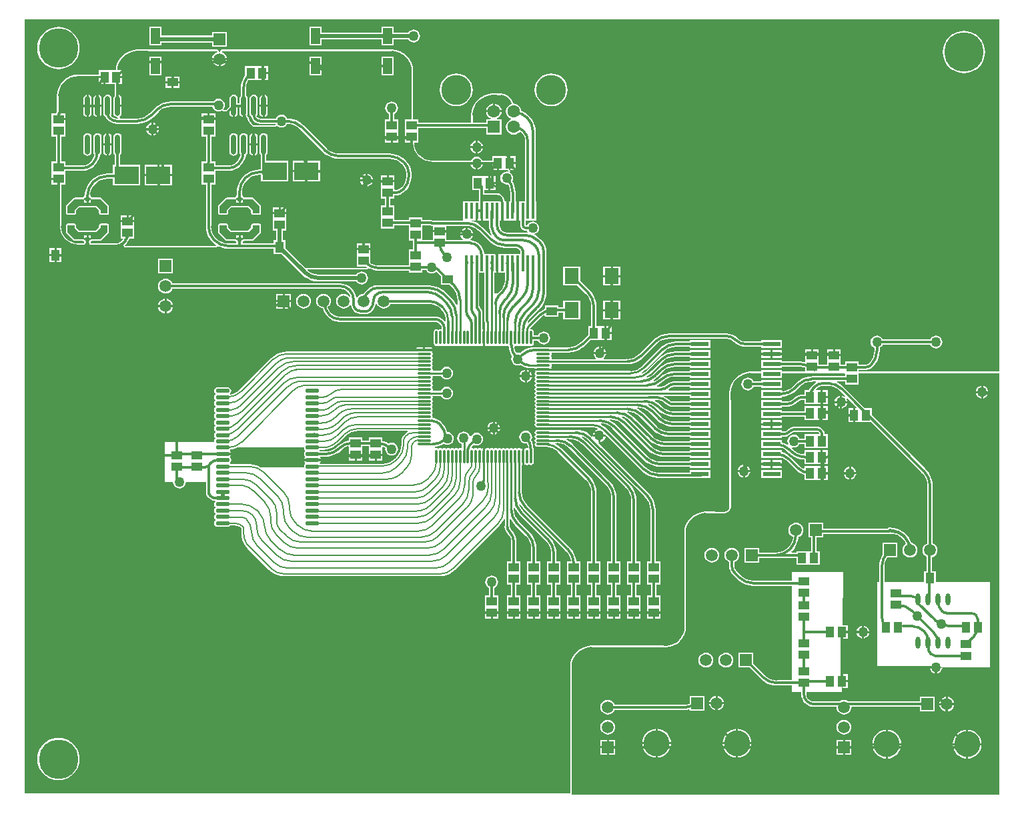
<source format=gtl>
%FSLAX25Y25*%
%MOIN*%
G70*
G01*
G75*
G04 Layer_Physical_Order=1*
G04 Layer_Color=255*
%ADD10C,0.01200*%
%ADD11C,0.01100*%
%ADD12C,0.00800*%
%ADD13C,0.00800*%
%ADD14C,0.01200*%
%ADD15C,0.01000*%
%ADD16C,0.02000*%
%ADD17R,0.05512X0.04331*%
%ADD18R,0.04331X0.05512*%
%ADD19O,0.02362X0.05906*%
%ADD20R,0.09055X0.02362*%
%ADD21O,0.02756X0.09843*%
%ADD22R,0.07100X0.07900*%
%ADD23O,0.01181X0.07087*%
%ADD24O,0.07087X0.01181*%
%ADD25O,0.07087X0.02165*%
%ADD26R,0.01772X0.08071*%
%ADD27R,0.01772X0.08071*%
%ADD28R,0.12362X0.09055*%
%ADD29R,0.02000X0.02000*%
%ADD30R,0.04724X0.07874*%
%ADD31R,0.05906X0.05906*%
%ADD32C,0.05906*%
%ADD33R,0.05906X0.05906*%
%ADD34C,0.14961*%
%ADD35R,0.06299X0.06299*%
%ADD36C,0.06299*%
%ADD37C,0.12992*%
%ADD38C,0.05000*%
%ADD39C,0.19685*%
G36*
X569500Y517000D02*
Y517000D01*
X574686D01*
Y514619D01*
X585141D01*
Y517000D01*
X616190D01*
X616544Y516646D01*
Y515373D01*
X600114D01*
Y515376D01*
X599839Y515321D01*
X598281Y515199D01*
X596604Y514796D01*
X595010Y514136D01*
X593540Y513235D01*
X592228Y512115D01*
X592234Y512109D01*
X592234Y512109D01*
X590492Y510366D01*
X590459Y510317D01*
X589187Y509273D01*
X587684Y508470D01*
X586054Y507975D01*
X585511Y507922D01*
X585141Y508257D01*
Y508381D01*
X574686D01*
Y504619D01*
X585141D01*
Y505227D01*
X586131Y505305D01*
X587860Y505720D01*
X589504Y506400D01*
X591020Y507330D01*
X592373Y508485D01*
X592366Y508492D01*
X594109Y510234D01*
X594109Y510234D01*
X594109Y510234D01*
X594139Y510279D01*
X595363Y511283D01*
X596806Y512055D01*
X598372Y512530D01*
X599947Y512685D01*
X600000Y512675D01*
X600018Y512678D01*
X600114Y512599D01*
Y512599D01*
X600410Y512722D01*
X601858D01*
X601979Y512237D01*
X601414Y511935D01*
X600150Y510897D01*
X599113Y509633D01*
X598483Y508456D01*
X596182D01*
Y506325D01*
X595621D01*
Y506331D01*
X594362Y506207D01*
X593152Y505840D01*
X592037Y505244D01*
X591059Y504441D01*
X591063Y504437D01*
X591024Y504379D01*
X589934Y503543D01*
X588602Y502991D01*
X587240Y502812D01*
X587172Y502825D01*
X585141D01*
Y503381D01*
X574686D01*
Y499619D01*
X585141D01*
Y500175D01*
X587172D01*
Y500161D01*
X588765Y500318D01*
X590297Y500782D01*
X591709Y501537D01*
X592947Y502553D01*
X592937Y502563D01*
X592951Y502583D01*
X593719Y503173D01*
X594637Y503553D01*
X595597Y503679D01*
X595621Y503675D01*
X596182D01*
Y501544D01*
X601913D01*
X601913Y501544D01*
Y501544D01*
X601913D01*
X602087D01*
X602266Y501544D01*
X602266Y501544D01*
Y501544D01*
X604453D01*
Y504999D01*
Y508456D01*
X602266D01*
X602266Y508456D01*
Y508456D01*
X602143Y508456D01*
X601922Y508904D01*
X602018Y509030D01*
X603198Y509935D01*
X604572Y510505D01*
X605974Y510689D01*
X606047Y510674D01*
X607858D01*
X607916Y510686D01*
X609554Y510525D01*
X611184Y510030D01*
X612687Y509227D01*
X613959Y508183D01*
X613992Y508134D01*
X616490Y505635D01*
X616161Y505259D01*
X616114Y505295D01*
X615335Y505618D01*
X615000Y505662D01*
Y503000D01*
X617662D01*
X617618Y503335D01*
X617295Y504114D01*
X617259Y504161D01*
X617635Y504490D01*
X622208Y499918D01*
X622016Y499456D01*
X621547D01*
Y495999D01*
Y492544D01*
X623913D01*
Y492544D01*
X623913D01*
X623913Y492544D01*
X624087D01*
Y492544D01*
X629581D01*
X655134Y466992D01*
X655183Y466959D01*
X656227Y465687D01*
X657030Y464184D01*
X657525Y462554D01*
X657686Y460916D01*
X657675Y460858D01*
Y431905D01*
X657158Y431691D01*
X656395Y431105D01*
X655809Y430342D01*
X655441Y429454D01*
X655316Y428500D01*
X655441Y427546D01*
X655809Y426658D01*
X656395Y425895D01*
X657158Y425309D01*
X657174Y425302D01*
Y417956D01*
X656135D01*
Y412500D01*
X636326D01*
Y420358D01*
X636314Y420416D01*
X636475Y422054D01*
X636970Y423684D01*
X637592Y424847D01*
X642653D01*
Y432153D01*
X635347D01*
Y426233D01*
X634901Y425504D01*
X634220Y423861D01*
X633805Y422131D01*
X633665Y420358D01*
X633674D01*
Y412500D01*
X632500D01*
Y370000D01*
X689000D01*
Y412500D01*
X661865D01*
Y417956D01*
X659826D01*
Y424924D01*
X659954Y424941D01*
X660842Y425309D01*
X661605Y425895D01*
X662191Y426658D01*
X662559Y427546D01*
X662684Y428500D01*
X662559Y429454D01*
X662191Y430342D01*
X661605Y431105D01*
X660842Y431691D01*
X660325Y431905D01*
Y460858D01*
X660335D01*
X660195Y462631D01*
X659780Y464361D01*
X659099Y466004D01*
X658170Y467520D01*
X657015Y468873D01*
X657008Y468866D01*
X629818Y496056D01*
Y499456D01*
X626419D01*
X615866Y510008D01*
X615873Y510015D01*
X615857Y510029D01*
X615857Y510029D01*
Y510029D01*
X614520Y511170D01*
X613004Y512100D01*
X612685Y512231D01*
X612783Y512722D01*
X616544D01*
Y511182D01*
X623456D01*
Y516646D01*
X623456Y516646D01*
D01*
D01*
X623456Y516913D01*
D01*
X623543Y517000D01*
X693777D01*
Y306224D01*
X479995D01*
X479952Y370000D01*
X480145Y371960D01*
X480717Y373845D01*
X481645Y375583D01*
X482895Y377105D01*
X484417Y378355D01*
X486155Y379283D01*
X488040Y379855D01*
X489952Y380044D01*
X490000Y380000D01*
Y380000D01*
X525000D01*
X527000Y379952D01*
X528960Y380145D01*
X530845Y380716D01*
X532583Y381645D01*
X534105Y382895D01*
X535355Y384417D01*
X536283Y386155D01*
X536855Y388040D01*
X537048Y390000D01*
X537000D01*
Y436500D01*
X536952Y437000D01*
X537145Y438960D01*
X537716Y440845D01*
X538645Y442583D01*
X539895Y444105D01*
X541417Y445355D01*
X543155Y446283D01*
X545040Y446855D01*
X546952Y447044D01*
X547000Y447000D01*
Y447000D01*
X547000Y447000D01*
X556500Y446974D01*
X557283Y447077D01*
X558013Y447379D01*
X558640Y447860D01*
X559121Y448487D01*
X559423Y449217D01*
X559526Y450000D01*
X559500D01*
Y500500D01*
X559452Y507000D01*
X559645Y508960D01*
X560217Y510845D01*
X561145Y512583D01*
X562395Y514105D01*
X563917Y515355D01*
X565655Y516284D01*
X567540Y516855D01*
X569452Y517044D01*
X569500Y517000D01*
D02*
G37*
G36*
X693777Y517714D02*
X623543D01*
X623543D01*
X623543D01*
X623456Y517785D01*
Y518627D01*
X626972D01*
Y518611D01*
X628244Y518778D01*
X629430Y519270D01*
X630449Y520051D01*
X630444Y520056D01*
X630515Y520127D01*
X630515Y520127D01*
X631670Y521480D01*
X632599Y522996D01*
X633280Y524640D01*
X633695Y526369D01*
X633835Y528142D01*
X633825D01*
Y529585D01*
X634114Y529705D01*
X634782Y530218D01*
X635295Y530886D01*
X635415Y531175D01*
X659085D01*
X659205Y530886D01*
X659718Y530218D01*
X660386Y529705D01*
X661165Y529382D01*
X662000Y529272D01*
X662835Y529382D01*
X663614Y529705D01*
X664282Y530218D01*
X664795Y530886D01*
X665118Y531665D01*
X665228Y532500D01*
X665118Y533335D01*
X664795Y534114D01*
X664282Y534782D01*
X663614Y535295D01*
X662835Y535618D01*
X662000Y535728D01*
X661165Y535618D01*
X660386Y535295D01*
X659718Y534782D01*
X659205Y534114D01*
X659085Y533825D01*
X635415D01*
X635295Y534114D01*
X634782Y534782D01*
X634114Y535295D01*
X633335Y535618D01*
X632500Y535728D01*
X631665Y535618D01*
X630886Y535295D01*
X630218Y534782D01*
X629705Y534114D01*
X629382Y533335D01*
X629272Y532500D01*
X629382Y531665D01*
X629705Y530886D01*
X630218Y530218D01*
X630886Y529705D01*
X631175Y529585D01*
Y528142D01*
X631186Y528084D01*
X631025Y526446D01*
X630530Y524816D01*
X629727Y523313D01*
X628703Y522066D01*
X628758Y522133D01*
X628634Y522008D01*
D01*
X628563Y521937D01*
D01*
X628495Y521870D01*
X628535Y521896D01*
X627840Y521432D01*
X627020Y521269D01*
X626972Y521278D01*
X623456D01*
Y522818D01*
X616544D01*
Y521278D01*
X614456D01*
Y522734D01*
X614456Y522734D01*
D01*
D01*
X614456Y522913D01*
Y522934D01*
Y523000D01*
X614456Y523087D01*
D01*
X614456Y523266D01*
X614456Y523266D01*
X614456D01*
Y525453D01*
X607544D01*
Y523266D01*
X607544Y523266D01*
X607544D01*
X607544Y523087D01*
Y522913D01*
D01*
D01*
X607544D01*
Y521278D01*
X603456D01*
Y522734D01*
X603456Y522734D01*
D01*
D01*
X603456Y522913D01*
Y522934D01*
Y523000D01*
X603456Y523087D01*
D01*
X603456Y523266D01*
X603456Y523266D01*
X603456D01*
Y525453D01*
X596544D01*
Y523266D01*
X596544Y523266D01*
X596544D01*
X596544Y523087D01*
Y522989D01*
X596151Y522679D01*
X596084Y522695D01*
X594311Y522835D01*
Y522825D01*
X585141D01*
Y523381D01*
X574686D01*
Y519619D01*
X585141D01*
Y520175D01*
X594311D01*
X594369Y520186D01*
X596006Y520025D01*
X596544Y519862D01*
Y517714D01*
X585141D01*
Y518381D01*
X574686D01*
Y517714D01*
X569696D01*
X569692Y517716D01*
X569675Y517718D01*
X569659Y517727D01*
X569538Y517739D01*
X569417Y517757D01*
X569400Y517752D01*
X569382Y517754D01*
X567470Y517566D01*
X567403Y517545D01*
X567333Y517538D01*
X565448Y516966D01*
X565385Y516933D01*
X565318Y516913D01*
X563581Y515984D01*
X563527Y515940D01*
X563465Y515907D01*
X561942Y514657D01*
X561897Y514603D01*
X561843Y514558D01*
X560593Y513035D01*
X560560Y512973D01*
X560516Y512919D01*
X559587Y511182D01*
X559567Y511115D01*
X559534Y511053D01*
X558962Y509167D01*
X558955Y509097D01*
X558934Y509030D01*
X558741Y507070D01*
X558745Y507032D01*
X558738Y506995D01*
X558786Y500497D01*
Y450000D01*
X558798Y449940D01*
X558728Y449403D01*
X558497Y448847D01*
X558131Y448369D01*
X557653Y448003D01*
X557097Y447773D01*
X556454Y447688D01*
X547196Y447713D01*
X547192Y447716D01*
X547175Y447718D01*
X547159Y447727D01*
X547038Y447739D01*
X546917Y447756D01*
X546900Y447752D01*
X546882Y447754D01*
X544970Y447566D01*
X544903Y447545D01*
X544833Y447538D01*
X542947Y446967D01*
X542885Y446933D01*
X542818Y446913D01*
X541081Y445984D01*
X541027Y445940D01*
X540965Y445907D01*
X539442Y444657D01*
X539397Y444603D01*
X539343Y444558D01*
X538093Y443035D01*
X538060Y442973D01*
X538016Y442919D01*
X537087Y441182D01*
X537067Y441115D01*
X537034Y441052D01*
X536462Y439167D01*
X536455Y439097D01*
X536434Y439030D01*
X536241Y437070D01*
X536248Y437001D01*
X536241Y436931D01*
X536286Y436466D01*
Y390000D01*
X536316Y389849D01*
X536152Y388180D01*
X535621Y386429D01*
X534759Y384816D01*
X533598Y383402D01*
X532184Y382241D01*
X530571Y381379D01*
X528820Y380848D01*
X526974Y380666D01*
X525017Y380714D01*
X525009Y380712D01*
X525000Y380714D01*
X490196D01*
X490192Y380716D01*
X490175Y380718D01*
X490159Y380727D01*
X490038Y380739D01*
X489917Y380756D01*
X489900Y380752D01*
X489882Y380754D01*
X487970Y380566D01*
X487902Y380545D01*
X487832Y380538D01*
X485948Y379966D01*
X485885Y379933D01*
X485818Y379913D01*
X484081Y378984D01*
X484027Y378940D01*
X483965Y378907D01*
X482442Y377657D01*
X482397Y377603D01*
X482343Y377558D01*
X481093Y376035D01*
X481060Y375973D01*
X481016Y375919D01*
X480087Y374182D01*
X480067Y374114D01*
X480033Y374053D01*
X479462Y372167D01*
X479455Y372097D01*
X479434Y372030D01*
X479241Y370070D01*
X479245Y370035D01*
X479238Y370000D01*
X479281Y307354D01*
X478928Y307000D01*
X206500D01*
Y693777D01*
X693777D01*
Y517714D01*
D02*
G37*
%LPC*%
G36*
X607818Y478456D02*
X605453D01*
Y475500D01*
X607818D01*
Y478456D01*
D02*
G37*
G36*
X457000Y488228D02*
X456165Y488118D01*
X455386Y487795D01*
X454718Y487282D01*
X454205Y486614D01*
X453882Y485835D01*
X453772Y485000D01*
X453882Y484165D01*
X454205Y483386D01*
X454718Y482718D01*
X455386Y482205D01*
X456165Y481882D01*
X457000Y481772D01*
X457590Y481850D01*
X457727Y481593D01*
X458162Y480160D01*
X458193Y479846D01*
X457823Y479511D01*
X457654Y479544D01*
X457150Y479444D01*
X456723Y479159D01*
X456615D01*
X456189Y479444D01*
X456185Y479445D01*
Y475275D01*
Y471106D01*
X456189Y471107D01*
X456615Y471392D01*
X456723D01*
X457150Y471107D01*
X457654Y471007D01*
X458157Y471107D01*
X458584Y471392D01*
X458692D01*
X459119Y471107D01*
X459622Y471007D01*
X460126Y471107D01*
X460553Y471392D01*
X460838Y471819D01*
X460938Y472323D01*
Y475227D01*
X460948Y475276D01*
Y478670D01*
X460972D01*
X460774Y480680D01*
X460187Y482612D01*
X459783Y483370D01*
X459795Y483386D01*
X460118Y484165D01*
X460228Y485000D01*
X460118Y485835D01*
X459795Y486614D01*
X459282Y487282D01*
X458614Y487795D01*
X457835Y488118D01*
X457000Y488228D01*
D02*
G37*
G36*
X496914Y485248D02*
X494252D01*
Y482586D01*
X494588Y482630D01*
X495366Y482952D01*
X496035Y483465D01*
X496548Y484134D01*
X496870Y484912D01*
X496914Y485248D01*
D02*
G37*
G36*
X585141Y473381D02*
X580413D01*
Y472000D01*
X585141D01*
Y473381D01*
D02*
G37*
G36*
X607818Y474500D02*
X605453D01*
Y471544D01*
X607818D01*
Y474500D01*
D02*
G37*
G36*
X579413Y473381D02*
X574686D01*
Y472000D01*
X579413D01*
Y473381D01*
D02*
G37*
G36*
X585141Y471000D02*
X580413D01*
Y469619D01*
X585141D01*
Y471000D01*
D02*
G37*
G36*
X440500Y489000D02*
X437838D01*
X437882Y488665D01*
X438205Y487886D01*
X438718Y487218D01*
X439386Y486705D01*
X440165Y486382D01*
X440500Y486338D01*
Y489000D01*
D02*
G37*
G36*
X441500Y492662D02*
Y490000D01*
X444162D01*
X444118Y490335D01*
X443795Y491114D01*
X443282Y491782D01*
X442614Y492295D01*
X441835Y492618D01*
X441500Y492662D01*
D02*
G37*
G36*
X602086Y490341D02*
Y490325D01*
X592121D01*
Y490331D01*
X590863Y490207D01*
X589652Y489840D01*
X588537Y489244D01*
X587559Y488441D01*
X587563Y488437D01*
X587540Y488403D01*
X586891Y487970D01*
X586126Y487817D01*
X586086Y487825D01*
X585141D01*
Y488381D01*
X574686D01*
Y484619D01*
X585141D01*
Y485175D01*
X586086D01*
Y485159D01*
X587316Y485321D01*
X588463Y485796D01*
X589448Y486552D01*
X589437Y486563D01*
X589451Y486583D01*
X590219Y487173D01*
X591137Y487553D01*
X592097Y487679D01*
X592121Y487675D01*
X602086D01*
X602126Y487682D01*
X602891Y487530D01*
X603540Y487097D01*
X603563Y487063D01*
X603557Y487057D01*
X603557Y487057D01*
X603557Y487057D01*
D01*
D01*
X603619Y486907D01*
Y486809D01*
X603265Y486456D01*
X602266D01*
X602266Y486456D01*
Y486456D01*
X602087Y486456D01*
X602000D01*
X601913D01*
X601734Y486456D01*
X601734Y486456D01*
Y486456D01*
X596182D01*
Y484326D01*
X593915D01*
X593795Y484614D01*
X593282Y485282D01*
X592614Y485795D01*
X591835Y486118D01*
X591000Y486228D01*
X590165Y486118D01*
X589386Y485795D01*
X588718Y485282D01*
X588205Y484614D01*
X587882Y483835D01*
X587772Y483000D01*
X587882Y482165D01*
X588185Y481433D01*
X587805Y481108D01*
X587004Y481600D01*
X585360Y482280D01*
X585141Y482333D01*
Y483381D01*
X574686D01*
Y479619D01*
X584892D01*
X585184Y479530D01*
X586687Y478727D01*
X587959Y477683D01*
X587992Y477634D01*
X588634Y476992D01*
X588627Y476985D01*
X589980Y475830D01*
X591496Y474900D01*
X593140Y474220D01*
X594616Y473865D01*
X594869Y473805D01*
X596182Y473701D01*
Y471544D01*
X601913D01*
Y471544D01*
X602087D01*
X602266Y471544D01*
X602266Y471544D01*
Y471544D01*
X604453D01*
Y474999D01*
Y478456D01*
X602266D01*
X602266Y478456D01*
Y478456D01*
X602087Y478456D01*
X602000D01*
X601913D01*
X601734Y478456D01*
X601734Y478456D01*
Y478456D01*
X596182D01*
Y476726D01*
X595811Y476390D01*
X595088Y476461D01*
X594946Y476475D01*
X593316Y476970D01*
X591813Y477773D01*
X590541Y478817D01*
X590508Y478866D01*
X589968Y479407D01*
X590165Y479882D01*
X591000Y479772D01*
X591835Y479882D01*
X592614Y480205D01*
X593282Y480718D01*
X593795Y481386D01*
X593915Y481674D01*
X596182D01*
Y479544D01*
X601913D01*
Y479544D01*
X602087D01*
X602266Y479544D01*
X602266Y479544D01*
Y479544D01*
X607818D01*
Y486456D01*
X606278D01*
Y486907D01*
X606276Y486920D01*
X606180Y487650D01*
X605893Y488342D01*
X605445Y488926D01*
X605437Y488937D01*
X605448Y488948D01*
X604463Y489704D01*
X603316Y490179D01*
X602086Y490341D01*
D02*
G37*
G36*
X579413Y493381D02*
X574686D01*
Y492000D01*
X579413D01*
Y493381D01*
D02*
G37*
G36*
X440500Y492662D02*
X440165Y492618D01*
X439386Y492295D01*
X438718Y491782D01*
X438205Y491114D01*
X437882Y490335D01*
X437838Y490000D01*
X440500D01*
Y492662D01*
D02*
G37*
G36*
X444162Y489000D02*
X441500D01*
Y486338D01*
X441835Y486382D01*
X442614Y486705D01*
X443282Y487218D01*
X443795Y487886D01*
X444118Y488665D01*
X444162Y489000D01*
D02*
G37*
G36*
X579413Y491000D02*
X574686D01*
Y489619D01*
X579413D01*
Y491000D01*
D02*
G37*
G36*
X585141D02*
X580413D01*
Y489619D01*
X585141D01*
Y491000D01*
D02*
G37*
G36*
X579413Y471000D02*
X574686D01*
Y469619D01*
X579413D01*
Y471000D01*
D02*
G37*
G36*
X607818Y466500D02*
X605453D01*
Y463544D01*
X607818D01*
Y466500D01*
D02*
G37*
G36*
X618500D02*
X615838D01*
X615882Y466165D01*
X616205Y465386D01*
X616718Y464718D01*
X617386Y464205D01*
X618165Y463882D01*
X618500Y463838D01*
Y466500D01*
D02*
G37*
G36*
X622162D02*
X619500D01*
Y463838D01*
X619835Y463882D01*
X620614Y464205D01*
X621282Y464718D01*
X621795Y465386D01*
X622118Y466165D01*
X622162Y466500D01*
D02*
G37*
G36*
X585141Y478381D02*
X574686D01*
Y474619D01*
X585141D01*
Y474619D01*
X585182Y474649D01*
X585228Y474635D01*
X586476Y473968D01*
X587543Y473092D01*
X587563Y473063D01*
X592088Y468538D01*
X592088Y468538D01*
X592072Y468522D01*
X593557Y467304D01*
X595251Y466399D01*
X596182Y466116D01*
Y463544D01*
X601913D01*
Y463544D01*
X602087D01*
X602266Y463544D01*
X602266Y463544D01*
Y463544D01*
X604453D01*
Y466999D01*
Y470456D01*
X602266D01*
X602266Y470456D01*
Y470456D01*
X602087Y470456D01*
X602000D01*
X601913D01*
X601734Y470456D01*
X601734Y470456D01*
Y470456D01*
X596182D01*
Y469392D01*
X595753Y469135D01*
X595037Y469518D01*
X593981Y470384D01*
X593962Y470412D01*
X589437Y474937D01*
X589437Y474937D01*
X589453Y474953D01*
X589451Y474954D01*
X589451D01*
X589415Y474984D01*
X589415Y474984D01*
Y474984D01*
X587955Y476182D01*
X586247Y477095D01*
X585141Y477431D01*
Y478381D01*
D02*
G37*
G36*
X469932Y488944D02*
X469894Y488752D01*
X461555D01*
X461556Y488748D01*
X461841Y488322D01*
Y488214D01*
X461556Y487787D01*
X461456Y487284D01*
X461556Y486780D01*
X461841Y486353D01*
Y486245D01*
X461556Y485818D01*
X461456Y485315D01*
X461556Y484811D01*
X461841Y484384D01*
Y484277D01*
X461556Y483850D01*
X461456Y483347D01*
X461556Y482843D01*
X461841Y482416D01*
Y482308D01*
X461556Y481882D01*
X461456Y481378D01*
X461556Y480874D01*
X461841Y480447D01*
X462268Y480162D01*
X462772Y480062D01*
X465676D01*
X465724Y480053D01*
X466980D01*
X467028Y480062D01*
X467568D01*
X468685Y479952D01*
X470325Y479455D01*
X471837Y478647D01*
X472985Y477704D01*
X473114Y477512D01*
X487134Y463492D01*
X487183Y463459D01*
X488227Y462187D01*
X489030Y460684D01*
X489525Y459054D01*
X489686Y457416D01*
X489675Y457358D01*
Y422818D01*
X487544D01*
Y417266D01*
X487544Y417266D01*
X487544D01*
X487544Y417087D01*
Y416913D01*
D01*
D01*
D01*
X487544D01*
D01*
Y411182D01*
X489675D01*
Y405818D01*
X487544D01*
Y400266D01*
X487544Y400266D01*
X487544D01*
X487544Y400087D01*
Y399913D01*
D01*
D01*
D01*
X487544D01*
D01*
Y397547D01*
X494456D01*
Y399734D01*
X494456Y399734D01*
D01*
D01*
X494456Y399913D01*
Y399934D01*
Y400000D01*
X494456Y400087D01*
D01*
X494456Y400266D01*
X494456Y400266D01*
X494456D01*
Y405818D01*
X492325D01*
Y411182D01*
X494456D01*
Y416734D01*
X494456Y416734D01*
D01*
D01*
X494456Y416913D01*
Y416934D01*
Y417000D01*
X494456Y417087D01*
D01*
X494456Y417266D01*
X494456Y417266D01*
X494456D01*
Y422818D01*
X492325D01*
Y457358D01*
X492335D01*
X492195Y459131D01*
X491780Y460860D01*
X491100Y462504D01*
X490170Y464020D01*
X489015Y465373D01*
X489008Y465366D01*
X474988Y479386D01*
X474701Y479578D01*
X473613Y480508D01*
X472103Y481433D01*
X471744Y481582D01*
X471841Y482072D01*
X472255D01*
X472511Y482021D01*
Y482021D01*
X472529Y482037D01*
X474207Y481871D01*
X475838Y481377D01*
X477340Y480574D01*
X478612Y479530D01*
X478645Y479480D01*
X497134Y460992D01*
X497183Y460959D01*
X498227Y459687D01*
X499030Y458184D01*
X499525Y456554D01*
X499686Y454916D01*
X499675Y454858D01*
Y422818D01*
X497544D01*
Y417266D01*
X497544Y417266D01*
X497544D01*
X497544Y417087D01*
Y416913D01*
D01*
D01*
D01*
X497544D01*
D01*
Y411182D01*
X499675D01*
Y405818D01*
X497544D01*
Y400266D01*
X497544Y400266D01*
X497544D01*
X497544Y400087D01*
Y399913D01*
D01*
D01*
D01*
X497544D01*
D01*
Y397547D01*
X504456D01*
Y399734D01*
X504456Y399734D01*
D01*
D01*
X504456Y399913D01*
Y399934D01*
Y400000D01*
X504456Y400087D01*
D01*
X504456Y400266D01*
X504456Y400266D01*
X504456D01*
Y405818D01*
X502325D01*
Y411182D01*
X504456D01*
Y416734D01*
X504456Y416734D01*
D01*
D01*
X504456Y416913D01*
Y416934D01*
Y417000D01*
X504456Y417087D01*
D01*
X504456Y417266D01*
X504456Y417266D01*
X504456D01*
Y422818D01*
X502325D01*
Y454858D01*
X502335D01*
X502195Y456631D01*
X501780Y458360D01*
X501099Y460004D01*
X500170Y461520D01*
X499015Y462873D01*
X499008Y462866D01*
X480520Y481355D01*
X480526Y481361D01*
X480510Y481375D01*
X480510Y481375D01*
Y481375D01*
X479174Y482517D01*
X477657Y483446D01*
X477406Y483550D01*
X477504Y484040D01*
X478787D01*
X479043Y483989D01*
Y483989D01*
X479060Y484005D01*
X480739Y483840D01*
X482369Y483345D01*
X483872Y482542D01*
X485144Y481498D01*
X485177Y481449D01*
X507134Y459492D01*
X507183Y459459D01*
X508227Y458187D01*
X509030Y456684D01*
X509525Y455054D01*
X509686Y453416D01*
X509675Y453358D01*
Y422818D01*
X507544D01*
Y417266D01*
X507544Y417266D01*
X507544D01*
X507544Y417087D01*
Y416913D01*
D01*
D01*
D01*
X507544D01*
D01*
Y411182D01*
X509675D01*
Y405818D01*
X507544D01*
Y400266D01*
X507544Y400266D01*
X507544D01*
X507544Y400087D01*
Y399913D01*
D01*
D01*
D01*
X507544D01*
D01*
Y397547D01*
X514456D01*
Y399734D01*
X514456Y399734D01*
D01*
D01*
X514456Y399913D01*
Y399934D01*
Y400000D01*
X514456Y400087D01*
D01*
X514456Y400266D01*
X514456Y400266D01*
X514456D01*
Y405818D01*
X512325D01*
Y411182D01*
X514456D01*
Y416734D01*
X514456Y416734D01*
D01*
D01*
X514456Y416913D01*
Y416934D01*
Y417000D01*
X514456Y417087D01*
D01*
X514456Y417266D01*
X514456Y417266D01*
X514456D01*
Y422818D01*
X512325D01*
Y453358D01*
X512335D01*
X512195Y455131D01*
X511780Y456860D01*
X511099Y458504D01*
X510170Y460020D01*
X509015Y461373D01*
X509008Y461366D01*
X487051Y483323D01*
X487058Y483330D01*
X487042Y483344D01*
X487042Y483344D01*
Y483344D01*
X485705Y484485D01*
X485001Y484916D01*
X485073Y485075D01*
X485546Y485236D01*
X486903Y484511D01*
X488175Y483467D01*
X488208Y483417D01*
X516634Y454992D01*
X516683Y454959D01*
X517727Y453687D01*
X518530Y452184D01*
X519025Y450554D01*
X519186Y448916D01*
X519174Y448858D01*
Y422818D01*
X517544D01*
Y417266D01*
X517544Y417266D01*
X517544D01*
X517544Y417087D01*
Y416913D01*
D01*
D01*
D01*
X517544D01*
D01*
Y411182D01*
X519674D01*
Y405818D01*
X517544D01*
Y400266D01*
X517544Y400266D01*
X517544D01*
X517544Y400087D01*
Y399913D01*
D01*
D01*
D01*
X517544D01*
D01*
Y397547D01*
X524456D01*
Y399734D01*
X524456Y399734D01*
D01*
D01*
X524456Y399913D01*
Y399934D01*
Y400000D01*
X524456Y400087D01*
D01*
X524456Y400266D01*
X524456Y400266D01*
X524456D01*
Y405818D01*
X522326D01*
Y411182D01*
X524456D01*
Y416734D01*
X524456Y416734D01*
D01*
D01*
X524456Y416913D01*
Y416934D01*
Y417000D01*
X524456Y417087D01*
D01*
X524456Y417266D01*
X524456Y417266D01*
X524456D01*
Y422818D01*
X521826D01*
Y448858D01*
X521835D01*
X521695Y450631D01*
X521280Y452360D01*
X520600Y454004D01*
X519670Y455520D01*
X518515Y456873D01*
X518508Y456866D01*
X493268Y482106D01*
X493489Y482554D01*
X493252Y482586D01*
Y485248D01*
X490590D01*
X490559Y485485D01*
X490119Y485268D01*
X490120Y485268D01*
X490089Y485298D01*
X490089Y485298D01*
X490073Y485312D01*
X490073Y485312D01*
Y485312D01*
X488737Y486454D01*
X487220Y487383D01*
X485577Y488064D01*
X483848Y488479D01*
X482074Y488618D01*
Y488609D01*
X481818Y488558D01*
X470249D01*
X469932Y488944D01*
D02*
G37*
G36*
X550000Y429684D02*
X549046Y429559D01*
X548158Y429191D01*
X547395Y428605D01*
X546809Y427842D01*
X546441Y426954D01*
X546316Y426000D01*
X546441Y425046D01*
X546809Y424158D01*
X547395Y423395D01*
X548158Y422809D01*
X549046Y422441D01*
X550000Y422316D01*
X550954Y422441D01*
X551842Y422809D01*
X552605Y423395D01*
X553191Y424158D01*
X553559Y425046D01*
X553684Y426000D01*
X553559Y426954D01*
X553191Y427842D01*
X552605Y428605D01*
X551842Y429191D01*
X550954Y429559D01*
X550000Y429684D01*
D02*
G37*
G36*
X592000Y442184D02*
X591046Y442059D01*
X590158Y441691D01*
X589395Y441105D01*
X588809Y440342D01*
X588441Y439454D01*
X588316Y438500D01*
X588441Y437546D01*
X588809Y436658D01*
X589395Y435895D01*
X590158Y435309D01*
X590606Y435124D01*
X590525Y434304D01*
X590030Y432674D01*
X589227Y431171D01*
X588146Y429854D01*
X586829Y428773D01*
X585326Y427970D01*
X583696Y427475D01*
X582176Y427325D01*
X573653D01*
Y429653D01*
X566347D01*
Y422347D01*
X573653D01*
Y424675D01*
X582000D01*
Y424665D01*
X582120Y424675D01*
X592182D01*
Y421044D01*
X597913D01*
X597913Y421044D01*
Y421044D01*
X597913D01*
X598087D01*
X598266Y421044D01*
X598266Y421044D01*
Y421044D01*
X603818D01*
Y427956D01*
X602325D01*
Y434847D01*
X605653D01*
Y436674D01*
X638500D01*
Y436665D01*
X639025Y436769D01*
X639500Y436674D01*
Y436674D01*
X639515Y436688D01*
X641098Y436532D01*
X642634Y436066D01*
X644050Y435309D01*
X645291Y434291D01*
X646309Y433050D01*
X647066Y431634D01*
X647069Y431623D01*
X646395Y431105D01*
X645809Y430342D01*
X645441Y429454D01*
X645316Y428500D01*
X645441Y427546D01*
X645809Y426658D01*
X646395Y425895D01*
X647158Y425309D01*
X648046Y424941D01*
X649000Y424816D01*
X649954Y424941D01*
X650842Y425309D01*
X651605Y425895D01*
X652191Y426658D01*
X652559Y427546D01*
X652684Y428500D01*
X652559Y429454D01*
X652191Y430342D01*
X651605Y431105D01*
X650842Y431691D01*
X649954Y432059D01*
X649867Y432070D01*
X649708Y432176D01*
X649099Y433646D01*
X648170Y435162D01*
X647015Y436515D01*
X645662Y437670D01*
X644146Y438599D01*
X642503Y439280D01*
X640773Y439695D01*
X639000Y439835D01*
Y439825D01*
X638493Y439725D01*
X638063Y439437D01*
X637988Y439326D01*
X605653D01*
Y442153D01*
X598347D01*
Y434847D01*
X599675D01*
Y427956D01*
X598266D01*
X598266Y427956D01*
Y427956D01*
X598087Y427956D01*
X598000D01*
X597913D01*
X597734Y427956D01*
X597734Y427956D01*
Y427956D01*
X592182D01*
Y427325D01*
X589965D01*
X589792Y427795D01*
X590015Y427985D01*
X591170Y429338D01*
X592100Y430854D01*
X592780Y432497D01*
X593195Y434227D01*
X593262Y435069D01*
X593842Y435309D01*
X594605Y435895D01*
X595191Y436658D01*
X595559Y437546D01*
X595684Y438500D01*
X595559Y439454D01*
X595191Y440342D01*
X594605Y441105D01*
X593842Y441691D01*
X592954Y442059D01*
X592000Y442184D01*
D02*
G37*
G36*
X585141Y468381D02*
X574686D01*
Y464619D01*
X585141D01*
Y468381D01*
D02*
G37*
G36*
X619500Y470162D02*
Y467500D01*
X622162D01*
X622118Y467835D01*
X621795Y468614D01*
X621282Y469282D01*
X620614Y469795D01*
X619835Y470118D01*
X619500Y470162D01*
D02*
G37*
G36*
X565500Y471162D02*
X565165Y471118D01*
X564386Y470795D01*
X563718Y470282D01*
X563205Y469614D01*
X562882Y468835D01*
X562838Y468500D01*
X565500D01*
Y471162D01*
D02*
G37*
G36*
X566500D02*
Y468500D01*
X569162D01*
X569118Y468835D01*
X568795Y469614D01*
X568282Y470282D01*
X567614Y470795D01*
X566835Y471118D01*
X566500Y471162D01*
D02*
G37*
G36*
X618500Y470162D02*
X618165Y470118D01*
X617386Y469795D01*
X616718Y469282D01*
X616205Y468614D01*
X615882Y467835D01*
X615838Y467500D01*
X618500D01*
Y470162D01*
D02*
G37*
G36*
X565500Y467500D02*
X562838D01*
X562882Y467165D01*
X563205Y466386D01*
X563718Y465718D01*
X564386Y465205D01*
X565165Y464882D01*
X565500Y464838D01*
Y467500D01*
D02*
G37*
G36*
X569162D02*
X566500D01*
Y464838D01*
X566835Y464882D01*
X567614Y465205D01*
X568282Y465718D01*
X568795Y466386D01*
X569118Y467165D01*
X569162Y467500D01*
D02*
G37*
G36*
X607818Y470456D02*
X605453D01*
Y467500D01*
X607818D01*
Y470456D01*
D02*
G37*
G36*
X585141Y493381D02*
X580413D01*
Y492000D01*
X585141D01*
Y493381D01*
D02*
G37*
G36*
X599500Y528818D02*
X596544D01*
Y526453D01*
X599500D01*
Y528818D01*
D02*
G37*
G36*
X585141Y526000D02*
X580413D01*
Y524619D01*
X585141D01*
Y526000D01*
D02*
G37*
G36*
X610500Y528818D02*
X607544D01*
Y526453D01*
X610500D01*
Y528818D01*
D02*
G37*
G36*
X603456D02*
X600500D01*
Y526453D01*
X603456D01*
Y528818D01*
D02*
G37*
G36*
X456500Y518662D02*
X456165Y518618D01*
X455386Y518295D01*
X454718Y517782D01*
X454205Y517114D01*
X453882Y516335D01*
X453838Y516000D01*
X456500D01*
Y518662D01*
D02*
G37*
G36*
X460162Y515000D02*
X457500D01*
Y512338D01*
X457835Y512382D01*
X458614Y512705D01*
X459282Y513218D01*
X459795Y513886D01*
X460118Y514665D01*
X460162Y515000D01*
D02*
G37*
G36*
X579413Y526000D02*
X574686D01*
Y524619D01*
X579413D01*
Y526000D01*
D02*
G37*
G36*
X457500Y518662D02*
Y516000D01*
X460162D01*
X460118Y516335D01*
X459795Y517114D01*
X459282Y517782D01*
X458614Y518295D01*
X457835Y518618D01*
X457500Y518662D01*
D02*
G37*
G36*
X402098Y528161D02*
X401781Y527775D01*
X337796D01*
Y527788D01*
X336054Y527651D01*
X334355Y527243D01*
X332741Y526574D01*
X331251Y525661D01*
X329923Y524527D01*
X329923Y524527D01*
X329931Y524518D01*
X314136Y508722D01*
X314108Y508681D01*
X312799Y507606D01*
X311261Y506784D01*
X309593Y506278D01*
X309388Y506258D01*
X309246Y506656D01*
Y506746D01*
X309305Y506786D01*
X309699Y507375D01*
X309837Y508071D01*
X309699Y508766D01*
X309305Y509356D01*
X308715Y509750D01*
X308020Y509889D01*
X303098D01*
X302403Y509750D01*
X301813Y509356D01*
X301419Y508766D01*
X301281Y508071D01*
X301419Y507375D01*
X301813Y506786D01*
X301872Y506746D01*
Y506246D01*
X301813Y506207D01*
X301419Y505617D01*
X301281Y504921D01*
X301419Y504226D01*
X301813Y503636D01*
X301872Y503596D01*
Y503096D01*
X301813Y503057D01*
X301419Y502467D01*
X301281Y501772D01*
X301419Y501076D01*
X301813Y500486D01*
X301872Y500447D01*
Y499947D01*
X301813Y499907D01*
X301419Y499318D01*
X301281Y498622D01*
X301419Y497927D01*
X301813Y497337D01*
X301872Y497297D01*
Y496797D01*
X301813Y496758D01*
X301419Y496168D01*
X301281Y495472D01*
X301419Y494777D01*
X301813Y494187D01*
X301872Y494148D01*
Y493648D01*
X301813Y493608D01*
X301419Y493018D01*
X301281Y492323D01*
X301419Y491627D01*
X301813Y491038D01*
X301872Y490998D01*
Y490498D01*
X301813Y490458D01*
X301419Y489869D01*
X301281Y489173D01*
X301419Y488478D01*
X301813Y487888D01*
X301872Y487848D01*
Y487348D01*
X301813Y487309D01*
X301419Y486719D01*
X301281Y486024D01*
X301419Y485328D01*
X301813Y484738D01*
X301872Y484699D01*
Y484199D01*
X301813Y484159D01*
X301419Y483570D01*
X301281Y482874D01*
X300974Y482500D01*
X276500D01*
Y462500D01*
X280772D01*
X280882Y461665D01*
X281205Y460886D01*
X281718Y460218D01*
X282386Y459705D01*
X283165Y459382D01*
X284000Y459272D01*
X284835Y459382D01*
X285614Y459705D01*
X286282Y460218D01*
X286795Y460886D01*
X287118Y461665D01*
X287228Y462500D01*
X297175D01*
Y457914D01*
X297159D01*
X297321Y456684D01*
X297796Y455537D01*
X298552Y454552D01*
X298553Y454553D01*
X299518Y453812D01*
X300254Y453507D01*
X300318Y453464D01*
X300393Y453449D01*
X300420Y453438D01*
X300642Y453346D01*
X301771Y453198D01*
X301848Y452869D01*
X301848Y452686D01*
X301813Y452663D01*
X301419Y452073D01*
X301281Y451378D01*
X301419Y450682D01*
X301813Y450093D01*
X301872Y450053D01*
Y449553D01*
X301813Y449514D01*
X301419Y448924D01*
X301281Y448228D01*
X301419Y447533D01*
X301813Y446943D01*
X301872Y446904D01*
Y446404D01*
X301813Y446364D01*
X301419Y445774D01*
X301281Y445079D01*
X301419Y444383D01*
X301813Y443793D01*
X301872Y443754D01*
Y443254D01*
X301813Y443214D01*
X301419Y442625D01*
X301281Y441929D01*
X301419Y441234D01*
X301813Y440644D01*
X302403Y440250D01*
X303098Y440111D01*
X308020D01*
X308715Y440250D01*
X309305Y440644D01*
X309414Y440808D01*
X311343D01*
X311399Y440819D01*
X312762Y440639D01*
X314084Y440091D01*
X314879Y439482D01*
Y437142D01*
X314866D01*
X315003Y435400D01*
X315411Y433702D01*
X315425Y433666D01*
X316079Y432087D01*
X316992Y430597D01*
X318127Y429269D01*
X318136Y429278D01*
X328778Y418636D01*
Y418636D01*
X328769Y418627D01*
X328769Y418627D01*
X330098Y417492D01*
X331587Y416579D01*
X333202Y415911D01*
X334900Y415503D01*
X336642Y415366D01*
Y415378D01*
X413858D01*
Y415366D01*
X415600Y415503D01*
X417299Y415911D01*
X418913Y416579D01*
X420402Y417492D01*
X421731Y418627D01*
X421722Y418636D01*
X443864Y440778D01*
X443864D01*
X443873Y440769D01*
X443873Y440769D01*
X445008Y442098D01*
X445921Y443587D01*
X446046Y443890D01*
X446536Y443792D01*
Y440627D01*
X446486Y440370D01*
X446465D01*
X446649Y438971D01*
X447189Y437668D01*
X448048Y436548D01*
X448063Y436563D01*
X448121Y436524D01*
X448957Y435434D01*
X449509Y434102D01*
X449688Y432740D01*
X449675Y432672D01*
Y422818D01*
X447544D01*
Y417266D01*
X447544Y417266D01*
X447544D01*
X447544Y417087D01*
Y416913D01*
D01*
D01*
D01*
X447544D01*
D01*
Y411182D01*
X449675D01*
Y405818D01*
X447544D01*
Y400266D01*
X447544Y400266D01*
X447544D01*
X447544Y400087D01*
Y399913D01*
D01*
D01*
D01*
X447544D01*
D01*
Y397547D01*
X454456D01*
Y399734D01*
X454456Y399734D01*
D01*
D01*
X454456Y399913D01*
Y399934D01*
Y400000D01*
X454456Y400087D01*
D01*
X454456Y400266D01*
X454456Y400266D01*
X454456D01*
Y405818D01*
X452325D01*
Y411182D01*
X454456D01*
Y416734D01*
X454456Y416734D01*
D01*
D01*
X454456Y416913D01*
Y416934D01*
Y417000D01*
X454456Y417087D01*
D01*
X454456Y417266D01*
X454456Y417266D01*
X454456D01*
Y422818D01*
X452325D01*
Y432672D01*
X452339D01*
X452182Y434265D01*
X451718Y435797D01*
X450963Y437209D01*
X449947Y438447D01*
X449947D01*
X449930Y438448D01*
X449504Y439004D01*
X449231Y439663D01*
X449138Y440370D01*
X449136D01*
X449086Y440627D01*
Y443870D01*
X449576Y443968D01*
X449680Y443717D01*
X450609Y442200D01*
X451764Y440848D01*
X451771Y440854D01*
X457134Y435492D01*
X457183Y435459D01*
X458227Y434187D01*
X459030Y432684D01*
X459525Y431054D01*
X459686Y429416D01*
X459675Y429358D01*
Y422818D01*
X457544D01*
Y417266D01*
X457544Y417266D01*
X457544D01*
X457544Y417087D01*
Y416913D01*
D01*
D01*
D01*
X457544D01*
D01*
Y411182D01*
X459675D01*
Y405818D01*
X457544D01*
Y400266D01*
X457544Y400266D01*
X457544D01*
X457544Y400087D01*
Y399913D01*
D01*
D01*
D01*
X457544D01*
D01*
Y397547D01*
X464456D01*
Y399734D01*
X464456Y399734D01*
D01*
D01*
X464456Y399913D01*
Y399934D01*
Y400000D01*
X464456Y400087D01*
D01*
X464456Y400266D01*
X464456Y400266D01*
X464456D01*
Y405818D01*
X462325D01*
Y411182D01*
X464456D01*
Y416734D01*
X464456Y416734D01*
D01*
D01*
X464456Y416913D01*
Y416934D01*
Y417000D01*
X464456Y417087D01*
D01*
X464456Y417266D01*
X464456Y417266D01*
X464456D01*
Y422818D01*
X462325D01*
Y429358D01*
X462335D01*
X462195Y431131D01*
X461780Y432861D01*
X461099Y434504D01*
X460170Y436020D01*
X459015Y437373D01*
X459008Y437366D01*
X453646Y442729D01*
X453596Y442762D01*
X452553Y444034D01*
X451749Y445536D01*
X451255Y447167D01*
X451089Y448845D01*
X451105Y448863D01*
X451105D01*
X451054Y449119D01*
Y449402D01*
X451544Y449500D01*
X451649Y449248D01*
X452578Y447732D01*
X453733Y446379D01*
X453740Y446386D01*
X467134Y432992D01*
X467183Y432959D01*
X468227Y431687D01*
X469030Y430184D01*
X469525Y428554D01*
X469686Y426916D01*
X469674Y426858D01*
Y422818D01*
X467544D01*
Y417266D01*
X467544Y417266D01*
X467544D01*
X467544Y417087D01*
Y416913D01*
D01*
D01*
D01*
X467544D01*
D01*
Y411182D01*
X469674D01*
Y405818D01*
X467544D01*
Y400266D01*
X467544Y400266D01*
X467544D01*
X467544Y400087D01*
Y399913D01*
D01*
D01*
D01*
X467544D01*
D01*
Y397547D01*
X474456D01*
Y399734D01*
X474456Y399734D01*
D01*
D01*
X474456Y399913D01*
Y399934D01*
Y400000D01*
X474456Y400087D01*
D01*
X474456Y400266D01*
X474456Y400266D01*
X474456D01*
Y405818D01*
X472326D01*
Y411182D01*
X474456D01*
Y416734D01*
X474456Y416734D01*
D01*
D01*
X474456Y416913D01*
Y416934D01*
Y417000D01*
X474456Y417087D01*
D01*
X474456Y417266D01*
X474456Y417266D01*
X474456D01*
Y422818D01*
X472326D01*
Y426858D01*
X472335D01*
X472195Y428631D01*
X471780Y430361D01*
X471100Y432004D01*
X470170Y433520D01*
X469015Y434873D01*
X469008Y434866D01*
X455614Y448260D01*
X455565Y448293D01*
X454521Y449565D01*
X453718Y451068D01*
X453659Y451262D01*
X454115Y451467D01*
X454546Y450763D01*
X455701Y449411D01*
X455708Y449417D01*
X477134Y427992D01*
X477183Y427959D01*
X478227Y426687D01*
X479030Y425184D01*
X479525Y423554D01*
X479561Y423189D01*
X479225Y422818D01*
X477544D01*
Y417266D01*
X477544Y417266D01*
X477544D01*
X477544Y417087D01*
Y416913D01*
D01*
D01*
D01*
X477544D01*
D01*
Y411182D01*
X479674D01*
Y405818D01*
X477544D01*
Y400266D01*
X477544Y400266D01*
X477544D01*
X477544Y400087D01*
Y399913D01*
D01*
D01*
D01*
X477544D01*
D01*
Y397547D01*
X484456D01*
Y399734D01*
X484456Y399734D01*
D01*
D01*
X484456Y399913D01*
Y399934D01*
Y400000D01*
X484456Y400087D01*
D01*
X484456Y400266D01*
X484456Y400266D01*
X484456D01*
Y405818D01*
X482326D01*
Y411182D01*
X484456D01*
Y416734D01*
X484456Y416734D01*
D01*
D01*
X484456Y416913D01*
Y416934D01*
Y417000D01*
X484456Y417087D01*
D01*
X484456Y417266D01*
X484456Y417266D01*
X484456D01*
Y422818D01*
X482259D01*
X482195Y423631D01*
X481780Y425360D01*
X481100Y427004D01*
X480170Y428520D01*
X479015Y429873D01*
X479008Y429866D01*
X457583Y451292D01*
X457533Y451325D01*
X456490Y452597D01*
X455686Y454099D01*
X455192Y455730D01*
X455026Y457408D01*
X455042Y457426D01*
X455042D01*
X454991Y457682D01*
Y470751D01*
X455377Y471068D01*
X455185Y471106D01*
Y475275D01*
Y479445D01*
X455182Y479444D01*
X454755Y479159D01*
X454647D01*
X454220Y479444D01*
X453717Y479544D01*
X453213Y479444D01*
X452786Y479159D01*
X452678D01*
X452252Y479444D01*
X451748Y479544D01*
X451244Y479444D01*
X450818Y479159D01*
X450710D01*
X450283Y479444D01*
X449780Y479544D01*
X449276Y479444D01*
X448849Y479159D01*
X448741D01*
X448315Y479444D01*
X447811Y479544D01*
X447307Y479444D01*
X446881Y479159D01*
X446773D01*
X446346Y479444D01*
X445843Y479544D01*
X445339Y479444D01*
X444912Y479159D01*
X444804D01*
X444378Y479444D01*
X443874Y479544D01*
X443370Y479444D01*
X442944Y479159D01*
X442836D01*
X442409Y479444D01*
X441905Y479544D01*
X441402Y479444D01*
X440975Y479159D01*
X440867D01*
X440441Y479444D01*
X439937Y479544D01*
X439433Y479444D01*
X439007Y479159D01*
X438899D01*
X438472Y479444D01*
X437968Y479544D01*
X437465Y479444D01*
X437038Y479159D01*
X436930D01*
X436504Y479444D01*
X436500Y479445D01*
Y475275D01*
X435500D01*
Y479445D01*
X435497Y479444D01*
X435070Y479159D01*
X434962D01*
X434535Y479444D01*
X434031Y479544D01*
X433528Y479444D01*
X433101Y479159D01*
X432993D01*
X432566Y479444D01*
X432063Y479544D01*
X431559Y479444D01*
X431133Y479159D01*
X431025D01*
X430598Y479444D01*
X430094Y479544D01*
D01*
X430094Y479544D01*
D01*
X429862Y479963D01*
X429921Y480052D01*
X429937Y480063D01*
X431023Y481148D01*
X431665Y480882D01*
X432500Y480772D01*
X433335Y480882D01*
X434114Y481205D01*
X434782Y481718D01*
X435295Y482386D01*
X435618Y483165D01*
X435728Y484000D01*
X435618Y484835D01*
X435295Y485614D01*
X434782Y486282D01*
X434114Y486795D01*
X433335Y487118D01*
X432500Y487228D01*
X431665Y487118D01*
X430886Y486795D01*
X430218Y486282D01*
X429705Y485614D01*
X429617Y485401D01*
X429376Y485369D01*
X429104D01*
X428795Y486114D01*
X428282Y486782D01*
X427614Y487295D01*
X426835Y487618D01*
X426000Y487728D01*
X425165Y487618D01*
X424386Y487295D01*
X423718Y486782D01*
X423205Y486114D01*
X422882Y485335D01*
X422772Y484500D01*
X422882Y483665D01*
X423205Y482886D01*
X423718Y482218D01*
X424386Y481705D01*
X424883Y481499D01*
Y479800D01*
X424497Y479483D01*
X424189Y479544D01*
X423685Y479444D01*
X423259Y479159D01*
X423151D01*
X422724Y479444D01*
X422221Y479544D01*
X421717Y479444D01*
X421290Y479159D01*
X421182D01*
X420755Y479444D01*
X420252Y479544D01*
X419748Y479444D01*
X419322Y479159D01*
X419214D01*
X418787Y479444D01*
X418284Y479544D01*
X417780Y479444D01*
X417353Y479159D01*
X417245D01*
X416819Y479444D01*
X416315Y479544D01*
X415811Y479444D01*
X415384Y479159D01*
X415277D01*
X414850Y479444D01*
X414347Y479544D01*
X413843Y479444D01*
X413416Y479159D01*
X413308D01*
X412882Y479444D01*
X412378Y479544D01*
X411887Y479446D01*
X411500Y479764D01*
Y480142D01*
X412009Y480183D01*
X413738Y480598D01*
X415382Y481278D01*
X416013Y481665D01*
X416213Y481512D01*
X416991Y481189D01*
X417827Y481079D01*
X418662Y481189D01*
X419441Y481512D01*
X420109Y482025D01*
X420622Y482693D01*
X420944Y483471D01*
X421054Y484307D01*
X420944Y485142D01*
X420622Y485921D01*
X420109Y486589D01*
X419441Y487102D01*
X418662Y487425D01*
X417885Y487527D01*
X417796Y487896D01*
X417136Y489490D01*
X416235Y490960D01*
X415115Y492272D01*
X415115Y492272D01*
X414943Y492443D01*
X414943Y492443D01*
X413867Y493327D01*
X412640Y493983D01*
X411308Y494387D01*
X410534Y494463D01*
X410444Y494654D01*
X410544Y495157D01*
X410444Y495661D01*
X410159Y496088D01*
Y496196D01*
X410444Y496622D01*
X410544Y497126D01*
X410444Y497629D01*
X410159Y498056D01*
Y498164D01*
X410444Y498591D01*
X410544Y499094D01*
X410444Y499598D01*
X410159Y500025D01*
Y500133D01*
X410444Y500559D01*
X410544Y501063D01*
X410444Y501567D01*
X410159Y501993D01*
Y502101D01*
X410444Y502528D01*
X410544Y503031D01*
X410444Y503535D01*
X410159Y503962D01*
Y504070D01*
X410444Y504496D01*
X410544Y505000D01*
X410444Y505504D01*
X410546Y505694D01*
X414577D01*
X414705Y505386D01*
X415218Y504718D01*
X415886Y504205D01*
X416665Y503882D01*
X417500Y503772D01*
X418335Y503882D01*
X419114Y504205D01*
X419782Y504718D01*
X420295Y505386D01*
X420618Y506165D01*
X420728Y507000D01*
X420618Y507835D01*
X420295Y508614D01*
X419782Y509282D01*
X419114Y509795D01*
X418335Y510118D01*
X417500Y510228D01*
X416665Y510118D01*
X415886Y509795D01*
X415218Y509282D01*
X414705Y508614D01*
X414551Y508243D01*
X410800D01*
X410483Y508630D01*
X410544Y508937D01*
X410444Y509441D01*
X410159Y509867D01*
Y509975D01*
X410444Y510402D01*
X410544Y510906D01*
X410444Y511409D01*
X410159Y511836D01*
Y511944D01*
X410444Y512370D01*
X410544Y512874D01*
X410444Y513378D01*
X410159Y513804D01*
Y513912D01*
X410444Y514339D01*
X410544Y514843D01*
X410444Y515346D01*
X410546Y515536D01*
X414642D01*
X414705Y515386D01*
X415218Y514718D01*
X415886Y514205D01*
X416665Y513882D01*
X417500Y513772D01*
X418335Y513882D01*
X419114Y514205D01*
X419782Y514718D01*
X420295Y515386D01*
X420618Y516165D01*
X420728Y517000D01*
X420618Y517835D01*
X420295Y518614D01*
X419782Y519282D01*
X419114Y519795D01*
X418335Y520118D01*
X417500Y520228D01*
X416665Y520118D01*
X415886Y519795D01*
X415218Y519282D01*
X414705Y518614D01*
X414486Y518085D01*
X410800D01*
X410483Y518472D01*
X410544Y518780D01*
X410444Y519283D01*
X410159Y519710D01*
Y519818D01*
X410444Y520245D01*
X410544Y520748D01*
X410444Y521252D01*
X410159Y521678D01*
Y521786D01*
X410444Y522213D01*
X410544Y522717D01*
X410444Y523220D01*
X410159Y523647D01*
Y523755D01*
X410444Y524182D01*
X410544Y524685D01*
X410444Y525189D01*
X410159Y525616D01*
Y525723D01*
X410444Y526150D01*
X410544Y526653D01*
X410444Y527157D01*
X410159Y527584D01*
Y527692D01*
X410444Y528119D01*
X410445Y528122D01*
X402106D01*
X402098Y528161D01*
D02*
G37*
G36*
X494500Y530162D02*
Y527500D01*
X497162D01*
X497118Y527835D01*
X496795Y528614D01*
X496282Y529282D01*
X495614Y529795D01*
X494835Y530118D01*
X494500Y530162D01*
D02*
G37*
G36*
X409228Y529938D02*
X406776D01*
Y529122D01*
X410445D01*
X410444Y529126D01*
X410159Y529553D01*
X409732Y529838D01*
X409228Y529938D01*
D02*
G37*
G36*
X405776D02*
X403323D01*
X402819Y529838D01*
X402392Y529553D01*
X402107Y529126D01*
X402107Y529122D01*
X405776D01*
Y529938D01*
D02*
G37*
G36*
X579413Y528381D02*
X574686D01*
Y527000D01*
X579413D01*
Y528381D01*
D02*
G37*
G36*
X614456Y528818D02*
X611500D01*
Y526453D01*
X614456D01*
Y528818D01*
D02*
G37*
G36*
X493500Y530162D02*
X493165Y530118D01*
X492386Y529795D01*
X491718Y529282D01*
X491205Y528614D01*
X490882Y527835D01*
X490838Y527500D01*
X493500D01*
Y530162D01*
D02*
G37*
G36*
X585141Y528381D02*
X580413D01*
Y527000D01*
X585141D01*
Y528381D01*
D02*
G37*
G36*
X617662Y502000D02*
X615000D01*
Y499338D01*
X615335Y499382D01*
X616114Y499705D01*
X616782Y500218D01*
X617295Y500886D01*
X617618Y501665D01*
X617662Y502000D01*
D02*
G37*
G36*
X614000D02*
X611338D01*
X611382Y501665D01*
X611705Y500886D01*
X612218Y500218D01*
X612886Y499705D01*
X613665Y499382D01*
X614000Y499338D01*
Y502000D01*
D02*
G37*
G36*
X607818Y504500D02*
X605453D01*
Y501544D01*
X607818D01*
Y504500D01*
D02*
G37*
G36*
X602266Y500456D02*
Y500456D01*
X602087Y500456D01*
X602000D01*
X601913D01*
X601734Y500456D01*
X601734Y500456D01*
Y500456D01*
X596182D01*
Y497825D01*
X585141D01*
Y498381D01*
X574686D01*
Y494619D01*
X585141D01*
Y495175D01*
X596182D01*
Y493544D01*
X601913D01*
X601913Y493544D01*
Y493544D01*
X601913D01*
X602087D01*
X602266Y493544D01*
X602266Y493544D01*
Y493544D01*
X604453D01*
Y496999D01*
Y500456D01*
X602266D01*
X602266Y500456D01*
D02*
G37*
G36*
X607818Y496500D02*
X605453D01*
Y493544D01*
X607818D01*
Y496500D01*
D02*
G37*
G36*
X620547Y495500D02*
X618182D01*
Y492544D01*
X620547D01*
Y495500D01*
D02*
G37*
G36*
X607818Y500456D02*
X605453D01*
Y497500D01*
X607818D01*
Y500456D01*
D02*
G37*
G36*
X620547Y499456D02*
X618182D01*
Y496500D01*
X620547D01*
Y499456D01*
D02*
G37*
G36*
X685500Y510662D02*
Y508000D01*
X688162D01*
X688118Y508335D01*
X687795Y509114D01*
X687282Y509782D01*
X686614Y510295D01*
X685835Y510618D01*
X685500Y510662D01*
D02*
G37*
G36*
X684500D02*
X684165Y510618D01*
X683386Y510295D01*
X682718Y509782D01*
X682205Y509114D01*
X681882Y508335D01*
X681838Y508000D01*
X684500D01*
Y510662D01*
D02*
G37*
G36*
X456500Y515000D02*
X453838D01*
X453882Y514665D01*
X454205Y513886D01*
X454718Y513218D01*
X455386Y512705D01*
X456165Y512382D01*
X456500Y512338D01*
Y515000D01*
D02*
G37*
G36*
X568000Y514728D02*
X567165Y514618D01*
X566386Y514295D01*
X565718Y513782D01*
X565205Y513114D01*
X564882Y512335D01*
X564772Y511500D01*
X564882Y510665D01*
X565205Y509886D01*
X565718Y509218D01*
X566386Y508705D01*
X567165Y508382D01*
X568000Y508272D01*
X568835Y508382D01*
X569614Y508705D01*
X570282Y509218D01*
X570795Y509886D01*
X570915Y510175D01*
X574686D01*
Y509619D01*
X585141D01*
Y513381D01*
X574686D01*
Y512825D01*
X570915D01*
X570795Y513114D01*
X570282Y513782D01*
X569614Y514295D01*
X568835Y514618D01*
X568000Y514728D01*
D02*
G37*
G36*
X684500Y507000D02*
X681838D01*
X681882Y506665D01*
X682205Y505886D01*
X682718Y505218D01*
X683386Y504705D01*
X684165Y504382D01*
X684500Y504338D01*
Y507000D01*
D02*
G37*
G36*
X614000Y505662D02*
X613665Y505618D01*
X612886Y505295D01*
X612218Y504782D01*
X611705Y504114D01*
X611382Y503335D01*
X611338Y503000D01*
X614000D01*
Y505662D01*
D02*
G37*
G36*
X607818Y508456D02*
X605453D01*
Y505500D01*
X607818D01*
Y508456D01*
D02*
G37*
G36*
X688162Y507000D02*
X685500D01*
Y504338D01*
X685835Y504382D01*
X686614Y504705D01*
X687282Y505218D01*
X687795Y505886D01*
X688118Y506665D01*
X688162Y507000D01*
D02*
G37*
G36*
X440000Y415728D02*
X439165Y415618D01*
X438386Y415295D01*
X437718Y414782D01*
X437205Y414114D01*
X436882Y413335D01*
X436772Y412500D01*
X436882Y411665D01*
X437205Y410886D01*
X437718Y410218D01*
X438386Y409705D01*
X438674Y409585D01*
Y405818D01*
X436544D01*
Y400266D01*
X436544Y400266D01*
X436544D01*
X436544Y400087D01*
Y399913D01*
D01*
D01*
D01*
X436544D01*
D01*
Y397547D01*
X443456D01*
Y399734D01*
X443456Y399734D01*
D01*
D01*
X443456Y399913D01*
Y399934D01*
Y400000D01*
X443456Y400087D01*
D01*
X443456Y400266D01*
X443456Y400266D01*
X443456D01*
Y405818D01*
X441326D01*
Y409585D01*
X441614Y409705D01*
X442282Y410218D01*
X442795Y410886D01*
X443118Y411665D01*
X443228Y412500D01*
X443118Y413335D01*
X442795Y414114D01*
X442282Y414782D01*
X441614Y415295D01*
X440835Y415618D01*
X440000Y415728D01*
D02*
G37*
G36*
X522921Y339103D02*
Y332421D01*
X529603D01*
X529513Y333332D01*
X529102Y334688D01*
X528434Y335939D01*
X527534Y337034D01*
X526439Y337933D01*
X525188Y338602D01*
X523832Y339013D01*
X522921Y339103D01*
D02*
G37*
G36*
X521921D02*
X521011Y339013D01*
X519654Y338602D01*
X518404Y337933D01*
X517308Y337034D01*
X516409Y335939D01*
X515741Y334688D01*
X515329Y333332D01*
X515240Y332421D01*
X521921D01*
Y339103D01*
D02*
G37*
G36*
X563079D02*
Y332421D01*
X569760D01*
X569671Y333332D01*
X569259Y334688D01*
X568591Y335939D01*
X567692Y337034D01*
X566596Y337933D01*
X565346Y338602D01*
X563989Y339013D01*
X563079Y339103D01*
D02*
G37*
G36*
X562079D02*
X561168Y339013D01*
X559812Y338602D01*
X558562Y337933D01*
X557466Y337034D01*
X556566Y335939D01*
X555898Y334688D01*
X555487Y333332D01*
X555397Y332421D01*
X562079D01*
Y339103D01*
D02*
G37*
G36*
X637921Y338603D02*
Y331921D01*
X644603D01*
X644513Y332832D01*
X644102Y334188D01*
X643434Y335438D01*
X642534Y336534D01*
X641438Y337434D01*
X640188Y338102D01*
X638832Y338513D01*
X637921Y338603D01*
D02*
G37*
G36*
X636921D02*
X636011Y338513D01*
X634654Y338102D01*
X633404Y337434D01*
X632308Y336534D01*
X631409Y335438D01*
X630741Y334188D01*
X630329Y332832D01*
X630240Y331921D01*
X636921D01*
Y338603D01*
D02*
G37*
G36*
X678079D02*
Y331921D01*
X684760D01*
X684671Y332832D01*
X684259Y334188D01*
X683591Y335438D01*
X682692Y336534D01*
X681596Y337434D01*
X680346Y338102D01*
X678989Y338513D01*
X678079Y338603D01*
D02*
G37*
G36*
X677079D02*
X676168Y338513D01*
X674812Y338102D01*
X673561Y337434D01*
X672466Y336534D01*
X671566Y335438D01*
X670898Y334188D01*
X670487Y332832D01*
X670397Y331921D01*
X677079D01*
Y338603D01*
D02*
G37*
G36*
X555961Y351500D02*
X552843D01*
Y348382D01*
X553296Y348441D01*
X554185Y348809D01*
X554948Y349395D01*
X555533Y350158D01*
X555901Y351046D01*
X555961Y351500D01*
D02*
G37*
G36*
X551842D02*
X548724D01*
X548784Y351046D01*
X549152Y350158D01*
X549737Y349395D01*
X550500Y348809D01*
X551389Y348441D01*
X551842Y348382D01*
Y351500D01*
D02*
G37*
G36*
X666843Y355118D02*
X666389Y355059D01*
X665500Y354691D01*
X664737Y354105D01*
X664152Y353342D01*
X663784Y352454D01*
X663724Y352000D01*
X666843D01*
Y355118D01*
D02*
G37*
G36*
X546153Y355653D02*
X538847D01*
Y351593D01*
X538602Y351491D01*
X537240Y351312D01*
X537172Y351325D01*
X501405D01*
X501191Y351842D01*
X500605Y352605D01*
X499842Y353191D01*
X498954Y353559D01*
X498000Y353684D01*
X497046Y353559D01*
X496158Y353191D01*
X495395Y352605D01*
X494809Y351842D01*
X494441Y350954D01*
X494316Y350000D01*
X494441Y349046D01*
X494809Y348158D01*
X495395Y347395D01*
X496158Y346809D01*
X497046Y346441D01*
X498000Y346316D01*
X498954Y346441D01*
X499842Y346809D01*
X500605Y347395D01*
X501191Y348158D01*
X501405Y348675D01*
X537172D01*
Y348661D01*
X538477Y348789D01*
X538847Y348453D01*
Y348347D01*
X546153D01*
Y355653D01*
D02*
G37*
G36*
X616000Y343684D02*
X615046Y343559D01*
X614158Y343191D01*
X613395Y342605D01*
X612809Y341842D01*
X612441Y340954D01*
X612316Y340000D01*
X612441Y339046D01*
X612809Y338158D01*
X613395Y337395D01*
X614158Y336809D01*
X615046Y336441D01*
X616000Y336316D01*
X616954Y336441D01*
X617842Y336809D01*
X618605Y337395D01*
X619191Y338158D01*
X619559Y339046D01*
X619684Y340000D01*
X619559Y340954D01*
X619191Y341842D01*
X618605Y342605D01*
X617842Y343191D01*
X616954Y343559D01*
X616000Y343684D01*
D02*
G37*
G36*
X498000D02*
X497046Y343559D01*
X496158Y343191D01*
X495395Y342605D01*
X494809Y341842D01*
X494441Y340954D01*
X494316Y340000D01*
X494441Y339046D01*
X494809Y338158D01*
X495395Y337395D01*
X496158Y336809D01*
X497046Y336441D01*
X498000Y336316D01*
X498954Y336441D01*
X499842Y336809D01*
X500605Y337395D01*
X501191Y338158D01*
X501559Y339046D01*
X501684Y340000D01*
X501559Y340954D01*
X501191Y341842D01*
X500605Y342605D01*
X499842Y343191D01*
X498954Y343559D01*
X498000Y343684D01*
D02*
G37*
G36*
X670961Y351000D02*
X667842D01*
Y347882D01*
X668296Y347941D01*
X669185Y348309D01*
X669948Y348895D01*
X670533Y349658D01*
X670901Y350546D01*
X670961Y351000D01*
D02*
G37*
G36*
X666843D02*
X663724D01*
X663784Y350546D01*
X664152Y349658D01*
X664737Y348895D01*
X665500Y348309D01*
X666389Y347941D01*
X666843Y347882D01*
Y351000D01*
D02*
G37*
G36*
X619653Y333653D02*
X616500D01*
Y330500D01*
X619653D01*
Y333653D01*
D02*
G37*
G36*
X521921Y331421D02*
X515240D01*
X515329Y330511D01*
X515741Y329154D01*
X516409Y327904D01*
X517308Y326808D01*
X518404Y325909D01*
X519654Y325241D01*
X521011Y324829D01*
X521921Y324740D01*
Y331421D01*
D02*
G37*
G36*
X684760Y330921D02*
X678079D01*
Y324240D01*
X678989Y324329D01*
X680346Y324741D01*
X681596Y325409D01*
X682692Y326308D01*
X683591Y327404D01*
X684259Y328654D01*
X684671Y330011D01*
X684760Y330921D01*
D02*
G37*
G36*
X562079Y331421D02*
X555397D01*
X555487Y330511D01*
X555898Y329154D01*
X556566Y327904D01*
X557466Y326808D01*
X558562Y325909D01*
X559812Y325241D01*
X561168Y324829D01*
X562079Y324740D01*
Y331421D01*
D02*
G37*
G36*
X529603D02*
X522921D01*
Y324740D01*
X523832Y324829D01*
X525188Y325241D01*
X526439Y325909D01*
X527534Y326808D01*
X528434Y327904D01*
X529102Y329154D01*
X529513Y330511D01*
X529603Y331421D01*
D02*
G37*
G36*
X636921Y330921D02*
X630240D01*
X630329Y330011D01*
X630741Y328654D01*
X631409Y327404D01*
X632308Y326308D01*
X633404Y325409D01*
X634654Y324741D01*
X636011Y324329D01*
X636921Y324240D01*
Y330921D01*
D02*
G37*
G36*
X223500Y334575D02*
X221846Y334445D01*
X220232Y334057D01*
X218699Y333422D01*
X217284Y332556D01*
X216022Y331478D01*
X214945Y330216D01*
X214077Y328801D01*
X213442Y327268D01*
X213055Y325654D01*
X212925Y324000D01*
X213055Y322346D01*
X213442Y320732D01*
X214077Y319199D01*
X214945Y317784D01*
X216022Y316522D01*
X217284Y315444D01*
X218699Y314578D01*
X220232Y313943D01*
X221846Y313555D01*
X223500Y313425D01*
X225154Y313555D01*
X226768Y313943D01*
X228301Y314578D01*
X229716Y315444D01*
X230978Y316522D01*
X232055Y317784D01*
X232923Y319199D01*
X233558Y320732D01*
X233945Y322346D01*
X234075Y324000D01*
X233945Y325654D01*
X233558Y327268D01*
X232923Y328801D01*
X232055Y330216D01*
X230978Y331478D01*
X229716Y332556D01*
X228301Y333422D01*
X226768Y334057D01*
X225154Y334445D01*
X223500Y334575D01*
D02*
G37*
G36*
X677079Y330921D02*
X670397D01*
X670487Y330011D01*
X670898Y328654D01*
X671566Y327404D01*
X672466Y326308D01*
X673561Y325409D01*
X674812Y324741D01*
X676168Y324329D01*
X677079Y324240D01*
Y330921D01*
D02*
G37*
G36*
X644603D02*
X637921D01*
Y324240D01*
X638832Y324329D01*
X640188Y324741D01*
X641438Y325409D01*
X642534Y326308D01*
X643434Y327404D01*
X644102Y328654D01*
X644513Y330011D01*
X644603Y330921D01*
D02*
G37*
G36*
X497500Y333653D02*
X494347D01*
Y330500D01*
X497500D01*
Y333653D01*
D02*
G37*
G36*
X619653Y329500D02*
X616500D01*
Y326347D01*
X619653D01*
Y329500D01*
D02*
G37*
G36*
X615500Y333653D02*
X612347D01*
Y330500D01*
X615500D01*
Y333653D01*
D02*
G37*
G36*
X501653D02*
X498500D01*
Y330500D01*
X501653D01*
Y333653D01*
D02*
G37*
G36*
X497500Y329500D02*
X494347D01*
Y326347D01*
X497500D01*
Y329500D01*
D02*
G37*
G36*
X569760Y331421D02*
X563079D01*
Y324740D01*
X563989Y324829D01*
X565346Y325241D01*
X566596Y325909D01*
X567692Y326808D01*
X568591Y327904D01*
X569259Y329154D01*
X569671Y330511D01*
X569760Y331421D01*
D02*
G37*
G36*
X615500Y329500D02*
X612347D01*
Y326347D01*
X615500D01*
Y329500D01*
D02*
G37*
G36*
X501653D02*
X498500D01*
Y326347D01*
X501653D01*
Y329500D01*
D02*
G37*
G36*
X474456Y396547D02*
X471500D01*
Y394182D01*
X474456D01*
Y396547D01*
D02*
G37*
G36*
X470500D02*
X467544D01*
Y394182D01*
X470500D01*
Y396547D01*
D02*
G37*
G36*
X484456D02*
X481500D01*
Y394182D01*
X484456D01*
Y396547D01*
D02*
G37*
G36*
X480500D02*
X477544D01*
Y394182D01*
X480500D01*
Y396547D01*
D02*
G37*
G36*
X454456D02*
X451500D01*
Y394182D01*
X454456D01*
Y396547D01*
D02*
G37*
G36*
X450500D02*
X447544D01*
Y394182D01*
X450500D01*
Y396547D01*
D02*
G37*
G36*
X464456D02*
X461500D01*
Y394182D01*
X464456D01*
Y396547D01*
D02*
G37*
G36*
X460500D02*
X457544D01*
Y394182D01*
X460500D01*
Y396547D01*
D02*
G37*
G36*
X514456D02*
X511500D01*
Y394182D01*
X514456D01*
Y396547D01*
D02*
G37*
G36*
X510500D02*
X507544D01*
Y394182D01*
X510500D01*
Y396547D01*
D02*
G37*
G36*
X524456D02*
X521500D01*
Y394182D01*
X524456D01*
Y396547D01*
D02*
G37*
G36*
X520500D02*
X517544D01*
Y394182D01*
X520500D01*
Y396547D01*
D02*
G37*
G36*
X494456D02*
X491500D01*
Y394182D01*
X494456D01*
Y396547D01*
D02*
G37*
G36*
X490500D02*
X487544D01*
Y394182D01*
X490500D01*
Y396547D01*
D02*
G37*
G36*
X504456D02*
X501500D01*
Y394182D01*
X504456D01*
Y396547D01*
D02*
G37*
G36*
X500500D02*
X497544D01*
Y394182D01*
X500500D01*
Y396547D01*
D02*
G37*
G36*
X443456D02*
X440500D01*
Y394182D01*
X443456D01*
Y396547D01*
D02*
G37*
G36*
X617818Y366456D02*
X615453D01*
Y363500D01*
X617818D01*
Y366456D01*
D02*
G37*
G36*
X560000Y429684D02*
X559046Y429559D01*
X558158Y429191D01*
X557395Y428605D01*
X556809Y427842D01*
X556441Y426954D01*
X556316Y426000D01*
X556441Y425046D01*
X556809Y424158D01*
X557395Y423395D01*
X558158Y422809D01*
X558674Y422595D01*
Y420621D01*
X558669D01*
X558793Y419362D01*
X559160Y418152D01*
X559756Y417037D01*
X560523Y416103D01*
Y416103D01*
X560523Y416103D01*
X560558Y416060D01*
X560558Y416060D01*
D01*
D01*
D01*
X560558Y416060D01*
X560559Y416059D01*
Y416059D01*
X560559D01*
D01*
Y416059D01*
X560559D01*
D01*
X560559Y416059D01*
D01*
D01*
X560559Y416059D01*
D01*
D01*
X560563Y416063D01*
X562634Y413992D01*
X562627Y413985D01*
X563980Y412830D01*
X565496Y411901D01*
X567139Y411220D01*
X568869Y410805D01*
X570642Y410665D01*
Y410674D01*
X590000D01*
Y363373D01*
X582595D01*
X582537Y363361D01*
X580899Y363522D01*
X579269Y364017D01*
X577766Y364820D01*
X576494Y365864D01*
X576461Y365913D01*
X570653Y371722D01*
Y377153D01*
X563347D01*
Y369847D01*
X568778D01*
X574587Y364039D01*
X574580Y364032D01*
X575932Y362877D01*
X577449Y361948D01*
X579092Y361267D01*
X580822Y360852D01*
X582595Y360712D01*
Y360722D01*
X590000D01*
Y357500D01*
X594674D01*
Y356500D01*
X594669D01*
X594791Y355265D01*
X595151Y354077D01*
X595736Y352983D01*
X596524Y352024D01*
X597483Y351236D01*
X598577Y350651D01*
X599765Y350291D01*
X601000Y350169D01*
Y350174D01*
X612163D01*
X612316Y350000D01*
X612441Y349046D01*
X612809Y348158D01*
X613395Y347395D01*
X614158Y346809D01*
X615046Y346441D01*
X616000Y346316D01*
X616954Y346441D01*
X617842Y346809D01*
X618605Y347395D01*
X619191Y348158D01*
X619559Y349046D01*
X619684Y350000D01*
X619837Y350174D01*
X653847D01*
Y347847D01*
X661153D01*
Y355153D01*
X653847D01*
Y352825D01*
X618318D01*
X617842Y353191D01*
X616954Y353559D01*
X616000Y353684D01*
X615046Y353559D01*
X614158Y353191D01*
X613682Y352825D01*
X601000D01*
X600979Y352821D01*
X600047Y352944D01*
X599159Y353312D01*
X598397Y353897D01*
X597812Y354659D01*
X597444Y355547D01*
X597321Y356479D01*
X597326Y356500D01*
Y357500D01*
X615000D01*
X615017Y359544D01*
X615046Y362999D01*
X615075Y366456D01*
X615429D01*
X615078Y366811D01*
X615221Y384044D01*
D01*
X615246Y387000D01*
X615254Y388000D01*
X617818D01*
Y390956D01*
X615634D01*
X615282Y391311D01*
X615500Y417500D01*
X590000D01*
Y413326D01*
X570642D01*
X570584Y413314D01*
X568946Y413475D01*
X567316Y413970D01*
X565813Y414773D01*
X564541Y415817D01*
X564508Y415866D01*
X562437Y417937D01*
X562436Y417938D01*
X562416Y417952D01*
X561827Y418719D01*
X561447Y419637D01*
X561321Y420597D01*
X561326Y420621D01*
Y422595D01*
X561842Y422809D01*
X562605Y423395D01*
X563191Y424158D01*
X563559Y425046D01*
X563684Y426000D01*
X563559Y426954D01*
X563191Y427842D01*
X562605Y428605D01*
X561842Y429191D01*
X560954Y429559D01*
X560000Y429684D01*
D02*
G37*
G36*
X665162Y369500D02*
X662500D01*
Y366838D01*
X662835Y366882D01*
X663614Y367205D01*
X664282Y367718D01*
X664795Y368386D01*
X665118Y369165D01*
X665162Y369500D01*
D02*
G37*
G36*
X661500D02*
X658838D01*
X658882Y369165D01*
X659205Y368386D01*
X659718Y367718D01*
X660386Y367205D01*
X661165Y366882D01*
X661500Y366838D01*
Y369500D01*
D02*
G37*
G36*
X551842Y355618D02*
X551389Y355559D01*
X550500Y355191D01*
X549737Y354605D01*
X549152Y353842D01*
X548784Y352954D01*
X548724Y352500D01*
X551842D01*
Y355618D01*
D02*
G37*
G36*
X667842Y355118D02*
Y352000D01*
X670961D01*
X670901Y352454D01*
X670533Y353342D01*
X669948Y354105D01*
X669185Y354691D01*
X668296Y355059D01*
X667842Y355118D01*
D02*
G37*
G36*
X617818Y362500D02*
X615453D01*
Y359544D01*
X617818D01*
Y362500D01*
D02*
G37*
G36*
X552843Y355618D02*
Y352500D01*
X555961D01*
X555901Y352954D01*
X555533Y353842D01*
X554948Y354605D01*
X554185Y355191D01*
X553296Y355559D01*
X552843Y355618D01*
D02*
G37*
G36*
X625000Y390662D02*
X624665Y390618D01*
X623886Y390295D01*
X623218Y389782D01*
X622705Y389114D01*
X622382Y388335D01*
X622338Y388000D01*
X625000D01*
Y390662D01*
D02*
G37*
G36*
X628662Y387000D02*
X626000D01*
Y384338D01*
X626335Y384382D01*
X627114Y384705D01*
X627782Y385218D01*
X628295Y385886D01*
X628618Y386665D01*
X628662Y387000D01*
D02*
G37*
G36*
X439500Y396547D02*
X436544D01*
Y394182D01*
X439500D01*
Y396547D01*
D02*
G37*
G36*
X626000Y390662D02*
Y388000D01*
X628662D01*
X628618Y388335D01*
X628295Y389114D01*
X627782Y389782D01*
X627114Y390295D01*
X626335Y390618D01*
X626000Y390662D01*
D02*
G37*
G36*
X557000Y377184D02*
X556046Y377059D01*
X555158Y376691D01*
X554395Y376105D01*
X553809Y375342D01*
X553441Y374454D01*
X553316Y373500D01*
X553441Y372546D01*
X553809Y371658D01*
X554395Y370895D01*
X555158Y370309D01*
X556046Y369941D01*
X557000Y369816D01*
X557954Y369941D01*
X558842Y370309D01*
X559605Y370895D01*
X560191Y371658D01*
X560559Y372546D01*
X560684Y373500D01*
X560559Y374454D01*
X560191Y375342D01*
X559605Y376105D01*
X558842Y376691D01*
X557954Y377059D01*
X557000Y377184D01*
D02*
G37*
G36*
X547000D02*
X546046Y377059D01*
X545158Y376691D01*
X544395Y376105D01*
X543809Y375342D01*
X543441Y374454D01*
X543316Y373500D01*
X543441Y372546D01*
X543809Y371658D01*
X544395Y370895D01*
X545158Y370309D01*
X546046Y369941D01*
X547000Y369816D01*
X547954Y369941D01*
X548842Y370309D01*
X549605Y370895D01*
X550191Y371658D01*
X550559Y372546D01*
X550684Y373500D01*
X550559Y374454D01*
X550191Y375342D01*
X549605Y376105D01*
X548842Y376691D01*
X547954Y377059D01*
X547000Y377184D01*
D02*
G37*
G36*
X625000Y387000D02*
X622338D01*
X622382Y386665D01*
X622705Y385886D01*
X623218Y385218D01*
X623886Y384705D01*
X624665Y384382D01*
X625000Y384338D01*
Y387000D01*
D02*
G37*
G36*
X617818Y387000D02*
X615453D01*
Y384044D01*
X617818D01*
Y387000D01*
D02*
G37*
G36*
X221500Y579456D02*
X219135D01*
Y576500D01*
X221500D01*
Y579456D01*
D02*
G37*
G36*
X224865Y575500D02*
X222500D01*
Y572544D01*
X224865D01*
Y575500D01*
D02*
G37*
G36*
X391062Y690117D02*
X384938D01*
Y687233D01*
X355062D01*
Y690117D01*
X348938D01*
Y680843D01*
X355062D01*
Y683767D01*
X384938D01*
Y680843D01*
X391062D01*
Y683767D01*
X398296D01*
X398718Y683218D01*
X399386Y682705D01*
X400165Y682382D01*
X401000Y682272D01*
X401835Y682382D01*
X402614Y682705D01*
X403282Y683218D01*
X403795Y683886D01*
X404118Y684665D01*
X404228Y685500D01*
X404118Y686335D01*
X403795Y687114D01*
X403282Y687782D01*
X402614Y688295D01*
X401835Y688618D01*
X401000Y688728D01*
X400165Y688618D01*
X399386Y688295D01*
X398718Y687782D01*
X398296Y687233D01*
X391062D01*
Y690117D01*
D02*
G37*
G36*
X224865Y579456D02*
X222500D01*
Y576500D01*
X224865D01*
Y579456D01*
D02*
G37*
G36*
X504250Y570150D02*
X500500D01*
Y566000D01*
X504250D01*
Y570150D01*
D02*
G37*
G36*
X499500D02*
X495750D01*
Y566000D01*
X499500D01*
Y570150D01*
D02*
G37*
G36*
X221500Y575500D02*
X219135D01*
Y572544D01*
X221500D01*
Y575500D01*
D02*
G37*
G36*
X280653Y574153D02*
X273347D01*
Y566847D01*
X280653D01*
Y574153D01*
D02*
G37*
G36*
X275062Y690117D02*
X268938D01*
Y680843D01*
X275062D01*
Y682267D01*
X300347D01*
Y680347D01*
X307653D01*
Y687653D01*
X300347D01*
Y685733D01*
X275062D01*
Y690117D01*
D02*
G37*
G36*
X469701Y666826D02*
X468097Y666668D01*
X466555Y666200D01*
X465134Y665441D01*
X463889Y664419D01*
X462866Y663173D01*
X462107Y661752D01*
X461639Y660210D01*
X461481Y658606D01*
X461639Y657003D01*
X462107Y655461D01*
X462866Y654040D01*
X463889Y652794D01*
X465134Y651772D01*
X466555Y651012D01*
X468097Y650544D01*
X469701Y650386D01*
X471304Y650544D01*
X472846Y651012D01*
X474267Y651772D01*
X475513Y652794D01*
X476535Y654040D01*
X477295Y655461D01*
X477763Y657003D01*
X477921Y658606D01*
X477763Y660210D01*
X477295Y661752D01*
X476535Y663173D01*
X475513Y664419D01*
X474267Y665441D01*
X472846Y666200D01*
X471304Y666668D01*
X469701Y666826D01*
D02*
G37*
G36*
X422299D02*
X420696Y666668D01*
X419154Y666200D01*
X417732Y665441D01*
X416487Y664419D01*
X415465Y663173D01*
X414705Y661752D01*
X414237Y660210D01*
X414079Y658606D01*
X414237Y657003D01*
X414705Y655461D01*
X415465Y654040D01*
X416487Y652794D01*
X417732Y651772D01*
X419154Y651012D01*
X420696Y650544D01*
X422299Y650386D01*
X423903Y650544D01*
X425445Y651012D01*
X426866Y651772D01*
X428112Y652794D01*
X429134Y654040D01*
X429893Y655461D01*
X430361Y657003D01*
X430519Y658606D01*
X430361Y660210D01*
X429893Y661752D01*
X429134Y663173D01*
X428112Y664419D01*
X426866Y665441D01*
X425445Y666200D01*
X423903Y666668D01*
X422299Y666826D01*
D02*
G37*
G36*
X676000Y688075D02*
X674346Y687945D01*
X672732Y687558D01*
X671199Y686923D01*
X669784Y686056D01*
X668522Y684978D01*
X667445Y683716D01*
X666577Y682301D01*
X665942Y680768D01*
X665555Y679154D01*
X665425Y677500D01*
X665555Y675846D01*
X665942Y674232D01*
X666577Y672699D01*
X667445Y671284D01*
X668522Y670022D01*
X669784Y668945D01*
X671199Y668078D01*
X672732Y667443D01*
X674346Y667055D01*
X676000Y666925D01*
X677654Y667055D01*
X679268Y667443D01*
X680801Y668078D01*
X682216Y668945D01*
X683478Y670022D01*
X684555Y671284D01*
X685423Y672699D01*
X686058Y674232D01*
X686445Y675846D01*
X686575Y677500D01*
X686445Y679154D01*
X686058Y680768D01*
X685423Y682301D01*
X684555Y683716D01*
X683478Y684978D01*
X682216Y686056D01*
X680801Y686923D01*
X679268Y687558D01*
X677654Y687945D01*
X676000Y688075D01*
D02*
G37*
G36*
X223000Y613547D02*
X220044D01*
Y611182D01*
X223000D01*
Y613547D01*
D02*
G37*
G36*
X239700Y585700D02*
X238500D01*
Y584500D01*
X239700D01*
Y584727D01*
Y585700D01*
D02*
G37*
G36*
X237500D02*
X236300D01*
Y584500D01*
X237500D01*
Y585700D01*
D02*
G37*
G36*
X223500Y690075D02*
X221846Y689945D01*
X220232Y689558D01*
X218699Y688923D01*
X217284Y688056D01*
X216022Y686978D01*
X214945Y685716D01*
X214077Y684301D01*
X213442Y682768D01*
X213055Y681154D01*
X212925Y679500D01*
X213055Y677846D01*
X213442Y676232D01*
X214077Y674699D01*
X214945Y673284D01*
X216022Y672022D01*
X217284Y670944D01*
X218699Y670078D01*
X220232Y669443D01*
X221846Y669055D01*
X223500Y668925D01*
X225154Y669055D01*
X226768Y669443D01*
X228301Y670078D01*
X229716Y670944D01*
X230978Y672022D01*
X232055Y673284D01*
X232923Y674699D01*
X233558Y676232D01*
X233945Y677846D01*
X234075Y679500D01*
X233945Y681154D01*
X233558Y682768D01*
X232923Y684301D01*
X232055Y685716D01*
X230978Y686978D01*
X229716Y688056D01*
X228301Y688923D01*
X226768Y689558D01*
X225154Y689945D01*
X223500Y690075D01*
D02*
G37*
G36*
X263003Y678762D02*
X262967Y678755D01*
X262930Y678759D01*
X260970Y678566D01*
X260903Y678545D01*
X260833Y678538D01*
X258947Y677966D01*
X258885Y677933D01*
X258818Y677913D01*
X257081Y676984D01*
X257027Y676940D01*
X256965Y676907D01*
X255442Y675657D01*
X255397Y675603D01*
X255343Y675558D01*
X254093Y674035D01*
X254060Y673973D01*
X254016Y673919D01*
X253087Y672182D01*
X253067Y672115D01*
X253033Y672052D01*
X252462Y670167D01*
X252455Y670097D01*
X252434Y670030D01*
X252323Y668896D01*
X252325Y668879D01*
X252320Y668861D01*
X252324Y668834D01*
X252091Y668564D01*
X251364Y668456D01*
X249587D01*
D01*
D01*
X249587Y668456D01*
X249413D01*
Y668456D01*
X243682D01*
Y666578D01*
X243328Y666225D01*
X233503Y666262D01*
X233467Y666255D01*
X233430Y666259D01*
X231470Y666066D01*
X231402Y666045D01*
X231332Y666038D01*
X229448Y665466D01*
X229385Y665433D01*
X229318Y665413D01*
X227581Y664484D01*
X227527Y664440D01*
X227465Y664407D01*
X225942Y663157D01*
X225897Y663103D01*
X225843Y663058D01*
X224593Y661535D01*
X224560Y661473D01*
X224516Y661419D01*
X223587Y659682D01*
X223567Y659615D01*
X223534Y659552D01*
X222962Y657667D01*
X222955Y657597D01*
X222934Y657530D01*
X222746Y655618D01*
X222748Y655600D01*
X222744Y655583D01*
X222761Y655463D01*
X222773Y655341D01*
X222782Y655325D01*
X222784Y655308D01*
X222786Y655304D01*
Y647804D01*
X222782Y647797D01*
X222675Y647443D01*
X222495Y647323D01*
X222341Y647091D01*
X222286Y646818D01*
Y646818D01*
X220044D01*
Y641087D01*
X220044Y641087D01*
X220044Y640913D01*
X220044D01*
Y635182D01*
X222175D01*
Y622818D01*
X220044D01*
Y617087D01*
X220044Y617087D01*
X220044Y616913D01*
X220044D01*
Y614547D01*
X223501D01*
Y614048D01*
X224000D01*
Y611182D01*
X224112D01*
Y590500D01*
X224114Y590489D01*
Y590476D01*
X224104Y590372D01*
X224265Y588734D01*
X224285Y588667D01*
X224292Y588597D01*
X224787Y586967D01*
X224820Y586905D01*
X224840Y586837D01*
X225644Y585335D01*
X225688Y585280D01*
X225721Y585218D01*
X226802Y583901D01*
X226857Y583857D01*
X226901Y583802D01*
X228218Y582721D01*
X228280Y582688D01*
X228335Y582644D01*
X229837Y581840D01*
X229905Y581820D01*
X229967Y581787D01*
X231597Y581292D01*
X231667Y581285D01*
X231734Y581265D01*
X233372Y581104D01*
X233476Y581114D01*
X233489D01*
X233500Y581112D01*
X235946D01*
X236220Y581166D01*
X236451Y581321D01*
X236805Y581674D01*
X236959Y581906D01*
X237014Y582179D01*
Y582300D01*
X237500D01*
Y583500D01*
X236300D01*
Y584000D01*
X235938D01*
X235902Y583946D01*
X235833Y583959D01*
X235768Y583986D01*
X235698D01*
X235629Y584000D01*
X231500D01*
X231450Y584050D01*
X228050Y587450D01*
X228000Y587500D01*
Y587570D01*
Y590930D01*
Y591000D01*
X231500D01*
Y590930D01*
D01*
Y589796D01*
X231554Y589523D01*
X231709Y589291D01*
X233291Y587709D01*
X233523Y587554D01*
X233796Y587500D01*
X242204D01*
X242477Y587554D01*
X242709Y587709D01*
X244291Y589291D01*
X244446Y589523D01*
X244500Y589796D01*
Y590930D01*
D01*
Y591000D01*
X248000D01*
Y587500D01*
X244500Y584000D01*
X240371D01*
X240302Y583986D01*
X240232D01*
X240167Y583959D01*
X240098Y583946D01*
X240062Y584000D01*
X239700D01*
Y583500D01*
X238500D01*
Y582300D01*
X238986D01*
Y581825D01*
X239041Y581552D01*
X239195Y581321D01*
X239427Y581166D01*
X239700Y581112D01*
X252000D01*
X252022Y581116D01*
X252024D01*
X252140Y581109D01*
X253307Y581262D01*
X253395Y581292D01*
X253487Y581310D01*
X254618Y581779D01*
X254696Y581831D01*
X254780Y581872D01*
X255751Y582617D01*
X255813Y582688D01*
X255883Y582749D01*
X256305Y583299D01*
X256356Y583403D01*
X256414Y583504D01*
X256417Y583528D01*
X256428Y583549D01*
X256435Y583665D01*
X256451Y583780D01*
X256444Y583803D01*
X256446Y583827D01*
X256409Y583937D01*
X256379Y584049D01*
X256461Y584182D01*
X257500D01*
Y587048D01*
X258500D01*
Y584740D01*
X258420Y584687D01*
X258401Y584657D01*
X258373Y584635D01*
X258324Y584542D01*
X258266Y584455D01*
X258259Y584420D01*
X258242Y584389D01*
X258179Y584182D01*
X257743D01*
X258000Y583753D01*
X257503Y582823D01*
X256680Y581820D01*
X256322Y581527D01*
X256311Y581513D01*
X256296Y581504D01*
X256223Y581406D01*
X256146Y581312D01*
X256140Y581294D01*
X256130Y581280D01*
X256100Y581162D01*
X256065Y581045D01*
X256067Y581027D01*
X256062Y581010D01*
X256080Y580889D01*
X256092Y580768D01*
X256101Y580752D01*
X256103Y580735D01*
X256272Y580264D01*
X256281Y580248D01*
X256284Y580231D01*
X256352Y580130D01*
X256415Y580025D01*
X256429Y580014D01*
X256439Y579999D01*
X256541Y579932D01*
X256639Y579859D01*
X256656Y579855D01*
X256671Y579845D01*
X256791Y579821D01*
X256909Y579792D01*
X256927Y579794D01*
X256944Y579791D01*
X302219Y579818D01*
X302260Y579826D01*
X302303Y579823D01*
X302396Y579853D01*
X302492Y579873D01*
X302527Y579896D01*
X302568Y579909D01*
X302642Y579973D01*
X302724Y580028D01*
X302747Y580063D01*
X302779Y580090D01*
X302824Y580178D01*
X302878Y580259D01*
X303240Y580470D01*
X303241Y580470D01*
D01*
D01*
D01*
D01*
D01*
D01*
D01*
Y580470D01*
X303354Y580401D01*
X304997Y579720D01*
X306727Y579305D01*
X308500Y579165D01*
Y579175D01*
X331135D01*
Y576544D01*
X335005D01*
X345345Y566203D01*
X345343Y566201D01*
X346744Y565005D01*
X348314Y564043D01*
X350015Y563338D01*
X351806Y562908D01*
X353642Y562764D01*
Y562767D01*
X372297D01*
X372718Y562218D01*
X373386Y561705D01*
X374165Y561382D01*
X375000Y561272D01*
X375835Y561382D01*
X376614Y561705D01*
X377282Y562218D01*
X377795Y562886D01*
X378118Y563665D01*
X378228Y564500D01*
X378118Y565335D01*
X377795Y566114D01*
X377282Y566782D01*
X376614Y567295D01*
X375835Y567618D01*
X375000Y567728D01*
X374165Y567618D01*
X373386Y567295D01*
X372718Y566782D01*
X372297Y566233D01*
X353642D01*
X353564Y566218D01*
X352025Y566369D01*
X350470Y566841D01*
X349037Y567607D01*
X347841Y568588D01*
X347797Y568655D01*
X347851Y568786D01*
X377460D01*
X377502Y568795D01*
X377544Y568791D01*
X377637Y568821D01*
X377733Y568841D01*
X377768Y568864D01*
X377809Y568877D01*
X377883Y568941D01*
X377965Y568995D01*
X377988Y569031D01*
X378021Y569058D01*
X378065Y569145D01*
X378119Y569227D01*
X378128Y569269D01*
X378128D01*
X378119Y569227D01*
X378135Y569281D01*
X378135Y569281D01*
D01*
X378135Y569281D01*
D01*
D01*
Y569281D01*
X378151Y569307D01*
X378543Y569401D01*
X380187Y568720D01*
X381916Y568305D01*
X383689Y568165D01*
Y568175D01*
X398544D01*
Y567182D01*
X405456D01*
Y568675D01*
X407085D01*
X407205Y568386D01*
X407718Y567718D01*
X408386Y567205D01*
X409165Y566882D01*
X410000Y566772D01*
X410835Y566882D01*
X411614Y567205D01*
X412282Y567718D01*
X412282Y567718D01*
Y567718D01*
X412477Y567649D01*
X414544Y565581D01*
Y561135D01*
X418991D01*
X420323Y559803D01*
X420372Y559770D01*
X421416Y558498D01*
X422219Y556995D01*
X422714Y555365D01*
X422879Y553686D01*
X422863Y553669D01*
X422863D01*
X422915Y553413D01*
Y551129D01*
X422424Y551032D01*
X422320Y551283D01*
X421391Y552800D01*
X420235Y554152D01*
X420229Y554146D01*
X416866Y557508D01*
X416873Y557515D01*
X416857Y557529D01*
X416857Y557529D01*
Y557529D01*
X415520Y558670D01*
X414004Y559599D01*
X412360Y560280D01*
X410631Y560695D01*
X408858Y560835D01*
Y560825D01*
X382621D01*
Y560831D01*
X381363Y560707D01*
X380152Y560340D01*
X379037Y559744D01*
X378059Y558941D01*
X378063Y558937D01*
X376477Y557351D01*
X376477Y557351D01*
X376474Y557354D01*
X375915Y556673D01*
X375046Y556559D01*
X374158Y556191D01*
X373395Y555605D01*
X372809Y554842D01*
X372730Y554651D01*
X372236Y554725D01*
X372182Y555265D01*
X371718Y556797D01*
X370963Y558209D01*
X369947Y559447D01*
X368709Y560463D01*
X367297Y561218D01*
X365765Y561682D01*
X364172Y561839D01*
Y561826D01*
X280405D01*
X280191Y562342D01*
X279605Y563105D01*
X278842Y563691D01*
X277954Y564059D01*
X277000Y564184D01*
X276046Y564059D01*
X275158Y563691D01*
X274395Y563105D01*
X273809Y562342D01*
X273441Y561454D01*
X273316Y560500D01*
X273441Y559546D01*
X273809Y558658D01*
X274395Y557895D01*
X275158Y557309D01*
X276046Y556941D01*
X277000Y556816D01*
X277954Y556941D01*
X278842Y557309D01*
X279605Y557895D01*
X280191Y558658D01*
X280405Y559174D01*
X364172D01*
X364240Y559188D01*
X365602Y559009D01*
X366934Y558457D01*
X368024Y557621D01*
X368063Y557563D01*
X368121Y557524D01*
X368957Y556434D01*
X369383Y555406D01*
X368950Y555156D01*
X368605Y555605D01*
X367842Y556191D01*
X366954Y556559D01*
X366000Y556684D01*
X365046Y556559D01*
X364158Y556191D01*
X363395Y555605D01*
X362809Y554842D01*
X362441Y553954D01*
X362316Y553000D01*
X362441Y552046D01*
X362809Y551158D01*
X363395Y550395D01*
X364158Y549809D01*
X365046Y549441D01*
X366000Y549316D01*
X366954Y549441D01*
X367842Y549809D01*
X368605Y550395D01*
X369191Y551158D01*
X369235Y551182D01*
X369698Y551121D01*
X369821Y550184D01*
X370296Y549037D01*
X371049Y548056D01*
X371052Y548052D01*
X371056Y548049D01*
X372037Y547296D01*
X373184Y546821D01*
X374414Y546659D01*
Y546674D01*
X377793D01*
Y546674D01*
X378578Y546777D01*
X379309Y547080D01*
X379938Y547562D01*
X379947Y547553D01*
X380963Y548791D01*
X381718Y550203D01*
X382131Y551565D01*
X382630Y551590D01*
X382809Y551158D01*
X383395Y550395D01*
X384158Y549809D01*
X385046Y549441D01*
X386000Y549316D01*
X386954Y549441D01*
X387842Y549809D01*
X388605Y550395D01*
X389191Y551158D01*
X389405Y551675D01*
X408358D01*
X408416Y551686D01*
X410054Y551525D01*
X411684Y551030D01*
X413187Y550227D01*
X414491Y549157D01*
X414492Y549134D01*
Y549134D01*
X414682Y549007D01*
X415608Y547879D01*
X416402Y546393D01*
X416891Y544780D01*
X417032Y543350D01*
X416958Y542977D01*
Y542925D01*
X416484Y542764D01*
X415955Y543455D01*
X415941Y543441D01*
X414963Y544244D01*
X413848Y544840D01*
X412638Y545207D01*
X411379Y545331D01*
Y545326D01*
X363828D01*
X363760Y545312D01*
X362398Y545491D01*
X361066Y546043D01*
X359976Y546879D01*
X359937Y546937D01*
X359908Y546957D01*
X359032Y548024D01*
X358365Y549272D01*
X358134Y550033D01*
X358605Y550395D01*
X359191Y551158D01*
X359559Y552046D01*
X359684Y553000D01*
X359559Y553954D01*
X359191Y554842D01*
X358605Y555605D01*
X357842Y556191D01*
X356954Y556559D01*
X356000Y556684D01*
X355046Y556559D01*
X354158Y556191D01*
X353395Y555605D01*
X352809Y554842D01*
X352441Y553954D01*
X352316Y553000D01*
X352441Y552046D01*
X352809Y551158D01*
X353395Y550395D01*
X354158Y549809D01*
X355046Y549441D01*
X355565Y549373D01*
X355905Y548253D01*
X356818Y546545D01*
X358047Y545047D01*
X358053Y545053D01*
X359291Y544037D01*
X360703Y543282D01*
X362235Y542818D01*
X363828Y542661D01*
Y542674D01*
X411379D01*
X411403Y542679D01*
X412363Y542553D01*
X413281Y542173D01*
X414049Y541583D01*
X414063Y541563D01*
X414069Y541558D01*
X414568Y540909D01*
X414884Y540145D01*
X414991Y539333D01*
X414990Y539325D01*
Y539259D01*
X414603Y538942D01*
X414347Y538993D01*
X413843Y538893D01*
X413416Y538608D01*
X413308D01*
X412882Y538893D01*
X412378Y538993D01*
X411874Y538893D01*
X411447Y538608D01*
X411162Y538181D01*
X411062Y537677D01*
Y531772D01*
X411162Y531268D01*
X411447Y530841D01*
X411874Y530556D01*
X412378Y530456D01*
X412882Y530556D01*
X413308Y530841D01*
X413416D01*
X413843Y530556D01*
X414347Y530456D01*
X414850Y530556D01*
X415277Y530841D01*
X415384D01*
X415811Y530556D01*
X416315Y530456D01*
X416819Y530556D01*
X417245Y530841D01*
X417353D01*
X417780Y530556D01*
X418284Y530456D01*
X418787Y530556D01*
X419214Y530841D01*
X419322D01*
X419748Y530556D01*
X420252Y530456D01*
X420755Y530556D01*
X421182Y530841D01*
X421290D01*
X421717Y530556D01*
X422221Y530456D01*
X422724Y530556D01*
X423151Y530841D01*
X423259D01*
X423685Y530556D01*
X424189Y530456D01*
X424692Y530556D01*
X425119Y530841D01*
X425227D01*
X425654Y530556D01*
X426158Y530456D01*
X426661Y530556D01*
X427088Y530841D01*
X427196D01*
X427622Y530556D01*
X428126Y530456D01*
X428629Y530556D01*
X429056Y530841D01*
X429164D01*
X429591Y530556D01*
X430094Y530456D01*
X430598Y530556D01*
X431025Y530841D01*
X431133D01*
X431559Y530556D01*
X432063Y530456D01*
X432566Y530556D01*
X432993Y530841D01*
X433101D01*
X433528Y530556D01*
X434031Y530456D01*
X434535Y530556D01*
X434962Y530841D01*
X435070D01*
X435497Y530556D01*
X435500Y530555D01*
Y534723D01*
Y538894D01*
X435743Y538942D01*
X435357Y539259D01*
Y547217D01*
X435358D01*
X435251Y548030D01*
X434937Y548788D01*
X434438Y549438D01*
X434437Y549437D01*
X434401Y549461D01*
X433957Y550126D01*
X433801Y550910D01*
X433810Y550952D01*
Y567174D01*
X436174D01*
Y564000D01*
Y548500D01*
X436174Y548500D01*
X436174D01*
Y543676D01*
X436174D01*
X436276Y542902D01*
X436575Y542182D01*
X436774Y541922D01*
X436763Y539235D01*
X436376Y538918D01*
X436500Y538894D01*
Y534723D01*
Y530555D01*
X436504Y530556D01*
X436930Y530841D01*
X437038D01*
X437465Y530556D01*
X437968Y530456D01*
X438472Y530556D01*
X438899Y530841D01*
X439007D01*
X439433Y530556D01*
X439937Y530456D01*
X440441Y530556D01*
X440867Y530841D01*
X440975D01*
X441402Y530556D01*
X441905Y530456D01*
X442409Y530556D01*
X442836Y530841D01*
X442944D01*
X443370Y530556D01*
X443874Y530456D01*
X444378Y530556D01*
X444804Y530841D01*
X444912D01*
X445339Y530556D01*
X445843Y530456D01*
X446346Y530556D01*
X446773Y530841D01*
X446881D01*
X447307Y530556D01*
X447811Y530456D01*
X448136Y530520D01*
X448535Y530219D01*
X448584Y529589D01*
X448999Y527860D01*
X449680Y526217D01*
X450142Y525462D01*
X449882Y524835D01*
X449772Y524000D01*
X449882Y523165D01*
X450205Y522386D01*
X450718Y521718D01*
X451386Y521205D01*
X452165Y520882D01*
X453000Y520772D01*
X453835Y520882D01*
X454242Y521051D01*
X454484Y520852D01*
X455967Y520059D01*
X457575Y519571D01*
X459248Y519407D01*
Y519423D01*
X459504Y519474D01*
X461200D01*
X461517Y519087D01*
X461555Y519279D01*
X469894D01*
X469893Y519283D01*
X469608Y519710D01*
Y519818D01*
X469893Y520245D01*
X469993Y520748D01*
X469893Y521252D01*
X470022Y521493D01*
X507066D01*
X507067Y521492D01*
X507574Y521391D01*
Y521382D01*
X509348Y521521D01*
X511077Y521936D01*
X512720Y522617D01*
X514237Y523546D01*
X515589Y524701D01*
X515583Y524708D01*
X522508Y531634D01*
X522541Y531683D01*
X523813Y532727D01*
X525316Y533530D01*
X526946Y534025D01*
X528584Y534186D01*
X528642Y534174D01*
X557172D01*
X557240Y534188D01*
X558602Y534009D01*
X559934Y533457D01*
X561024Y532621D01*
X561063Y532563D01*
X561053Y532553D01*
X562291Y531537D01*
X563703Y530782D01*
X565235Y530318D01*
X566828Y530161D01*
Y530174D01*
X574686D01*
Y529619D01*
X585141D01*
Y533381D01*
X574686D01*
Y532826D01*
X566828D01*
X566760Y532812D01*
X565398Y532991D01*
X564066Y533543D01*
X562976Y534379D01*
X562937Y534437D01*
X562947Y534447D01*
X561709Y535463D01*
X560297Y536218D01*
X558765Y536682D01*
X557172Y536839D01*
Y536826D01*
X528642D01*
Y536835D01*
X526869Y536695D01*
X525140Y536280D01*
X523496Y535600D01*
X521980Y534670D01*
X520627Y533515D01*
X520634Y533508D01*
X513708Y526583D01*
X513675Y526533D01*
X512403Y525490D01*
X510901Y524686D01*
X509270Y524192D01*
X507592Y524026D01*
X507574Y524042D01*
Y524042D01*
X507067Y523941D01*
X507066Y523940D01*
X496046D01*
X495886Y524413D01*
X496282Y524718D01*
X496795Y525386D01*
X497118Y526165D01*
X497162Y526500D01*
X490838D01*
X490882Y526165D01*
X491205Y525386D01*
X491718Y524718D01*
X492114Y524413D01*
X491954Y523940D01*
X470239D01*
X469922Y524327D01*
X469993Y524685D01*
X469893Y525189D01*
X469608Y525616D01*
Y525723D01*
X469893Y526150D01*
X469993Y526653D01*
X469893Y527157D01*
X469995Y527348D01*
X478224D01*
X478480Y527297D01*
Y527287D01*
X480253Y527427D01*
X481983Y527842D01*
X483626Y528522D01*
X485142Y529452D01*
X486495Y530607D01*
X486488Y530614D01*
X489419Y533544D01*
X493913D01*
X493913Y533544D01*
Y533544D01*
X493913D01*
X494087D01*
X494266Y533544D01*
X494266Y533544D01*
Y533544D01*
X496453D01*
Y536999D01*
Y540456D01*
X494266D01*
X494266Y540456D01*
Y540456D01*
X494087Y540456D01*
X494000D01*
X493913D01*
X493734Y540456D01*
X493734Y540456D01*
Y540456D01*
X492325D01*
Y550358D01*
X492335D01*
X492195Y552131D01*
X491780Y553861D01*
X491100Y555504D01*
X490170Y557020D01*
X489015Y558373D01*
X489008Y558366D01*
X484250Y563125D01*
Y570150D01*
X475750D01*
Y560850D01*
X482775D01*
X487134Y556492D01*
X487183Y556459D01*
X488227Y555187D01*
X489030Y553684D01*
X489525Y552054D01*
X489686Y550416D01*
X489675Y550358D01*
Y540456D01*
X488182D01*
Y536056D01*
X484614Y532488D01*
X484581Y532439D01*
X483309Y531395D01*
X481806Y530592D01*
X480176Y530097D01*
X478497Y529932D01*
X478480Y529948D01*
Y529948D01*
X478224Y529896D01*
X468885D01*
X468677Y529938D01*
X465773D01*
X465724Y529948D01*
X461764D01*
Y529957D01*
X459991Y529817D01*
X458261Y529402D01*
X456618Y528722D01*
X455102Y527792D01*
X454156Y526985D01*
X453835Y527118D01*
X453000Y527228D01*
X452235Y527127D01*
X451749Y528036D01*
X451255Y529667D01*
X451207Y530154D01*
X451577Y530490D01*
X451748Y530456D01*
X452252Y530556D01*
X452678Y530841D01*
X452786D01*
X453213Y530556D01*
X453717Y530456D01*
X454220Y530556D01*
X454647Y530841D01*
X454755D01*
X455182Y530556D01*
X455685Y530456D01*
X456189Y530556D01*
X456615Y530841D01*
X456723D01*
X457150Y530556D01*
X457654Y530456D01*
X458157Y530556D01*
X458584Y530841D01*
X458692D01*
X459119Y530556D01*
X459622Y530456D01*
X460126Y530556D01*
X460553Y530841D01*
X460838Y531268D01*
X460938Y531772D01*
Y533175D01*
X463085D01*
X463205Y532886D01*
X463718Y532218D01*
X464386Y531705D01*
X465165Y531382D01*
X466000Y531272D01*
X466835Y531382D01*
X467614Y531705D01*
X468282Y532218D01*
X468795Y532886D01*
X469118Y533665D01*
X469228Y534500D01*
X469118Y535335D01*
X468795Y536114D01*
X468282Y536782D01*
X467614Y537295D01*
X466835Y537618D01*
X466000Y537728D01*
X465165Y537618D01*
X464386Y537295D01*
X463718Y536782D01*
X463205Y536114D01*
X463085Y535825D01*
X460938D01*
Y537677D01*
X460838Y538181D01*
X460553Y538608D01*
X460126Y538893D01*
X459622Y538993D01*
X459340Y539337D01*
X459371Y539412D01*
X459799Y539971D01*
X459937Y540063D01*
X464508Y544634D01*
X464541Y544683D01*
X465813Y545727D01*
X466115Y545888D01*
X466544Y545631D01*
Y545135D01*
X473456D01*
Y547175D01*
X475750D01*
Y543850D01*
X484250D01*
Y553150D01*
X475750D01*
Y549825D01*
X473456D01*
Y550865D01*
X466544D01*
Y549034D01*
X465496Y548599D01*
X463980Y547670D01*
X462627Y546515D01*
X462634Y546508D01*
X458396Y542271D01*
X457995Y542569D01*
X458394Y543316D01*
X459416Y544562D01*
X459437Y544563D01*
X459437D01*
X459483Y544631D01*
X459551Y544677D01*
X464008Y549134D01*
X464015Y549127D01*
X465170Y550480D01*
X466100Y551996D01*
X466780Y553640D01*
X467195Y555369D01*
X467335Y557142D01*
X467325D01*
Y577672D01*
X467339D01*
X467182Y579265D01*
X466718Y580797D01*
X465963Y582209D01*
X464947Y583447D01*
X464937Y583437D01*
X464366Y584008D01*
X464373Y584015D01*
X463020Y585170D01*
X461504Y586099D01*
X461309Y586180D01*
X461335Y586382D01*
X462114Y586705D01*
X462782Y587218D01*
X463295Y587886D01*
X463618Y588665D01*
X463728Y589500D01*
X463618Y590335D01*
X463295Y591114D01*
X462782Y591782D01*
X462114Y592295D01*
X461335Y592618D01*
X460500Y592728D01*
X459665Y592618D01*
X458886Y592295D01*
X458218Y591782D01*
X457705Y591114D01*
X457585Y590826D01*
X457207D01*
X457199Y590824D01*
X456942Y590931D01*
X456937Y590937D01*
X456930Y590942D01*
X456824Y591199D01*
X456825Y591207D01*
Y593355D01*
X462220D01*
Y602826D01*
X461959D01*
Y633202D01*
Y633724D01*
Y637866D01*
X461968D01*
X461833Y639582D01*
X461431Y641255D01*
X460772Y642845D01*
X459873Y644313D01*
X458755Y645621D01*
X457447Y646739D01*
X455979Y647638D01*
X454778Y648136D01*
X454672Y648942D01*
X454284Y649878D01*
X453667Y650683D01*
X452863Y651300D01*
X451926Y651687D01*
X450921Y651820D01*
X450599Y651777D01*
X450566Y652029D01*
X450536Y652117D01*
X450518Y652209D01*
X449964Y653547D01*
X449912Y653624D01*
X449870Y653708D01*
X448989Y654857D01*
X448919Y654919D01*
X448857Y654989D01*
X447708Y655870D01*
X447624Y655912D01*
X447547Y655964D01*
X446209Y656518D01*
X446117Y656536D01*
X446029Y656566D01*
X444640Y656749D01*
X444617Y656747D01*
X444594Y656753D01*
X444478Y656738D01*
X444362Y656731D01*
X444341Y656720D01*
X444318Y656717D01*
X444316Y656716D01*
X440509Y656762D01*
X440470Y656755D01*
X440430Y656759D01*
X438470Y656566D01*
X438403Y656545D01*
X438333Y656538D01*
X436447Y655967D01*
X436385Y655933D01*
X436318Y655913D01*
X434581Y654984D01*
X434527Y654940D01*
X434465Y654907D01*
X432942Y653657D01*
X432897Y653603D01*
X432843Y653558D01*
X431593Y652035D01*
X431560Y651973D01*
X431516Y651919D01*
X430587Y650182D01*
X430567Y650114D01*
X430534Y650052D01*
X429962Y648168D01*
X429955Y648098D01*
X429934Y648030D01*
X429746Y646118D01*
X429748Y646100D01*
X429743Y646083D01*
X429761Y645962D01*
X429773Y645841D01*
X429782Y645825D01*
X429784Y645808D01*
X429786Y645805D01*
Y642278D01*
X403456D01*
Y643818D01*
X401074D01*
X400721Y644172D01*
X400762Y667999D01*
X400755Y668034D01*
X400759Y668070D01*
X400566Y670030D01*
X400545Y670097D01*
X400538Y670167D01*
X399967Y672052D01*
X399933Y672115D01*
X399913Y672182D01*
X398984Y673919D01*
X398940Y673973D01*
X398907Y674035D01*
X397657Y675558D01*
X397603Y675603D01*
X397558Y675657D01*
X396035Y676907D01*
X395973Y676940D01*
X395919Y676984D01*
X394182Y677913D01*
X394114Y677933D01*
X394053Y677966D01*
X392167Y678538D01*
X392097Y678545D01*
X392030Y678566D01*
X390118Y678754D01*
X390100Y678752D01*
X390083Y678757D01*
X389963Y678739D01*
X389841Y678727D01*
X389825Y678718D01*
X389808Y678716D01*
X389805Y678714D01*
X305170D01*
X305101Y678700D01*
X305030D01*
X304965Y678673D01*
X304897Y678659D01*
X304838Y678620D01*
X304773Y678593D01*
X304724Y678544D01*
X304665Y678505D01*
X304626Y678446D01*
X304576Y678397D01*
X304549Y678332D01*
X304510Y678273D01*
X304497Y678204D01*
X304470Y678139D01*
X304372Y677649D01*
X304359Y677637D01*
X304000Y677684D01*
X303641Y677637D01*
X303628Y677649D01*
X303530Y678139D01*
X303503Y678204D01*
X303490Y678273D01*
X303451Y678332D01*
X303424Y678397D01*
X303374Y678446D01*
X303335Y678505D01*
X303276Y678544D01*
X303227Y678593D01*
X303162Y678620D01*
X303103Y678659D01*
X303034Y678673D01*
X302970Y678700D01*
X302899D01*
X302830Y678714D01*
X274001D01*
X263003Y678762D01*
D02*
G37*
G36*
X504250Y565000D02*
X500500D01*
Y560850D01*
X504250D01*
Y565000D01*
D02*
G37*
G36*
X276500Y550000D02*
X273382D01*
X273441Y549546D01*
X273809Y548658D01*
X274395Y547895D01*
X275158Y547309D01*
X276046Y546941D01*
X276500Y546882D01*
Y550000D01*
D02*
G37*
G36*
X504250Y548000D02*
X500500D01*
Y543850D01*
X504250D01*
Y548000D01*
D02*
G37*
G36*
X499500Y553150D02*
X495750D01*
Y549000D01*
X499500D01*
Y553150D01*
D02*
G37*
G36*
X280618Y550000D02*
X277500D01*
Y546882D01*
X277954Y546941D01*
X278842Y547309D01*
X279605Y547895D01*
X280191Y548658D01*
X280559Y549546D01*
X280618Y550000D01*
D02*
G37*
G36*
X499818Y536500D02*
X497453D01*
Y533544D01*
X499818D01*
Y536500D01*
D02*
G37*
G36*
X549314Y533381D02*
X538859D01*
Y532826D01*
X532142D01*
Y532835D01*
X530369Y532695D01*
X528640Y532280D01*
X526996Y531600D01*
X525480Y530670D01*
X524127Y529515D01*
X524134Y529508D01*
X515303Y520677D01*
X515078Y520341D01*
X514054Y519500D01*
X512534Y518688D01*
X510884Y518188D01*
X509222Y518024D01*
X509169Y518035D01*
X470239D01*
X469922Y518421D01*
X469894Y518280D01*
X461555D01*
X461556Y518276D01*
X461841Y517849D01*
Y517741D01*
X461556Y517315D01*
X461456Y516811D01*
X461556Y516307D01*
X461841Y515881D01*
Y515773D01*
X461556Y515346D01*
X461456Y514843D01*
X461556Y514339D01*
X461841Y513912D01*
Y513804D01*
X461556Y513378D01*
X461456Y512874D01*
X461556Y512370D01*
X461841Y511944D01*
Y511836D01*
X461556Y511409D01*
X461456Y510906D01*
X461556Y510402D01*
X461841Y509975D01*
Y509867D01*
X461556Y509441D01*
X461456Y508937D01*
X461556Y508433D01*
X461841Y508007D01*
Y507899D01*
X461556Y507472D01*
X461456Y506968D01*
X461556Y506465D01*
X461841Y506038D01*
Y505930D01*
X461556Y505504D01*
X461456Y505000D01*
X461556Y504496D01*
X461841Y504070D01*
Y503962D01*
X461556Y503535D01*
X461456Y503031D01*
X461556Y502528D01*
X461841Y502101D01*
Y501993D01*
X461556Y501567D01*
X461456Y501063D01*
X461556Y500559D01*
X461841Y500133D01*
Y500025D01*
X461556Y499598D01*
X461456Y499094D01*
X461556Y498591D01*
X461841Y498164D01*
Y498056D01*
X461556Y497629D01*
X461456Y497126D01*
X461556Y496622D01*
X461841Y496196D01*
Y496088D01*
X461556Y495661D01*
X461456Y495157D01*
X461556Y494654D01*
X461841Y494227D01*
Y494119D01*
X461556Y493692D01*
X461456Y493189D01*
X461556Y492685D01*
X461841Y492259D01*
Y492151D01*
X461556Y491724D01*
X461456Y491221D01*
X461556Y490717D01*
X461841Y490290D01*
Y490182D01*
X461556Y489755D01*
X461555Y489752D01*
X469894D01*
X469893Y489755D01*
X469995Y489946D01*
X489637D01*
X489693Y489957D01*
X491343Y489795D01*
X492836Y489341D01*
X492861Y488842D01*
X492138Y488543D01*
X491470Y488030D01*
X490957Y487361D01*
X490635Y486583D01*
X490590Y486248D01*
X496877D01*
X496920Y486205D01*
X496980Y485748D01*
X496953Y485539D01*
X497426Y485700D01*
X515134Y467992D01*
X515127Y467985D01*
X516480Y466830D01*
X517996Y465901D01*
X519639Y465220D01*
X521369Y464805D01*
X523142Y464665D01*
Y464675D01*
X538859D01*
Y464619D01*
X549314D01*
Y468381D01*
X538859D01*
Y467325D01*
X523142D01*
X523084Y467314D01*
X521446Y467475D01*
X519816Y467970D01*
X518313Y468773D01*
X517041Y469817D01*
X517008Y469866D01*
X497646Y489229D01*
X497359Y489421D01*
X496270Y490350D01*
X494761Y491275D01*
X494601Y491341D01*
X494723Y491826D01*
X495865Y491714D01*
X497495Y491219D01*
X498998Y490416D01*
X500270Y489372D01*
X500303Y489323D01*
X516134Y473492D01*
X516127Y473485D01*
X517480Y472330D01*
X518996Y471400D01*
X520640Y470720D01*
X522369Y470305D01*
X524142Y470165D01*
Y470175D01*
X538859D01*
Y469619D01*
X549314D01*
Y473381D01*
X538859D01*
Y472825D01*
X524142D01*
X524084Y472814D01*
X522446Y472975D01*
X520816Y473470D01*
X519313Y474273D01*
X518041Y475317D01*
X518008Y475366D01*
X502177Y491197D01*
X502184Y491204D01*
X502168Y491218D01*
X502168Y491218D01*
Y491218D01*
X500831Y492359D01*
X499315Y493289D01*
X499148Y493358D01*
X499270Y493843D01*
X500896Y493682D01*
X502527Y493188D01*
X504029Y492384D01*
X505301Y491341D01*
X505334Y491291D01*
X518134Y478492D01*
X518127Y478485D01*
X519480Y477330D01*
X520996Y476401D01*
X522640Y475720D01*
X524369Y475305D01*
X526142Y475165D01*
Y475175D01*
X538859D01*
Y474619D01*
X549314D01*
Y478381D01*
X538859D01*
Y477825D01*
X526142D01*
X526084Y477814D01*
X524446Y477975D01*
X522816Y478470D01*
X521313Y479273D01*
X520041Y480317D01*
X520008Y480366D01*
X507209Y493166D01*
X507215Y493173D01*
X507199Y493186D01*
X507199Y493186D01*
Y493186D01*
X505863Y494328D01*
X504669Y495059D01*
X504874Y495515D01*
X506058Y495156D01*
X507561Y494353D01*
X508833Y493309D01*
X508866Y493260D01*
X518634Y483492D01*
X518627Y483485D01*
X519980Y482330D01*
X521496Y481400D01*
X523139Y480720D01*
X524869Y480305D01*
X526642Y480165D01*
Y480174D01*
X538859D01*
Y479619D01*
X549314D01*
Y483381D01*
X538859D01*
Y482826D01*
X526642D01*
X526584Y482814D01*
X524946Y482975D01*
X523316Y483470D01*
X521813Y484273D01*
X520541Y485317D01*
X520508Y485366D01*
X510740Y495134D01*
X510747Y495141D01*
X510731Y495155D01*
X510731Y495155D01*
Y495155D01*
X509394Y496296D01*
X507878Y497226D01*
X507711Y497295D01*
X507833Y497780D01*
X509459Y497619D01*
X511090Y497125D01*
X512592Y496321D01*
X513864Y495278D01*
X513897Y495228D01*
X520634Y488492D01*
X520627Y488485D01*
X521980Y487330D01*
X523496Y486401D01*
X525140Y485720D01*
X526869Y485305D01*
X528642Y485165D01*
Y485175D01*
X538859D01*
Y484619D01*
X549314D01*
Y488381D01*
X538859D01*
Y487825D01*
X528642D01*
X528584Y487814D01*
X526946Y487975D01*
X525316Y488470D01*
X523813Y489273D01*
X522541Y490317D01*
X522508Y490366D01*
X515772Y497103D01*
X515778Y497110D01*
X515762Y497123D01*
X515762Y497123D01*
Y497123D01*
X514426Y498265D01*
X512909Y499194D01*
X512743Y499263D01*
X512864Y499748D01*
X514491Y499588D01*
X516121Y499093D01*
X517624Y498290D01*
X518896Y497246D01*
X518929Y497197D01*
X522634Y493492D01*
X522627Y493485D01*
X523980Y492330D01*
X525496Y491400D01*
X527140Y490720D01*
X528869Y490305D01*
X530642Y490165D01*
Y490174D01*
X538859D01*
Y489619D01*
X549314D01*
Y493381D01*
X538859D01*
Y492826D01*
X530642D01*
X530584Y492814D01*
X528946Y492975D01*
X527316Y493470D01*
X525813Y494273D01*
X524541Y495317D01*
X524508Y495366D01*
X520803Y499071D01*
X520810Y499078D01*
X519457Y500233D01*
X518263Y500965D01*
X518468Y501421D01*
X519653Y501062D01*
X521155Y500258D01*
X522427Y499215D01*
X522460Y499165D01*
X523134Y498492D01*
X523127Y498485D01*
X524480Y497330D01*
X525996Y496400D01*
X527639Y495720D01*
X529369Y495305D01*
X531142Y495165D01*
Y495175D01*
X538859D01*
Y494619D01*
X549314D01*
Y498381D01*
X538859D01*
Y497825D01*
X531142D01*
X531084Y497814D01*
X529446Y497975D01*
X527816Y498470D01*
X526313Y499273D01*
X525041Y500317D01*
X525008Y500366D01*
X524335Y501040D01*
X524341Y501047D01*
X524325Y501060D01*
X524325Y501060D01*
Y501060D01*
X522989Y502202D01*
X521472Y503131D01*
X521420Y503153D01*
X521518Y503643D01*
X522041D01*
X522073Y503650D01*
X523428Y503516D01*
X524762Y503111D01*
X525992Y502454D01*
X527044Y501590D01*
X527063Y501563D01*
X527052Y501552D01*
X528037Y500796D01*
X529184Y500321D01*
X530414Y500159D01*
Y500175D01*
X538859D01*
Y499619D01*
X549314D01*
Y503381D01*
X538859D01*
Y502825D01*
X530414D01*
X530374Y502817D01*
X529609Y502970D01*
X528960Y503403D01*
X528937Y503437D01*
X528953Y503452D01*
X527471Y504668D01*
X525781Y505572D01*
X525799Y505694D01*
X538859D01*
Y504619D01*
X549314D01*
Y508381D01*
X538859D01*
Y508243D01*
X528551D01*
X528430Y508728D01*
X528431Y508729D01*
X529442Y509558D01*
X529437Y509563D01*
X529460Y509597D01*
X530109Y510030D01*
X530874Y510183D01*
X530914Y510175D01*
X538859D01*
Y509619D01*
X549314D01*
Y513381D01*
X538859D01*
Y512825D01*
X530914D01*
Y512841D01*
X529684Y512679D01*
X528537Y512204D01*
X527552Y511448D01*
X527563Y511437D01*
X527546Y511412D01*
X526737Y510791D01*
X525767Y510390D01*
X524736Y510254D01*
X524727Y510262D01*
Y510262D01*
X524470Y510212D01*
X522755D01*
X522658Y510702D01*
X522909Y510806D01*
X524426Y511735D01*
X525778Y512890D01*
X525772Y512897D01*
X525796Y512934D01*
X526943Y513875D01*
X528289Y514595D01*
X529750Y515038D01*
X531226Y515183D01*
X531270Y515174D01*
X538859D01*
Y514619D01*
X549314D01*
Y518381D01*
X538859D01*
Y517826D01*
X531270D01*
Y517832D01*
X529638Y517704D01*
X528046Y517321D01*
X526533Y516695D01*
X525137Y515840D01*
X523892Y514776D01*
X523897Y514772D01*
X523864Y514722D01*
X522592Y513679D01*
X521235Y512953D01*
X520761Y513114D01*
X520690Y513272D01*
X521394Y513704D01*
X522747Y514859D01*
X522740Y514866D01*
X525508Y517634D01*
X525541Y517683D01*
X526813Y518727D01*
X528316Y519530D01*
X529946Y520025D01*
X531584Y520186D01*
X531642Y520175D01*
X538859D01*
Y519619D01*
X549314D01*
Y523381D01*
X538859D01*
Y522825D01*
X531642D01*
Y522835D01*
X529869Y522695D01*
X528139Y522280D01*
X526496Y521599D01*
X524980Y520670D01*
X523627Y519515D01*
X523634Y519508D01*
X520866Y516740D01*
X520833Y516691D01*
X519561Y515647D01*
X518058Y514844D01*
X517485Y514670D01*
X517280Y515126D01*
X518304Y515754D01*
X519219Y516535D01*
X519279Y516547D01*
X519709Y516834D01*
X525508Y522634D01*
X525541Y522683D01*
X526813Y523727D01*
X528316Y524530D01*
X529946Y525025D01*
X531584Y525186D01*
X531642Y525175D01*
X538859D01*
Y524619D01*
X549314D01*
Y528381D01*
X538859D01*
Y527825D01*
X531642D01*
Y527835D01*
X529869Y527695D01*
X528139Y527280D01*
X526496Y526600D01*
X524980Y525670D01*
X523627Y524515D01*
X523634Y524508D01*
X517834Y518709D01*
X517610Y518373D01*
X516585Y517532D01*
X515283Y516836D01*
X515035Y517270D01*
X515772Y517722D01*
X516687Y518504D01*
X516747Y518515D01*
X517177Y518803D01*
X526008Y527634D01*
X526041Y527683D01*
X527313Y528727D01*
X528816Y529530D01*
X530446Y530025D01*
X532084Y530186D01*
X532142Y530174D01*
X538859D01*
Y529619D01*
X549314D01*
Y533381D01*
D02*
G37*
G36*
X499500Y548000D02*
X495750D01*
Y543850D01*
X499500D01*
Y548000D01*
D02*
G37*
G36*
X499818Y540456D02*
X497453D01*
Y537500D01*
X499818D01*
Y540456D01*
D02*
G37*
G36*
X504250Y553150D02*
X500500D01*
Y549000D01*
X504250D01*
Y553150D01*
D02*
G37*
G36*
X277500Y554118D02*
Y551000D01*
X280618D01*
X280559Y551454D01*
X280191Y552342D01*
X279605Y553105D01*
X278842Y553691D01*
X277954Y554059D01*
X277500Y554118D01*
D02*
G37*
G36*
X276500D02*
X276046Y554059D01*
X275158Y553691D01*
X274395Y553105D01*
X273809Y552342D01*
X273441Y551454D01*
X273382Y551000D01*
X276500D01*
Y554118D01*
D02*
G37*
G36*
X335500Y556653D02*
X332347D01*
Y553500D01*
X335500D01*
Y556653D01*
D02*
G37*
G36*
X499500Y565000D02*
X495750D01*
Y560850D01*
X499500D01*
Y565000D01*
D02*
G37*
G36*
X339653Y556653D02*
X336500D01*
Y553500D01*
X339653D01*
Y556653D01*
D02*
G37*
G36*
X335500Y552500D02*
X332347D01*
Y549347D01*
X335500D01*
Y552500D01*
D02*
G37*
G36*
X346000Y556684D02*
X345046Y556559D01*
X344158Y556191D01*
X343395Y555605D01*
X342809Y554842D01*
X342441Y553954D01*
X342316Y553000D01*
X342441Y552046D01*
X342809Y551158D01*
X343395Y550395D01*
X344158Y549809D01*
X345046Y549441D01*
X346000Y549316D01*
X346954Y549441D01*
X347842Y549809D01*
X348605Y550395D01*
X349191Y551158D01*
X349559Y552046D01*
X349684Y553000D01*
X349559Y553954D01*
X349191Y554842D01*
X348605Y555605D01*
X347842Y556191D01*
X346954Y556559D01*
X346000Y556684D01*
D02*
G37*
G36*
X339653Y552500D02*
X336500D01*
Y549347D01*
X339653D01*
Y552500D01*
D02*
G37*
%LPD*%
G36*
X373337Y488130D02*
X373343Y488132D01*
X373366Y488136D01*
X373394Y488130D01*
X397888D01*
X397982Y487990D01*
X397861Y487504D01*
X397292Y487201D01*
X396198Y486302D01*
X396195Y486305D01*
X395471Y485362D01*
X395184Y484669D01*
X395144Y484609D01*
X395130Y484539D01*
X395129Y484536D01*
X395016Y484264D01*
X394861Y483086D01*
X394879D01*
Y481142D01*
X394888Y481094D01*
X394722Y479407D01*
X394216Y477739D01*
X393394Y476202D01*
X392319Y474892D01*
X392278Y474864D01*
X392278Y474864D01*
X392278Y474864D01*
X391636Y474222D01*
X391609Y474181D01*
X390299Y473106D01*
X388761Y472284D01*
X387093Y471778D01*
X385406Y471612D01*
X385358Y471622D01*
X354272D01*
X354127Y472100D01*
X354187Y472140D01*
X354581Y472730D01*
X354620Y472925D01*
X346262D01*
X346301Y472730D01*
X346695Y472140D01*
X346754Y472100D01*
Y471600D01*
X346695Y471561D01*
X346301Y470971D01*
X346163Y470276D01*
X345936Y470000D01*
X324458D01*
X324137Y470196D01*
X322523Y470865D01*
X320824Y471273D01*
X319082Y471410D01*
Y471397D01*
X309414D01*
X309305Y471561D01*
X309246Y471600D01*
Y472100D01*
X309305Y472140D01*
X309699Y472730D01*
X309837Y473425D01*
X309699Y474121D01*
X309305Y474710D01*
X309246Y474750D01*
Y475250D01*
X309305Y475290D01*
X309699Y475879D01*
X309738Y476075D01*
X305558D01*
Y477075D01*
X309738D01*
X309699Y477270D01*
X309305Y477860D01*
X309246Y477900D01*
Y478400D01*
X309305Y478439D01*
X309479Y478700D01*
X309824Y478727D01*
X311523Y479135D01*
X313137Y479804D01*
X313457Y480000D01*
X345936D01*
X346163Y479724D01*
X346301Y479029D01*
X346695Y478439D01*
X346754Y478400D01*
Y477900D01*
X346695Y477860D01*
X346301Y477270D01*
X346163Y476575D01*
X346301Y475879D01*
X346695Y475290D01*
X346754Y475250D01*
Y474750D01*
X346695Y474710D01*
X346301Y474121D01*
X346262Y473925D01*
X354620D01*
X354581Y474121D01*
X354187Y474710D01*
X354015Y474825D01*
X354364Y475175D01*
X356858D01*
Y475165D01*
X358631Y475305D01*
X360361Y475720D01*
X362004Y476401D01*
X363520Y477330D01*
X364873Y478485D01*
X364866Y478492D01*
X364937Y478563D01*
X364955Y478590D01*
X366000Y479447D01*
X367220Y480099D01*
X368143Y480379D01*
X368544Y480081D01*
Y479266D01*
X368544Y479266D01*
X368544D01*
X368544Y479087D01*
Y478913D01*
D01*
D01*
D01*
X368544D01*
D01*
Y476547D01*
X375456D01*
Y478734D01*
X375456Y478734D01*
D01*
D01*
X375456Y478913D01*
Y478934D01*
Y479000D01*
X375456Y479087D01*
D01*
X375456Y479266D01*
X375456Y479266D01*
X375456D01*
Y480627D01*
X378544D01*
Y479266D01*
X378544Y479266D01*
X378544D01*
X378544Y479087D01*
Y478913D01*
D01*
D01*
D01*
X378544D01*
D01*
Y476547D01*
X385456D01*
Y478734D01*
X385456Y478734D01*
D01*
D01*
X385456Y478913D01*
Y478934D01*
Y479000D01*
X385456Y479087D01*
D01*
X385456Y479266D01*
X385456Y479266D01*
X385456D01*
Y479799D01*
X385858Y480096D01*
X386231Y479983D01*
X386858Y479648D01*
X386772Y479000D01*
X386882Y478165D01*
X387205Y477386D01*
X387718Y476718D01*
X388386Y476205D01*
X389165Y475882D01*
X390000Y475772D01*
X390835Y475882D01*
X391614Y476205D01*
X392282Y476718D01*
X392795Y477386D01*
X393118Y478165D01*
X393228Y479000D01*
X393118Y479835D01*
X392795Y480614D01*
X392282Y481282D01*
X391614Y481795D01*
X390835Y482118D01*
X390000Y482228D01*
X389165Y482118D01*
X388437Y481816D01*
X388051Y482052D01*
X386408Y482733D01*
X385456Y482962D01*
Y484818D01*
X378544D01*
Y483278D01*
X375456D01*
Y484818D01*
X368544D01*
Y483164D01*
X368025Y483113D01*
X366201Y482560D01*
X364521Y481661D01*
X363048Y480452D01*
X363063Y480437D01*
X362992Y480366D01*
X362959Y480317D01*
X361687Y479273D01*
X360184Y478470D01*
X358554Y477975D01*
X356916Y477814D01*
X356858Y477825D01*
X354210D01*
X354187Y477860D01*
X354128Y477900D01*
Y478400D01*
X354187Y478439D01*
X354296Y478603D01*
X355582D01*
Y478590D01*
X357324Y478727D01*
X359023Y479135D01*
X360637Y479804D01*
X360961Y480002D01*
X360969Y480004D01*
X361031Y480045D01*
X361088Y480080D01*
X362127Y480717D01*
X363455Y481851D01*
X363446Y481860D01*
X367116Y485530D01*
X367144Y485571D01*
X368454Y486646D01*
X369991Y487468D01*
X371659Y487974D01*
X373307Y488136D01*
X373337Y488130D01*
D02*
G37*
G36*
X274000Y678000D02*
X302830D01*
X302928Y677510D01*
X302158Y677191D01*
X301395Y676605D01*
X300809Y675842D01*
X300441Y674954D01*
X300382Y674500D01*
X307618D01*
X307559Y674954D01*
X307191Y675842D01*
X306605Y676605D01*
X305842Y677191D01*
X305072Y677510D01*
X305170Y678000D01*
X390000D01*
Y678000D01*
X390048Y678044D01*
X391960Y677855D01*
X393845Y677283D01*
X395583Y676355D01*
X397105Y675105D01*
X398355Y673583D01*
X399284Y671845D01*
X399855Y669960D01*
X400048Y668000D01*
X400007Y643818D01*
X396544D01*
Y638087D01*
X396544Y638087D01*
X396544Y637913D01*
X396544D01*
Y635547D01*
X400001D01*
Y635048D01*
X400500D01*
Y632182D01*
X399952D01*
Y632000D01*
X399952D01*
X400145Y630040D01*
X400716Y628155D01*
X401645Y626417D01*
X402895Y624895D01*
X404417Y623645D01*
X406155Y622717D01*
X408040Y622145D01*
X410000Y621952D01*
X413500Y622000D01*
X429272D01*
X429338Y622500D01*
X435662D01*
X435728Y622000D01*
X440182D01*
Y622500D01*
X443048D01*
Y622001D01*
X443547D01*
Y618544D01*
X445913D01*
Y618544D01*
X445913D01*
X445913Y618544D01*
X446087D01*
Y618544D01*
X448066D01*
X448454Y618071D01*
X448211Y617634D01*
X447500Y617728D01*
X446665Y617618D01*
X445886Y617295D01*
X445218Y616782D01*
X444705Y616114D01*
X444382Y615335D01*
X444272Y614500D01*
X444382Y613665D01*
X444705Y612886D01*
X445218Y612218D01*
X445886Y611705D01*
X446665Y611382D01*
X447500Y611272D01*
X448169Y611360D01*
X448530Y610684D01*
X449025Y609054D01*
X449186Y607416D01*
X449174Y607358D01*
Y602826D01*
X448339D01*
Y598090D01*
X447339D01*
Y602826D01*
X446508D01*
X446434Y603391D01*
X445862Y604770D01*
X444954Y605954D01*
X444938Y605938D01*
X444309Y606420D01*
X443578Y606723D01*
X442793Y606826D01*
Y606825D01*
X436369D01*
Y608544D01*
X438453D01*
Y611999D01*
Y615456D01*
X436087D01*
D01*
D01*
X436087Y615456D01*
X435913D01*
Y615456D01*
X430182D01*
Y608544D01*
X433718D01*
Y605500D01*
X433718Y605500D01*
X433718D01*
Y602826D01*
X425780D01*
Y593355D01*
D01*
Y593355D01*
X425751Y593326D01*
X410139D01*
X409886Y593376D01*
Y593373D01*
X405456D01*
Y594818D01*
X398544D01*
Y593373D01*
X391456D01*
Y594913D01*
D01*
Y594913D01*
X391456Y594913D01*
Y595087D01*
X391456D01*
Y600818D01*
X389325D01*
Y604182D01*
X391456D01*
Y605725D01*
X392847Y605863D01*
X394349Y606318D01*
X395733Y607058D01*
X396947Y608053D01*
X396953Y608047D01*
X398182Y609545D01*
X399095Y611253D01*
X399658Y613107D01*
X399848Y615035D01*
X399826D01*
Y617172D01*
X399839D01*
X399682Y618765D01*
X399218Y620297D01*
X398463Y621709D01*
X397447Y622947D01*
X397437Y622937D01*
X396866Y623508D01*
X396873Y623515D01*
X395520Y624670D01*
X394004Y625599D01*
X392361Y626280D01*
X390631Y626695D01*
X388858Y626835D01*
Y626826D01*
X363642D01*
X363584Y626814D01*
X361946Y626975D01*
X360316Y627470D01*
X358813Y628273D01*
X357541Y629317D01*
X357508Y629366D01*
X345866Y641008D01*
X345873Y641015D01*
X344520Y642170D01*
X343004Y643099D01*
X341361Y643780D01*
X339631Y644195D01*
X337913Y644331D01*
X337795Y644614D01*
X337282Y645282D01*
X336614Y645795D01*
X335835Y646118D01*
X335000Y646228D01*
X334165Y646118D01*
X333386Y645795D01*
X332718Y645282D01*
X332205Y644614D01*
X332085Y644325D01*
X324414D01*
X324374Y644317D01*
X323609Y644470D01*
X322960Y644903D01*
X322937Y644937D01*
X322903Y644960D01*
X322750Y645190D01*
X322481Y645593D01*
X322498Y645604D01*
X322957Y646292D01*
X323119Y647102D01*
Y654189D01*
X322957Y655000D01*
X322498Y655687D01*
X321811Y656146D01*
X321000Y656308D01*
X320189Y656146D01*
X319502Y655687D01*
X319043Y655000D01*
X318881Y654189D01*
Y647102D01*
X319043Y646292D01*
X319502Y645604D01*
X319791Y645411D01*
X319821Y645184D01*
X320296Y644037D01*
X320613Y643624D01*
X320616Y643619D01*
X320727Y643454D01*
X320762Y643430D01*
X321052Y643052D01*
X322037Y642296D01*
X323184Y641821D01*
X324414Y641659D01*
Y641675D01*
X331835D01*
X332071Y641234D01*
X331915Y641000D01*
X320875D01*
X319866Y642008D01*
X319817Y642041D01*
X318920Y643134D01*
X318906Y643274D01*
X318534Y644499D01*
X317931Y645629D01*
X317701Y645908D01*
X317957Y646292D01*
X318119Y647102D01*
Y654189D01*
X317957Y655000D01*
X317498Y655687D01*
X317325Y655802D01*
Y659358D01*
X317314Y659416D01*
X317475Y661054D01*
X317970Y662684D01*
X318429Y663544D01*
X322413D01*
X322413Y663544D01*
Y663544D01*
X322413D01*
X322587D01*
X322766Y663544D01*
X322766Y663544D01*
Y663544D01*
X324953D01*
Y666999D01*
Y670456D01*
X322766D01*
X322766Y670456D01*
Y670456D01*
X322587Y670456D01*
X322500D01*
X322413D01*
X322234Y670456D01*
X322234Y670456D01*
Y670456D01*
X316682D01*
Y665779D01*
X315900Y664504D01*
X315220Y662860D01*
X314805Y661131D01*
X314665Y659358D01*
X314674D01*
Y655802D01*
X314502Y655687D01*
X314043Y655000D01*
X313881Y654189D01*
Y651971D01*
X313119D01*
Y654189D01*
X312957Y655000D01*
X312498Y655687D01*
X311811Y656146D01*
X311000Y656308D01*
X310189Y656146D01*
X309502Y655687D01*
X309043Y655000D01*
X308881Y654189D01*
Y650256D01*
X307152Y648527D01*
X306201Y648526D01*
X305979Y648974D01*
X306295Y649386D01*
X306618Y650165D01*
X306728Y651000D01*
X306618Y651835D01*
X306295Y652614D01*
X305782Y653282D01*
X305114Y653795D01*
X304335Y654118D01*
X303500Y654228D01*
X302665Y654118D01*
X301886Y653795D01*
X301218Y653282D01*
X300867Y652825D01*
X279642D01*
Y652835D01*
X277869Y652695D01*
X276139Y652280D01*
X274496Y651600D01*
X272980Y650670D01*
X271627Y649515D01*
X271634Y649508D01*
X268992Y646866D01*
X268959Y646817D01*
X267687Y645773D01*
X266184Y644970D01*
X264554Y644475D01*
X262916Y644314D01*
X262858Y644325D01*
X254604D01*
X254481Y644476D01*
X254041Y645299D01*
X254498Y645604D01*
X254957Y646292D01*
X255119Y647102D01*
Y650146D01*
X252999D01*
Y650645D01*
X252500D01*
Y656208D01*
X253000Y656308D01*
Y661544D01*
X255318D01*
Y664500D01*
X252452D01*
Y665500D01*
X255318D01*
Y668456D01*
X253369D01*
X253033Y668826D01*
X253145Y669960D01*
X253716Y671845D01*
X254645Y673583D01*
X255895Y675105D01*
X257417Y676355D01*
X259155Y677283D01*
X261040Y677855D01*
X263000Y678048D01*
X274000Y678000D01*
D02*
G37*
G36*
X444500Y656000D02*
Y656000D01*
X444547Y656041D01*
X445936Y655858D01*
X447274Y655304D01*
X448423Y654423D01*
X449304Y653274D01*
X449858Y651936D01*
X449892Y651678D01*
X448980Y651300D01*
X448176Y650683D01*
X447559Y649878D01*
X447171Y648942D01*
X447038Y647937D01*
X447171Y646932D01*
X447559Y645996D01*
X448176Y645191D01*
X448980Y644574D01*
X449763Y644250D01*
Y643750D01*
X448980Y643426D01*
X448176Y642809D01*
X447559Y642004D01*
X447171Y641068D01*
X447038Y640063D01*
X447171Y639058D01*
X447559Y638122D01*
X448176Y637317D01*
X448980Y636700D01*
X449916Y636312D01*
X450921Y636180D01*
X451926Y636312D01*
X452863Y636700D01*
X453667Y637317D01*
X453833Y637534D01*
X454328Y637599D01*
X455012Y637075D01*
X455927Y635881D01*
X456503Y634491D01*
X456696Y633025D01*
X456674Y633000D01*
X456674D01*
X456749Y632624D01*
Y602826D01*
X453457D01*
Y598090D01*
Y593355D01*
X454175D01*
Y591207D01*
X454174D01*
X454277Y590422D01*
X454580Y589691D01*
X455062Y589062D01*
X455691Y588580D01*
X456422Y588277D01*
X457207Y588174D01*
Y588174D01*
X457585D01*
X457705Y587886D01*
X457867Y587674D01*
X457629Y587235D01*
X456358Y587335D01*
Y587325D01*
X447500D01*
X447485Y587322D01*
X446605Y587438D01*
X445770Y587784D01*
X445054Y588334D01*
X444504Y589050D01*
X444159Y589884D01*
X444043Y590764D01*
X444046Y590779D01*
Y593355D01*
X444780D01*
Y598090D01*
Y602826D01*
X435543D01*
Y598090D01*
Y593355D01*
X438674D01*
Y590000D01*
X438775Y589493D01*
X438809Y589442D01*
X438842Y589107D01*
X439405Y587253D01*
X440075Y585998D01*
X439674Y585701D01*
X435366Y590008D01*
X435373Y590015D01*
X434020Y591170D01*
X432504Y592100D01*
X430861Y592780D01*
X429131Y593195D01*
X427358Y593335D01*
Y593355D01*
D01*
X431984D01*
Y598092D01*
X432984D01*
Y593355D01*
X434543D01*
Y598090D01*
Y602826D01*
X434432D01*
Y605500D01*
D01*
Y605500D01*
Y608544D01*
X435655D01*
Y606825D01*
X435709Y606552D01*
X435864Y606321D01*
X436096Y606166D01*
X436369Y606112D01*
X442750D01*
X443392Y606027D01*
X443950Y605796D01*
X444498Y605375D01*
X445239Y604410D01*
X445723Y603242D01*
X445561Y602999D01*
X445409Y602826D01*
X445780D01*
Y598090D01*
Y593355D01*
X452457D01*
Y598090D01*
Y602826D01*
X451826D01*
Y607358D01*
X451835D01*
X451695Y609131D01*
X451280Y610860D01*
X450599Y612504D01*
X450323Y612954D01*
X450618Y613665D01*
X450728Y614500D01*
X450618Y615335D01*
X450295Y616114D01*
X449782Y616782D01*
X449114Y617295D01*
X449008Y617599D01*
X449078Y617724D01*
X449080Y617730D01*
X449084Y617735D01*
X449122Y617863D01*
X449163Y617989D01*
X449163Y617995D01*
X449164Y618001D01*
X449151Y618134D01*
X449140Y618267D01*
X449138Y618272D01*
X449137Y618278D01*
X449074Y618396D01*
X449013Y618515D01*
X449009Y618518D01*
X449006Y618524D01*
X449015Y618544D01*
X448990D01*
X448618Y618997D01*
X448590Y619019D01*
X448571Y619049D01*
X448483Y619107D01*
X448453Y619132D01*
Y621999D01*
Y625456D01*
X446087D01*
D01*
D01*
X446087Y625456D01*
X445913D01*
Y625456D01*
X440182D01*
Y623325D01*
X435415D01*
X435295Y623614D01*
X434782Y624282D01*
X434114Y624795D01*
X433335Y625118D01*
X432500Y625228D01*
X431665Y625118D01*
X430886Y624795D01*
X430218Y624282D01*
X429705Y623614D01*
X429585Y623325D01*
X410000D01*
X409942Y623314D01*
X408304Y623475D01*
X406674Y623970D01*
X405171Y624773D01*
X403854Y625854D01*
X402773Y627171D01*
X401970Y628674D01*
X401475Y630304D01*
X401314Y631942D01*
X401326Y632000D01*
Y632182D01*
X403456D01*
Y637913D01*
D01*
Y637913D01*
X403456Y637913D01*
Y638087D01*
X403456D01*
Y639627D01*
X437229D01*
Y636213D01*
X444928D01*
Y643913D01*
X442704D01*
X442606Y644403D01*
X443020Y644574D01*
X443824Y645191D01*
X444441Y645996D01*
X444829Y646932D01*
X444896Y647437D01*
X437262D01*
X437328Y646932D01*
X437716Y645996D01*
X438333Y645191D01*
X439137Y644574D01*
X439551Y644403D01*
X439454Y643913D01*
X437229D01*
Y642278D01*
X430500D01*
Y646000D01*
X430500D01*
X430456Y646048D01*
X430645Y647960D01*
X431216Y649845D01*
X432145Y651583D01*
X433395Y653105D01*
X434917Y654355D01*
X436655Y655283D01*
X438540Y655855D01*
X440500Y656048D01*
X444500Y656000D01*
D02*
G37*
G36*
X243682Y665511D02*
Y665500D01*
X246548D01*
Y665001D01*
X247047D01*
Y661544D01*
X249413D01*
Y661544D01*
X249413D01*
X249413Y661544D01*
X249587D01*
Y661544D01*
X251675D01*
Y655802D01*
X251502Y655687D01*
X251043Y655000D01*
X250881Y654189D01*
Y647102D01*
X251043Y646292D01*
X251502Y645604D01*
X252189Y645145D01*
X253000Y644984D01*
X253144Y645012D01*
X253432Y644604D01*
X253265Y644325D01*
X252621D01*
X252597Y644321D01*
X251637Y644447D01*
X250719Y644827D01*
X249951Y645417D01*
X249937Y645437D01*
X249903Y645460D01*
X249653Y645835D01*
X249957Y646292D01*
X250119Y647102D01*
Y654189D01*
X249957Y655000D01*
X249498Y655687D01*
X248811Y656146D01*
X248000Y656308D01*
X247189Y656146D01*
X246502Y655687D01*
X246043Y655000D01*
X245881Y654189D01*
Y647102D01*
X246043Y646292D01*
X246502Y645604D01*
X246989Y645279D01*
X247296Y644537D01*
X248052Y643552D01*
X248059Y643559D01*
X249037Y642756D01*
X250152Y642160D01*
X251362Y641793D01*
X252621Y641669D01*
Y641675D01*
X262858D01*
Y641665D01*
X264631Y641805D01*
X266361Y642220D01*
X268004Y642901D01*
X269520Y643830D01*
X270873Y644985D01*
X270866Y644992D01*
X273508Y647634D01*
X273541Y647683D01*
X274813Y648727D01*
X276316Y649530D01*
X277946Y650025D01*
X279584Y650186D01*
X279642Y650175D01*
X300381D01*
X300382Y650165D01*
X300705Y649386D01*
X301218Y648718D01*
X301886Y648205D01*
X302665Y647882D01*
X303500Y647772D01*
X304335Y647882D01*
X305114Y648205D01*
X305223Y648289D01*
X305561Y648210D01*
X305631Y648118D01*
X305696Y648021D01*
X305716Y648008D01*
X305730Y647989D01*
X305831Y647931D01*
X305928Y647866D01*
X305951Y647862D01*
X305971Y647850D01*
X306087Y647835D01*
X306201Y647812D01*
X307153Y647813D01*
X307287Y647840D01*
X307425Y647867D01*
X307426Y647868D01*
X307426Y647868D01*
X307541Y647945D01*
X307657Y648022D01*
X308419Y648785D01*
X308881Y648593D01*
Y647102D01*
X309043Y646292D01*
X309502Y645604D01*
X310189Y645145D01*
X310500Y645083D01*
Y650647D01*
X310999D01*
Y651146D01*
X313119D01*
Y651257D01*
X313881D01*
Y651146D01*
X316001D01*
Y650647D01*
X316500D01*
Y645083D01*
X316811Y645145D01*
X316921Y645218D01*
X317406Y645097D01*
X317872Y644225D01*
X318203Y643134D01*
X318210Y643064D01*
X318230Y642997D01*
X318237Y642927D01*
X318270Y642865D01*
X318290Y642798D01*
X318335Y642744D01*
X318368Y642682D01*
X319265Y641588D01*
X319346Y641522D01*
X319355Y641513D01*
X319361Y641504D01*
X320370Y640495D01*
X320601Y640341D01*
X320875Y640286D01*
X331915D01*
X331984Y640300D01*
X332054D01*
X332119Y640327D01*
X332188Y640341D01*
X332246Y640380D01*
X332311Y640407D01*
X332361Y640456D01*
X332419Y640495D01*
X332419Y640495D01*
Y640495D01*
X332718Y640718D01*
X332718Y640718D01*
Y640718D01*
X333386Y640205D01*
X334165Y639882D01*
X335000Y639772D01*
X335835Y639882D01*
X336614Y640205D01*
X337282Y640718D01*
X337795Y641386D01*
X337919Y641686D01*
X339554Y641525D01*
X341184Y641030D01*
X342687Y640227D01*
X343959Y639183D01*
X343992Y639134D01*
X355634Y627492D01*
X355627Y627485D01*
X356980Y626330D01*
X358496Y625400D01*
X360139Y624720D01*
X361869Y624305D01*
X363642Y624165D01*
Y624174D01*
X388858D01*
X388916Y624186D01*
X390554Y624025D01*
X392184Y623530D01*
X393687Y622727D01*
X394959Y621683D01*
X394992Y621634D01*
X395563Y621063D01*
X395621Y621024D01*
X396457Y619934D01*
X397009Y618602D01*
X397188Y617240D01*
X397175Y617172D01*
Y615035D01*
X397181Y615001D01*
X397046Y613627D01*
X396635Y612272D01*
X395968Y611024D01*
X395092Y609957D01*
X395063Y609937D01*
X395026Y609882D01*
X393967Y609070D01*
X392674Y608534D01*
X391832Y608423D01*
X391456Y608753D01*
Y609734D01*
X391456Y609734D01*
D01*
D01*
X391456Y609913D01*
Y609934D01*
Y610000D01*
X391456Y610087D01*
D01*
X391456Y610266D01*
X391456Y610266D01*
X391456D01*
Y612453D01*
X384544D01*
Y610266D01*
X384544Y610266D01*
X384544D01*
X384544Y610087D01*
Y609913D01*
D01*
D01*
X384544D01*
Y604182D01*
X386674D01*
Y600818D01*
X384544D01*
Y595087D01*
X384544Y595087D01*
X384544Y594913D01*
X384544D01*
Y589182D01*
X391456D01*
Y590722D01*
X398544D01*
Y589087D01*
X398544Y589087D01*
X398544Y588913D01*
X398544D01*
Y583182D01*
X400674D01*
Y582047D01*
Y578818D01*
X398544D01*
Y573087D01*
X398544Y573087D01*
X398544Y572913D01*
X398544D01*
Y570825D01*
X383689D01*
X383631Y570814D01*
X381994Y570975D01*
X380363Y571470D01*
X379456Y571955D01*
Y575734D01*
X379456Y575734D01*
D01*
D01*
X379456Y575913D01*
Y575934D01*
Y576000D01*
X379456Y576087D01*
D01*
X379456Y576266D01*
X379456Y576266D01*
X379456D01*
Y578453D01*
X372544D01*
Y576266D01*
X372544Y576266D01*
X372544D01*
X372544Y576087D01*
Y575913D01*
D01*
D01*
X372544D01*
Y570182D01*
X377238D01*
X377540Y569783D01*
X377460Y569500D01*
X346951D01*
X336865Y579586D01*
Y583456D01*
X335733D01*
Y588182D01*
X337456D01*
Y593734D01*
X337456Y593734D01*
D01*
D01*
X337456Y593913D01*
Y593934D01*
Y594000D01*
X337456Y594087D01*
D01*
X337456Y594266D01*
X337456Y594266D01*
X337456D01*
Y596453D01*
X330544D01*
Y594266D01*
X330544Y594266D01*
X330544D01*
X330544Y594087D01*
Y593913D01*
D01*
D01*
X330544D01*
Y588182D01*
X332267D01*
Y583456D01*
X331135D01*
Y581825D01*
X315700D01*
Y582300D01*
X315700Y582786D01*
X315973Y582841D01*
X316205Y582995D01*
X316360Y583227D01*
X316371Y583286D01*
X320500D01*
X320773Y583341D01*
X321005Y583495D01*
X324505Y586995D01*
X324659Y587227D01*
X324714Y587500D01*
Y591000D01*
X324659Y591273D01*
X324505Y591505D01*
X324273Y591659D01*
X324000Y591714D01*
X320500D01*
X320227Y591659D01*
X319995Y591505D01*
X319841Y591273D01*
X319786Y591000D01*
Y589796D01*
X318204Y588214D01*
X309796D01*
X308214Y589796D01*
Y591000D01*
X308159Y591273D01*
X308005Y591505D01*
X307773Y591659D01*
X307500Y591714D01*
X304000D01*
X303727Y591659D01*
X303495Y591505D01*
X303341Y591273D01*
X303286Y591000D01*
Y587500D01*
X303341Y587227D01*
X303495Y586995D01*
X306995Y583495D01*
X307227Y583341D01*
X307500Y583286D01*
X311629D01*
X311640Y583227D01*
X311795Y582995D01*
X312027Y582841D01*
X312300Y582786D01*
X312300D01*
X312300Y582300D01*
X312300D01*
Y582179D01*
X311946Y581825D01*
X308500D01*
X308442Y581814D01*
X306804Y581975D01*
X305174Y582470D01*
X303671Y583273D01*
X302354Y584354D01*
X301273Y585671D01*
X300470Y587174D01*
X299975Y588804D01*
X299814Y590442D01*
X299826Y590500D01*
Y611182D01*
X301956D01*
Y616734D01*
X301956Y616734D01*
D01*
D01*
X301956Y616913D01*
Y616934D01*
Y617000D01*
X301956Y617087D01*
D01*
X301956Y617266D01*
X301956Y617266D01*
X301956D01*
Y618175D01*
X308672D01*
Y618161D01*
X310265Y618318D01*
X311797Y618782D01*
X313209Y619537D01*
X314447Y620553D01*
X314453Y620547D01*
X315682Y622045D01*
X316595Y623753D01*
X317158Y625607D01*
X317208Y626119D01*
X317498Y626313D01*
X317957Y627000D01*
X318119Y627811D01*
Y634898D01*
X317957Y635708D01*
X317498Y636396D01*
X316811Y636855D01*
X316000Y637016D01*
X315189Y636855D01*
X314502Y636396D01*
X314043Y635708D01*
X313881Y634898D01*
Y627811D01*
X314043Y627000D01*
X314502Y626313D01*
X314561Y626274D01*
X314546Y626127D01*
X314135Y624772D01*
X313468Y623524D01*
X312592Y622457D01*
X312563Y622437D01*
X312524Y622379D01*
X311434Y621543D01*
X310102Y620991D01*
X308740Y620812D01*
X308672Y620825D01*
X301956D01*
Y622818D01*
X299826D01*
Y635182D01*
X301956D01*
Y640734D01*
X301956Y640734D01*
D01*
D01*
X301956Y640913D01*
Y640934D01*
Y641000D01*
X301956Y641087D01*
D01*
X301956Y641266D01*
X301956Y641266D01*
X301956D01*
Y643453D01*
X295044D01*
Y641266D01*
X295044Y641266D01*
X295044D01*
X295044Y641087D01*
Y640913D01*
D01*
D01*
D01*
X295044D01*
D01*
Y635182D01*
X297175D01*
Y622818D01*
X295044D01*
Y617266D01*
X295044Y617266D01*
X295044D01*
X295044Y617087D01*
Y616913D01*
D01*
D01*
X295044D01*
Y611182D01*
X297175D01*
Y611142D01*
X297175Y611142D01*
Y590500D01*
X297165D01*
X297305Y588727D01*
X297720Y586997D01*
X298400Y585354D01*
X299330Y583838D01*
X300485Y582485D01*
X301837Y581330D01*
X302354Y581013D01*
X302219Y580532D01*
X256944Y580505D01*
X256775Y580975D01*
X257187Y581313D01*
X258099Y582425D01*
X258777Y583693D01*
X258925Y584182D01*
X261456D01*
Y589734D01*
X261456Y589734D01*
D01*
D01*
X261456Y589913D01*
Y589934D01*
Y590000D01*
X261456Y590087D01*
D01*
X261456Y590266D01*
X261456Y590266D01*
X261456D01*
Y592453D01*
X254544D01*
Y590266D01*
X254544Y590266D01*
X254544D01*
X254544Y590087D01*
Y589913D01*
D01*
D01*
X254544D01*
Y584182D01*
X255517D01*
X255738Y583734D01*
X255316Y583184D01*
X254345Y582438D01*
X253214Y581970D01*
X252047Y581816D01*
X252000Y581825D01*
X239700D01*
Y582300D01*
X239700Y582786D01*
X239973Y582841D01*
X240205Y582995D01*
X240360Y583227D01*
X240371Y583286D01*
X244500D01*
X244773Y583341D01*
X245005Y583495D01*
X248505Y586995D01*
X248659Y587227D01*
X248714Y587500D01*
Y591000D01*
X248659Y591273D01*
X248505Y591505D01*
X248273Y591659D01*
X248000Y591714D01*
X244500D01*
X244227Y591659D01*
X243995Y591505D01*
X243841Y591273D01*
X243786Y591000D01*
Y589796D01*
X242204Y588214D01*
X233796D01*
X232214Y589796D01*
Y591000D01*
X232159Y591273D01*
X232005Y591505D01*
X231773Y591659D01*
X231500Y591714D01*
X228000D01*
X227727Y591659D01*
X227495Y591505D01*
X227341Y591273D01*
X227286Y591000D01*
Y587500D01*
X227341Y587227D01*
X227495Y586995D01*
X230995Y583495D01*
X231227Y583341D01*
X231500Y583286D01*
X235629D01*
X235640Y583227D01*
X235795Y582995D01*
X236027Y582841D01*
X236300Y582786D01*
X236300D01*
X236300Y582300D01*
X236300D01*
Y582179D01*
X235946Y581825D01*
X233500D01*
X233442Y581814D01*
X231804Y581975D01*
X230174Y582470D01*
X228671Y583273D01*
X227354Y584354D01*
X226273Y585671D01*
X225470Y587174D01*
X224975Y588804D01*
X224814Y590442D01*
X224826Y590500D01*
Y611182D01*
X226956D01*
Y616913D01*
D01*
Y616913D01*
X226956Y616913D01*
Y617087D01*
X226956D01*
Y618175D01*
X235672D01*
Y618161D01*
X237265Y618318D01*
X238797Y618782D01*
X240209Y619537D01*
X241447Y620553D01*
X241453Y620547D01*
X242682Y622045D01*
X243595Y623753D01*
X244158Y625607D01*
X244208Y626119D01*
X244498Y626313D01*
X244957Y627000D01*
X245119Y627811D01*
Y634898D01*
X244957Y635708D01*
X244498Y636396D01*
X243811Y636855D01*
X243000Y637016D01*
X242189Y636855D01*
X241502Y636396D01*
X241043Y635708D01*
X240881Y634898D01*
Y627811D01*
X241043Y627000D01*
X241502Y626313D01*
X241561Y626274D01*
X241546Y626127D01*
X241135Y624772D01*
X240468Y623524D01*
X239592Y622457D01*
X239563Y622437D01*
X239524Y622379D01*
X238434Y621543D01*
X237102Y620991D01*
X235740Y620812D01*
X235672Y620825D01*
X226956D01*
Y622818D01*
X224826D01*
Y635182D01*
X226956D01*
Y640913D01*
D01*
Y640913D01*
X226956Y640913D01*
Y641087D01*
X226956D01*
Y643453D01*
X223499D01*
Y643952D01*
X223000D01*
Y646818D01*
X223500D01*
Y655500D01*
X223500D01*
X223456Y655548D01*
X223645Y657460D01*
X224217Y659345D01*
X225145Y661083D01*
X226395Y662605D01*
X227917Y663855D01*
X229655Y664783D01*
X231540Y665355D01*
X233500Y665548D01*
X243682Y665511D01*
D02*
G37*
G36*
X324000Y587500D02*
X320500Y584000D01*
X315700D01*
Y583500D01*
X312300D01*
Y584000D01*
X307500D01*
X304000Y587500D01*
Y591000D01*
X307500D01*
Y589500D01*
X309500Y587500D01*
X318500D01*
X320500Y589500D01*
Y591000D01*
X324000D01*
Y587500D01*
D02*
G37*
G36*
X409737Y590661D02*
Y590661D01*
X409737D01*
X409851Y590614D01*
X409851Y590614D01*
X409868Y590607D01*
D01*
D01*
X409868Y590607D01*
D01*
D01*
D01*
X409868D01*
D01*
X409868D01*
X409886Y590599D01*
Y590607D01*
X409886D01*
X409886Y590661D01*
X409886D01*
Y590661D01*
X409886D01*
Y590697D01*
X409886Y590697D01*
X410000Y590674D01*
X410000Y590674D01*
X410544D01*
Y588453D01*
X417456D01*
Y590674D01*
X427358D01*
X427416Y590686D01*
X429054Y590525D01*
X430684Y590030D01*
X432187Y589227D01*
X433459Y588183D01*
X433492Y588134D01*
X438634Y582992D01*
X438627Y582985D01*
X439980Y581830D01*
X441496Y580900D01*
X443140Y580220D01*
X444869Y579805D01*
X446642Y579665D01*
Y579674D01*
X451379D01*
X451403Y579679D01*
X452363Y579553D01*
X453281Y579173D01*
X454049Y578583D01*
X454063Y578563D01*
X454076Y578554D01*
X454193Y578270D01*
X454190Y578255D01*
Y576645D01*
X443221D01*
Y571909D01*
Y567174D01*
X446674D01*
Y564142D01*
X446686Y564084D01*
X446525Y562446D01*
X446030Y560816D01*
X445227Y559313D01*
X444183Y558041D01*
X444134Y558008D01*
X443109Y556983D01*
X441212Y556990D01*
Y567174D01*
X442220D01*
Y571909D01*
Y576645D01*
X436243D01*
X436182Y577265D01*
X435718Y578797D01*
X434963Y580209D01*
X433947Y581447D01*
X433942Y581442D01*
X432939Y582264D01*
X431796Y582876D01*
X430555Y583252D01*
X429265Y583379D01*
D01*
Y583379D01*
X429265Y583820D01*
X429782Y584218D01*
X430295Y584886D01*
X430618Y585665D01*
X430662Y586000D01*
X424338D01*
X424382Y585665D01*
X424705Y584886D01*
X425218Y584218D01*
X425702Y583846D01*
X425541Y583373D01*
X417456D01*
Y584913D01*
D01*
Y584913D01*
X417456Y584913D01*
Y585087D01*
X417456D01*
Y587453D01*
X410544D01*
Y585087D01*
X410544Y585087D01*
X410544Y584913D01*
X410544D01*
Y583373D01*
X405456D01*
Y588913D01*
D01*
Y588913D01*
X405456Y588913D01*
Y589087D01*
X405456D01*
Y590722D01*
X409590D01*
X409737Y590661D01*
D02*
G37*
%LPC*%
G36*
X298000Y646818D02*
X295044D01*
Y644453D01*
X298000D01*
Y646818D01*
D02*
G37*
G36*
X301956D02*
X299000D01*
Y644453D01*
X301956D01*
Y646818D01*
D02*
G37*
G36*
X303500Y673500D02*
X300382D01*
X300441Y673046D01*
X300809Y672158D01*
X301395Y671395D01*
X302158Y670809D01*
X303046Y670441D01*
X303500Y670382D01*
Y673500D01*
D02*
G37*
G36*
X226956Y646818D02*
X224000D01*
Y644453D01*
X226956D01*
Y646818D01*
D02*
G37*
G36*
X237500Y650146D02*
X235881D01*
Y647102D01*
X236043Y646292D01*
X236502Y645604D01*
X237189Y645145D01*
X237500Y645083D01*
Y650146D01*
D02*
G37*
G36*
X240119D02*
X238500D01*
Y645083D01*
X238811Y645145D01*
X239498Y645604D01*
X239957Y646292D01*
X240119Y647102D01*
Y650146D01*
D02*
G37*
G36*
X242500D02*
X240881D01*
Y647102D01*
X241043Y646292D01*
X241502Y645604D01*
X242189Y645145D01*
X242500Y645083D01*
Y650146D01*
D02*
G37*
G36*
X313119D02*
X311500D01*
Y645083D01*
X311811Y645145D01*
X312498Y645604D01*
X312957Y646292D01*
X313119Y647102D01*
Y650146D01*
D02*
G37*
G36*
X245119D02*
X243500D01*
Y645083D01*
X243811Y645145D01*
X244498Y645604D01*
X244957Y646292D01*
X245119Y647102D01*
Y650146D01*
D02*
G37*
G36*
X271000Y642162D02*
Y639500D01*
X273662D01*
X273618Y639835D01*
X273295Y640614D01*
X272782Y641282D01*
X272114Y641795D01*
X271335Y642118D01*
X271000Y642162D01*
D02*
G37*
G36*
X399500Y634547D02*
X396544D01*
Y632182D01*
X399500D01*
Y634547D01*
D02*
G37*
G36*
X389500Y634547D02*
X386544D01*
Y632182D01*
X389500D01*
Y634547D01*
D02*
G37*
G36*
X321500Y636917D02*
Y631854D01*
X323119D01*
Y634898D01*
X322957Y635708D01*
X322498Y636396D01*
X321811Y636855D01*
X321500Y636917D01*
D02*
G37*
G36*
X248500D02*
Y631854D01*
X250119D01*
Y634898D01*
X249957Y635708D01*
X249498Y636396D01*
X248811Y636855D01*
X248500Y636917D01*
D02*
G37*
G36*
X320500D02*
X320189Y636855D01*
X319502Y636396D01*
X319043Y635708D01*
X318881Y634898D01*
Y631854D01*
X320500D01*
Y636917D01*
D02*
G37*
G36*
X393456Y634547D02*
X390500D01*
Y632182D01*
X393456D01*
Y634547D01*
D02*
G37*
G36*
X307618Y673500D02*
X304500D01*
Y670382D01*
X304954Y670441D01*
X305842Y670809D01*
X306605Y671395D01*
X307191Y672158D01*
X307559Y673046D01*
X307618Y673500D01*
D02*
G37*
G36*
X270000Y642162D02*
X269665Y642118D01*
X268886Y641795D01*
X268218Y641282D01*
X267705Y640614D01*
X267382Y639835D01*
X267338Y639500D01*
X270000D01*
Y642162D01*
D02*
G37*
G36*
X273662Y638500D02*
X271000D01*
Y635838D01*
X271335Y635882D01*
X272114Y636205D01*
X272782Y636718D01*
X273295Y637386D01*
X273618Y638165D01*
X273662Y638500D01*
D02*
G37*
G36*
X390000Y652728D02*
X389165Y652618D01*
X388386Y652295D01*
X387718Y651782D01*
X387205Y651114D01*
X386882Y650335D01*
X386772Y649500D01*
X386882Y648665D01*
X387205Y647886D01*
X387718Y647218D01*
X388386Y646705D01*
X388674Y646585D01*
Y643818D01*
X386544D01*
Y638266D01*
X386544Y638266D01*
X386544D01*
X386544Y638087D01*
Y637913D01*
D01*
D01*
D01*
X386544D01*
D01*
Y635547D01*
X393456D01*
Y637734D01*
X393456Y637734D01*
D01*
D01*
X393456Y637913D01*
Y637934D01*
Y638000D01*
X393456Y638087D01*
D01*
X393456Y638266D01*
X393456Y638266D01*
X393456D01*
Y643818D01*
X391325D01*
Y646585D01*
X391614Y646705D01*
X392282Y647218D01*
X392795Y647886D01*
X393118Y648665D01*
X393228Y649500D01*
X393118Y650335D01*
X392795Y651114D01*
X392282Y651782D01*
X391614Y652295D01*
X390835Y652618D01*
X390000Y652728D01*
D02*
G37*
G36*
X270000Y638500D02*
X267338D01*
X267382Y638165D01*
X267705Y637386D01*
X268218Y636718D01*
X268886Y636205D01*
X269665Y635882D01*
X270000Y635838D01*
Y638500D01*
D02*
G37*
G36*
X315500Y650146D02*
X313881D01*
Y647102D01*
X314043Y646292D01*
X314502Y645604D01*
X315189Y645145D01*
X315500Y645083D01*
Y650146D01*
D02*
G37*
G36*
X246047Y664500D02*
X243682D01*
Y661544D01*
X246047D01*
Y664500D01*
D02*
G37*
G36*
X280000Y665365D02*
X277044D01*
Y663000D01*
X280000D01*
Y665365D01*
D02*
G37*
G36*
X283956Y662000D02*
X281000D01*
Y659635D01*
X283956D01*
Y662000D01*
D02*
G37*
G36*
X326500Y656208D02*
Y651146D01*
X328119D01*
Y654189D01*
X327957Y655000D01*
X327498Y655687D01*
X326811Y656146D01*
X326500Y656208D01*
D02*
G37*
G36*
X280000Y662000D02*
X277044D01*
Y659635D01*
X280000D01*
Y662000D01*
D02*
G37*
G36*
X328318Y666500D02*
X325953D01*
Y663544D01*
X328318D01*
Y666500D01*
D02*
G37*
G36*
X275062Y675157D02*
X268938D01*
Y665883D01*
X275062D01*
Y675157D01*
D02*
G37*
G36*
X355062D02*
X348938D01*
Y665883D01*
X355062D01*
Y675157D01*
D02*
G37*
G36*
X283956Y665365D02*
X281000D01*
Y663000D01*
X283956D01*
Y665365D01*
D02*
G37*
G36*
X391062Y675157D02*
X384938D01*
Y665883D01*
X391062D01*
Y675157D01*
D02*
G37*
G36*
X325500Y656208D02*
X325189Y656146D01*
X324502Y655687D01*
X324043Y655000D01*
X323881Y654189D01*
Y651146D01*
X325500D01*
Y656208D01*
D02*
G37*
G36*
X441579Y651754D02*
Y648437D01*
X444896D01*
X444829Y648942D01*
X444441Y649878D01*
X443824Y650683D01*
X443020Y651300D01*
X442084Y651687D01*
X441579Y651754D01*
D02*
G37*
G36*
X328318Y670456D02*
X325953D01*
Y667500D01*
X328318D01*
Y670456D01*
D02*
G37*
G36*
X440579Y651754D02*
X440074Y651687D01*
X439137Y651300D01*
X438333Y650683D01*
X437716Y649878D01*
X437328Y648942D01*
X437262Y648437D01*
X440579D01*
Y651754D01*
D02*
G37*
G36*
X325500Y650146D02*
X323881D01*
Y647102D01*
X324043Y646292D01*
X324502Y645604D01*
X325189Y645145D01*
X325500Y645083D01*
Y650146D01*
D02*
G37*
G36*
X328119D02*
X326500D01*
Y645083D01*
X326811Y645145D01*
X327498Y645604D01*
X327957Y646292D01*
X328119Y647102D01*
Y650146D01*
D02*
G37*
G36*
X243500Y656208D02*
Y651146D01*
X245119D01*
Y654189D01*
X244957Y655000D01*
X244498Y655687D01*
X243811Y656146D01*
X243500Y656208D01*
D02*
G37*
G36*
X253500D02*
Y651146D01*
X255119D01*
Y654189D01*
X254957Y655000D01*
X254498Y655687D01*
X253811Y656146D01*
X253500Y656208D01*
D02*
G37*
G36*
X242500D02*
X242189Y656146D01*
X241502Y655687D01*
X241043Y655000D01*
X240881Y654189D01*
Y651146D01*
X242500D01*
Y656208D01*
D02*
G37*
G36*
X237500D02*
X237189Y656146D01*
X236502Y655687D01*
X236043Y655000D01*
X235881Y654189D01*
Y651146D01*
X237500D01*
Y656208D01*
D02*
G37*
G36*
X238500D02*
Y651146D01*
X240119D01*
Y654189D01*
X239957Y655000D01*
X239498Y655687D01*
X238811Y656146D01*
X238500Y656208D01*
D02*
G37*
G36*
X247500Y636917D02*
X247189Y636855D01*
X246502Y636396D01*
X246043Y635708D01*
X245881Y634898D01*
Y631854D01*
X247500D01*
Y636917D01*
D02*
G37*
G36*
X377000Y613000D02*
X374338D01*
X374382Y612665D01*
X374705Y611886D01*
X375218Y611218D01*
X375886Y610705D01*
X376665Y610382D01*
X377000Y610338D01*
Y613000D01*
D02*
G37*
G36*
X380662D02*
X378000D01*
Y610338D01*
X378335Y610382D01*
X379114Y610705D01*
X379782Y611218D01*
X380295Y611886D01*
X380618Y612665D01*
X380662Y613000D01*
D02*
G37*
G36*
X441818Y611500D02*
X439453D01*
Y608544D01*
X441818D01*
Y611500D01*
D02*
G37*
G36*
X375456Y475547D02*
X372500D01*
Y473182D01*
X375456D01*
Y475547D01*
D02*
G37*
G36*
X371500D02*
X368544D01*
Y473182D01*
X371500D01*
Y475547D01*
D02*
G37*
G36*
X272913Y615500D02*
X266532D01*
Y610772D01*
X272913D01*
Y615500D01*
D02*
G37*
G36*
X354294Y617500D02*
X347913D01*
Y612772D01*
X354294D01*
Y617500D01*
D02*
G37*
G36*
X387500Y615818D02*
X384544D01*
Y613453D01*
X387500D01*
Y615818D01*
D02*
G37*
G36*
X346913Y617500D02*
X340532D01*
Y612772D01*
X346913D01*
Y617500D01*
D02*
G37*
G36*
X280294Y615500D02*
X273913D01*
Y610772D01*
X280294D01*
Y615500D01*
D02*
G37*
G36*
X441818Y615456D02*
X439453D01*
Y612500D01*
X441818D01*
Y615456D01*
D02*
G37*
G36*
X381500Y475547D02*
X378544D01*
Y473182D01*
X381500D01*
Y475547D01*
D02*
G37*
G36*
X315700Y585700D02*
X314500D01*
Y584500D01*
X315700D01*
Y585700D01*
D02*
G37*
G36*
X427000Y589662D02*
X426665Y589618D01*
X425886Y589295D01*
X425218Y588782D01*
X424705Y588114D01*
X424382Y587335D01*
X424338Y587000D01*
X427000D01*
Y589662D01*
D02*
G37*
G36*
X313500Y585700D02*
X312300D01*
Y584500D01*
X313500D01*
Y585700D01*
D02*
G37*
G36*
X375500Y581818D02*
X372544D01*
Y579453D01*
X375500D01*
Y581818D01*
D02*
G37*
G36*
X379456D02*
X376500D01*
Y579453D01*
X379456D01*
Y581818D01*
D02*
G37*
G36*
X428000Y589662D02*
Y587000D01*
X430662D01*
X430618Y587335D01*
X430295Y588114D01*
X429782Y588782D01*
X429114Y589295D01*
X428335Y589618D01*
X428000Y589662D01*
D02*
G37*
G36*
X337456Y599818D02*
X334500D01*
Y597453D01*
X337456D01*
Y599818D01*
D02*
G37*
G36*
X385456Y475547D02*
X382500D01*
Y473182D01*
X385456D01*
Y475547D01*
D02*
G37*
G36*
X333500Y599818D02*
X330544D01*
Y597453D01*
X333500D01*
Y599818D01*
D02*
G37*
G36*
X257500Y595818D02*
X254544D01*
Y593453D01*
X257500D01*
Y595818D01*
D02*
G37*
G36*
X261456D02*
X258500D01*
Y593453D01*
X261456D01*
Y595818D01*
D02*
G37*
G36*
X391456Y615818D02*
X388500D01*
Y613453D01*
X391456D01*
Y615818D01*
D02*
G37*
G36*
X435662Y629500D02*
X433000D01*
Y626838D01*
X433335Y626882D01*
X434114Y627205D01*
X434782Y627718D01*
X435295Y628386D01*
X435618Y629165D01*
X435662Y629500D01*
D02*
G37*
G36*
X432000D02*
X429338D01*
X429382Y629165D01*
X429705Y628386D01*
X430218Y627718D01*
X430886Y627205D01*
X431665Y626882D01*
X432000Y626838D01*
Y629500D01*
D02*
G37*
G36*
Y633162D02*
X431665Y633118D01*
X430886Y632795D01*
X430218Y632282D01*
X429705Y631614D01*
X429382Y630835D01*
X429338Y630500D01*
X432000D01*
Y633162D01*
D02*
G37*
G36*
X451818Y625456D02*
X449453D01*
Y622500D01*
X451818D01*
Y625456D01*
D02*
G37*
G36*
X433000Y633162D02*
Y630500D01*
X435662D01*
X435618Y630835D01*
X435295Y631614D01*
X434782Y632282D01*
X434114Y632795D01*
X433335Y633118D01*
X433000Y633162D01*
D02*
G37*
G36*
X238000Y637016D02*
X237189Y636855D01*
X236502Y636396D01*
X236043Y635708D01*
X235881Y634898D01*
Y627811D01*
X236043Y627000D01*
X236502Y626313D01*
X237189Y625854D01*
X238000Y625692D01*
X238811Y625854D01*
X239498Y626313D01*
X239957Y627000D01*
X240119Y627811D01*
Y634898D01*
X239957Y635708D01*
X239498Y636396D01*
X238811Y636855D01*
X238000Y637016D01*
D02*
G37*
G36*
X320500Y630854D02*
X318881D01*
Y627811D01*
X319043Y627000D01*
X319502Y626313D01*
X320189Y625854D01*
X320500Y625792D01*
Y630854D01*
D02*
G37*
G36*
X323119D02*
X321500D01*
Y625792D01*
X321811Y625854D01*
X322498Y626313D01*
X322957Y627000D01*
X323119Y627811D01*
Y630854D01*
D02*
G37*
G36*
X250119D02*
X248500D01*
Y625792D01*
X248811Y625854D01*
X249498Y626313D01*
X249957Y627000D01*
X250119Y627811D01*
Y630854D01*
D02*
G37*
G36*
X311000Y637016D02*
X310189Y636855D01*
X309502Y636396D01*
X309043Y635708D01*
X308881Y634898D01*
Y627811D01*
X309043Y627000D01*
X309502Y626313D01*
X310189Y625854D01*
X311000Y625692D01*
X311811Y625854D01*
X312498Y626313D01*
X312957Y627000D01*
X313119Y627811D01*
Y634898D01*
X312957Y635708D01*
X312498Y636396D01*
X311811Y636855D01*
X311000Y637016D01*
D02*
G37*
G36*
X247500Y630854D02*
X245881D01*
Y627811D01*
X246043Y627000D01*
X246502Y626313D01*
X247189Y625854D01*
X247500Y625792D01*
Y630854D01*
D02*
G37*
G36*
X435662Y621500D02*
X433000D01*
Y618838D01*
X433335Y618882D01*
X434114Y619205D01*
X434782Y619718D01*
X435295Y620386D01*
X435618Y621165D01*
X435662Y621500D01*
D02*
G37*
G36*
X280294Y621228D02*
X273913D01*
Y616500D01*
X280294D01*
Y621228D01*
D02*
G37*
G36*
X253000Y637016D02*
X252189Y636855D01*
X251502Y636396D01*
X251043Y635708D01*
X250881Y634898D01*
Y627811D01*
X251043Y627000D01*
X251502Y626313D01*
X251675Y626197D01*
Y621228D01*
X250706D01*
Y616825D01*
X248000D01*
Y616835D01*
X246227Y616695D01*
X244497Y616280D01*
X242854Y615599D01*
X241337Y614670D01*
X239985Y613515D01*
X238830Y612162D01*
X237900Y610646D01*
X237220Y609003D01*
X236805Y607273D01*
X236681Y605700D01*
X236300D01*
Y605214D01*
X236300D01*
X236027Y605159D01*
X235795Y605005D01*
X235640Y604773D01*
X235629Y604714D01*
X231500D01*
X231227Y604659D01*
X230995Y604505D01*
X227495Y601005D01*
X227341Y600773D01*
X227286Y600500D01*
Y597000D01*
X227341Y596727D01*
X227495Y596495D01*
X227727Y596341D01*
X228000Y596286D01*
X231500D01*
X231773Y596341D01*
X232005Y596495D01*
X232159Y596727D01*
X232214Y597000D01*
Y598204D01*
X233796Y599786D01*
X242204D01*
X243786Y598204D01*
Y597000D01*
X243841Y596727D01*
X243995Y596495D01*
X244227Y596341D01*
X244500Y596286D01*
X248000D01*
X248273Y596341D01*
X248505Y596495D01*
X248659Y596727D01*
X248714Y597000D01*
Y600500D01*
X248659Y600773D01*
X248505Y601005D01*
X245005Y604505D01*
X244773Y604659D01*
X244500Y604714D01*
X240371D01*
X240360Y604773D01*
X240205Y605005D01*
X239973Y605159D01*
X239700Y605214D01*
X239700D01*
X239700Y605700D01*
X239700D01*
X239364Y606070D01*
X239475Y607196D01*
X239970Y608826D01*
X240773Y610329D01*
X241854Y611646D01*
X243171Y612727D01*
X244674Y613530D01*
X246304Y614025D01*
X247942Y614186D01*
X248000Y614175D01*
X250706D01*
Y610772D01*
X264468D01*
Y621228D01*
X254326D01*
Y626197D01*
X254498Y626313D01*
X254957Y627000D01*
X255119Y627811D01*
Y634898D01*
X254957Y635708D01*
X254498Y636396D01*
X253811Y636855D01*
X253000Y637016D01*
D02*
G37*
G36*
X272913Y621228D02*
X266532D01*
Y616500D01*
X272913D01*
Y621228D01*
D02*
G37*
G36*
X377000Y616662D02*
X376665Y616618D01*
X375886Y616295D01*
X375218Y615782D01*
X374705Y615114D01*
X374382Y614335D01*
X374338Y614000D01*
X377000D01*
Y616662D01*
D02*
G37*
G36*
X378000D02*
Y614000D01*
X380662D01*
X380618Y614335D01*
X380295Y615114D01*
X379782Y615782D01*
X379114Y616295D01*
X378335Y616618D01*
X378000Y616662D01*
D02*
G37*
G36*
X346913Y623228D02*
X340532D01*
Y618500D01*
X346913D01*
Y623228D01*
D02*
G37*
G36*
X451818Y621500D02*
X449453D01*
Y618544D01*
X451818D01*
Y621500D01*
D02*
G37*
G36*
X326000Y637016D02*
X325189Y636855D01*
X324502Y636396D01*
X324043Y635708D01*
X323881Y634898D01*
Y627811D01*
X324043Y627000D01*
X324502Y626313D01*
X324675Y626197D01*
Y618825D01*
X324000D01*
Y618835D01*
X322227Y618695D01*
X320497Y618280D01*
X318854Y617599D01*
X317337Y616670D01*
X315985Y615515D01*
X314830Y614162D01*
X313900Y612646D01*
X313220Y611003D01*
X312805Y609273D01*
X312665Y607500D01*
X312674D01*
Y605700D01*
X312300D01*
Y605214D01*
X312300D01*
X312027Y605159D01*
X311795Y605005D01*
X311640Y604773D01*
X311629Y604714D01*
X307500D01*
X307227Y604659D01*
X306995Y604505D01*
X303495Y601005D01*
X303341Y600773D01*
X303286Y600500D01*
Y597000D01*
X303341Y596727D01*
X303495Y596495D01*
X303727Y596341D01*
X304000Y596286D01*
X307500D01*
X307773Y596341D01*
X308005Y596495D01*
X308159Y596727D01*
X308214Y597000D01*
Y598204D01*
X309796Y599786D01*
X318204D01*
X319786Y598204D01*
Y597000D01*
X319841Y596727D01*
X319995Y596495D01*
X320227Y596341D01*
X320500Y596286D01*
X324000D01*
X324273Y596341D01*
X324505Y596495D01*
X324659Y596727D01*
X324714Y597000D01*
Y600500D01*
X324659Y600773D01*
X324505Y601005D01*
X321005Y604505D01*
X320773Y604659D01*
X320500Y604714D01*
X316371D01*
X316360Y604773D01*
X316205Y605005D01*
X315973Y605159D01*
X315700Y605214D01*
X315700D01*
Y605700D01*
X315325D01*
Y607500D01*
X315314Y607558D01*
X315475Y609196D01*
X315970Y610826D01*
X316773Y612329D01*
X317854Y613646D01*
X319171Y614727D01*
X320674Y615530D01*
X322304Y616025D01*
X323942Y616186D01*
X324000Y616175D01*
X324706D01*
Y612772D01*
X338468D01*
Y623228D01*
X327326D01*
Y626197D01*
X327498Y626313D01*
X327957Y627000D01*
X328119Y627811D01*
Y634898D01*
X327957Y635708D01*
X327498Y636396D01*
X326811Y636855D01*
X326000Y637016D01*
D02*
G37*
G36*
X432000Y621500D02*
X429338D01*
X429382Y621165D01*
X429705Y620386D01*
X430218Y619718D01*
X430886Y619205D01*
X431665Y618882D01*
X432000Y618838D01*
Y621500D01*
D02*
G37*
G36*
X442547Y621500D02*
X440182D01*
Y618544D01*
X442547D01*
Y621500D01*
D02*
G37*
G36*
X354294Y623228D02*
X347913D01*
Y618500D01*
X354294D01*
Y623228D01*
D02*
G37*
%LPD*%
G36*
X315700Y604000D02*
X320500D01*
X324000Y600500D01*
Y597000D01*
X320500D01*
Y598500D01*
X318500Y600500D01*
X309500D01*
X307500Y598500D01*
Y597000D01*
X304000D01*
Y600500D01*
X307500Y604000D01*
X312300D01*
Y604500D01*
X315700D01*
Y604000D01*
D02*
G37*
G36*
X239700D02*
X244500D01*
X248000Y600500D01*
Y597000D01*
X244500D01*
Y598500D01*
X242500Y600500D01*
X233500D01*
X231500Y598500D01*
Y597000D01*
X228000D01*
Y600500D01*
X231500Y604000D01*
X236300D01*
Y604500D01*
X239700D01*
Y604000D01*
D02*
G37*
%LPC*%
G36*
X313500Y603500D02*
X312300D01*
Y602300D01*
X313500D01*
Y603500D01*
D02*
G37*
G36*
X315700D02*
X314500D01*
Y602300D01*
X315700D01*
Y603500D01*
D02*
G37*
G36*
X237500D02*
X236300D01*
Y602300D01*
X237500D01*
Y603500D01*
D02*
G37*
G36*
X239700D02*
X238500D01*
Y602300D01*
X239700D01*
Y603500D01*
D02*
G37*
%LPD*%
D10*
X309095Y397047D02*
X440000D01*
X450886D01*
X451000Y397000D02*
G03*
X450886Y397047I-114J-114D01*
G01*
X451000Y397500D02*
G03*
X452093Y397047I1093J1093D01*
G01*
X461000D01*
X471000D01*
X481000D01*
X491000D01*
X501000D01*
X511000D01*
X521000D01*
X524700D01*
D02*
G03*
X526640Y397689I0J3253D01*
G01*
D02*
G03*
X527000Y398000I-1940J2611D01*
G01*
D02*
G03*
X529500Y404036I-6036J6036D01*
G01*
Y437358D01*
X532429Y444429D02*
G03*
X529500Y437358I7071J-7071D01*
G01*
X532429Y444429D02*
X550571Y462571D01*
D02*
G03*
X553500Y469642I-7071J7071D01*
G01*
Y511858D01*
X556429Y518929D02*
G03*
X553500Y511858I7071J-7071D01*
G01*
X568000Y511500D02*
X579913D01*
Y506500D02*
X584358D01*
D02*
G03*
X591429Y509429I0J10000D01*
G01*
X593172Y511172D01*
X600000Y514000D02*
G03*
X593172Y511172I0J-9657D01*
G01*
X595621Y505000D02*
G03*
X592000Y503500I0J-5121D01*
G01*
X587172Y501500D02*
G03*
X592000Y503500I0J6828D01*
G01*
X595621Y505000D02*
X599000D01*
X599047Y505000D02*
Y506200D01*
X606047Y512000D02*
G03*
X599047Y505000I0J-7000D01*
G01*
X600114Y514047D02*
G03*
X600000Y514000I0J-161D01*
G01*
X600114Y514047D02*
X620000D01*
X619886Y514000D02*
G03*
X620000Y514047I0J161D01*
G01*
X619886Y514000D02*
G03*
X620000Y514047I0J161D01*
G01*
X619886Y514000D02*
G03*
X620000Y514047I0J161D01*
G01*
X614929Y509071D02*
G03*
X607858Y512000I-7071J-7071D01*
G01*
X606047D01*
X604953Y505000D02*
Y498093D01*
X613768Y501768D02*
G03*
X612000Y497500I4268J-4268D01*
G01*
Y497499D01*
D02*
G03*
X611864Y497500I-136J-8777D01*
G01*
X605000D01*
Y497000D02*
Y496121D01*
X603500Y492500D02*
G03*
X605000Y496121I-3621J3621D01*
G01*
X603284Y492302D02*
G03*
X603500Y492500I-2198J2612D01*
G01*
X604500Y488000D02*
G03*
X602086Y489000I-2414J-2414D01*
G01*
X598500D01*
X592121D01*
D02*
G03*
X588500Y487500I0J-5121D01*
G01*
X586086Y486500D02*
G03*
X588500Y487500I0J3414D01*
G01*
X586086Y486500D02*
X579913D01*
Y491500D02*
X601086D01*
D02*
G03*
X603284Y492302I0J3414D01*
G01*
X599500Y496500D02*
X579913D01*
Y481500D02*
X581858D01*
X588929Y478571D02*
G03*
X581858Y481500I-7071J-7071D01*
G01*
X588500Y474000D02*
G03*
X582465Y476500I-6036J-6036D01*
G01*
X579913D01*
X582858D01*
X579913D02*
X579500D01*
X579913Y471500D02*
X582172D01*
X587000Y469500D02*
G03*
X582172Y471500I-4828J-4828D01*
G01*
X579913D02*
X569500D01*
D02*
G03*
X566000Y468000I0J-3500D01*
G01*
X544000Y481500D02*
X526642D01*
X519571Y484429D02*
G03*
X526642Y481500I7071J7071D01*
G01*
X528642Y486500D02*
X544000D01*
Y491500D02*
X530642D01*
X523571Y494429D02*
G03*
X530642Y491500I7071J7071D01*
G01*
X531142Y496500D02*
X544087D01*
X544500D01*
X544087Y476500D02*
X545000D01*
X544087D02*
X526142D01*
X519071Y479429D02*
G03*
X526142Y476500I7071J7071D01*
G01*
X524142Y471500D02*
X544000D01*
X544500Y466000D02*
X523142D01*
X516071Y468929D02*
G03*
X523142Y466000I7071J7071D01*
G01*
X517071Y474429D02*
G03*
X524142Y471500I7071J7071D01*
G01*
X517071Y474429D02*
X501240Y490260D01*
D02*
G03*
X494169Y493189I-7071J-7071D01*
G01*
X496708Y488292D02*
X516071Y468929D01*
X519071Y479429D02*
X506272Y492229D01*
D02*
G03*
X499200Y495157I-7071J-7071D01*
G01*
X509803Y494197D02*
G03*
X502732Y497126I-7071J-7071D01*
G01*
X509803Y494197D02*
X519571Y484429D01*
X521571Y489429D02*
G03*
X528642Y486500I7071J7071D01*
G01*
X521571Y489429D02*
X514834Y496166D01*
D02*
G03*
X507763Y499094I-7071J-7071D01*
G01*
X519866Y498134D02*
G03*
X512795Y501063I-7071J-7071D01*
G01*
X514732Y512874D02*
G03*
X521803Y515803I0J10000D01*
G01*
X524571Y518571D01*
X531642Y521500D02*
G03*
X524571Y518571I0J-10000D01*
G01*
X531642Y526500D02*
G03*
X524571Y523571I0J-10000D01*
G01*
X518772Y517771D01*
X516240Y519740D02*
X525071Y528571D01*
X532142Y531500D02*
G03*
X525071Y528571I0J-10000D01*
G01*
X528642Y535500D02*
G03*
X521571Y532571I0J-10000D01*
G01*
X514645Y525645D01*
X507574Y522717D02*
G03*
X514645Y525645I0J10000D01*
G01*
X517763Y510906D02*
G03*
X524834Y513834I0J10000D01*
G01*
X531270Y516500D02*
G03*
X524834Y513834I0J-9101D01*
G01*
X524727Y508937D02*
G03*
X528500Y510500I0J5336D01*
G01*
X530914Y511500D02*
G03*
X528500Y510500I0J-3414D01*
G01*
X530914Y511500D02*
X544000D01*
X544500Y506500D02*
G03*
X543369Y506968I-1131J-1131D01*
G01*
X544087Y501500D02*
X544500D01*
X544087D02*
X530414D01*
X528000Y502500D02*
G03*
X530414Y501500I2414J2414D01*
G01*
X528000Y502500D02*
G03*
X522041Y504969I-5959J-5959D01*
G01*
X518568D01*
X523397Y500103D02*
G03*
X516326Y503031I-7071J-7071D01*
G01*
X519866Y498134D02*
X523571Y494429D01*
X524071Y499429D02*
G03*
X531142Y496500I7071J7071D01*
G01*
X524071Y499429D02*
X523397Y500103D01*
X544087Y516500D02*
X544500D01*
X544087D02*
X531270D01*
X531642Y521500D02*
X544087D01*
X545000D01*
X544500Y526500D02*
X544087D01*
X531642D01*
X532142Y531500D02*
X544087D01*
X544500D01*
X566828D02*
X579913D01*
Y526500D02*
X580000D01*
X579913D02*
X609793D01*
X611000Y526000D02*
G03*
X609793Y526500I-1207J-1207D01*
G01*
X611000Y525953D02*
G03*
X609679Y526500I-1321J-1321D01*
G01*
X611000Y525953D02*
G03*
X609679Y526500I-1321J-1321D01*
G01*
X620000Y519953D02*
X626972D01*
D02*
G03*
X629500Y521000I0J3576D01*
G01*
X629571Y521071D02*
G03*
X632500Y528142I-7071J7071D01*
G01*
Y532500D01*
X662000D01*
X691000Y501500D02*
G03*
X685000Y507500I-6000J0D01*
G01*
X691000Y501500D02*
Y361500D01*
X681000Y351500D02*
G03*
X691000Y361500I0J10000D01*
G01*
X681000Y351500D02*
X667343D01*
Y344800D01*
D02*
G03*
X670271Y337729I10000J0D01*
G01*
X676965Y331035D01*
D02*
G03*
X677420Y331421I-3087J4087D01*
G01*
D02*
G03*
X677500Y331500I-3541J3700D01*
G01*
Y331421D01*
X677579D01*
X677500D02*
Y331000D01*
Y331421D02*
X677420D01*
X676965Y331035D02*
X677500Y330500D01*
X673879Y330000D02*
G03*
X676965Y331035I0J5121D01*
G01*
X673879Y330000D02*
X616000D01*
X498000D01*
Y350000D02*
X537172D01*
D02*
G03*
X542000Y352000I0J6828D01*
G01*
X555271Y338229D02*
X563000Y330500D01*
X552343Y345300D02*
G03*
X555271Y338229I10000J0D01*
G01*
X552343Y345300D02*
Y352000D01*
X575524Y364976D02*
G03*
X582595Y362047I7071J7071D01*
G01*
X596000D01*
X596000Y362000D02*
Y356500D01*
D02*
G03*
X601000Y351500I5000J0D01*
G01*
X657500D01*
X664929Y353071D02*
X667000Y351000D01*
X662000Y360142D02*
G03*
X664929Y353071I10000J0D01*
G01*
X662000Y360142D02*
Y370000D01*
X615000D01*
Y363500D02*
X614971Y387500D01*
X615000Y387500D02*
X625500D01*
X635000Y394942D02*
G03*
X637047Y390000I6990J0D01*
G01*
X635000Y394942D02*
G03*
X637047Y390000I6990J0D01*
G01*
X645500Y390500D02*
X649965D01*
X656000Y388000D02*
G03*
X649965Y390500I-6036J-6036D01*
G01*
X658000Y383172D02*
G03*
X656000Y388000I-6828J0D01*
G01*
X660879Y387121D02*
X652500Y395500D01*
X652500D02*
X649882Y398118D01*
D02*
G03*
X642811Y401047I-7071J-7071D01*
G01*
X642000D01*
X645000Y405453D02*
X649493D01*
X653000Y404000D02*
G03*
X649493Y405453I-3507J-3507D01*
G01*
X653000Y404000D02*
Y403827D01*
Y402000D01*
X661571Y393429D01*
D02*
G03*
X668642Y390500I7071J7071D01*
G01*
X675793D01*
X677000Y390000D02*
G03*
X675793Y390500I-1207J-1207D01*
G01*
X680845Y385298D02*
G03*
X683000Y390500I-5202J5202D01*
G01*
X682953Y390000D02*
Y393700D01*
D02*
G03*
X682000Y396000I-3253J0D01*
G01*
D02*
G03*
X679586Y397000I-2414J-2414D01*
G01*
X667414D01*
X665000Y398000D02*
G03*
X667414Y397000I2414J2414D01*
G01*
X663000Y402828D02*
G03*
X665000Y398000I6828J0D01*
G01*
X663000Y402828D02*
Y403000D01*
Y403827D01*
Y404964D01*
X658500Y404500D02*
Y427293D01*
X659000Y428500D02*
G03*
X658500Y427293I1207J-1207D01*
G01*
X659000Y428000D02*
Y428500D01*
X659571Y427929D01*
X659000Y428500D02*
Y430858D01*
Y428500D02*
Y460858D01*
D02*
G03*
X656071Y467929I-10000J0D01*
G01*
X614929Y509071D01*
X614500Y502500D02*
X613768Y501768D01*
X612000Y497499D02*
Y478500D01*
X611000Y476500D02*
G03*
X612000Y478914I-2414J2414D01*
G01*
X607379Y475000D02*
G03*
X611000Y476500I0J5121D01*
G01*
X607379Y475000D02*
X605500D01*
Y467000D01*
X619000D01*
X605500D02*
X604953D01*
X605500D02*
Y464414D01*
X604500Y462000D02*
G03*
X605500Y464414I-2414J2414D01*
G01*
Y475000D02*
X604953D01*
X605000Y474886D02*
G03*
X604953Y475000I-161J0D01*
G01*
X605000Y474886D02*
G03*
X604953Y475000I-161J0D01*
G01*
X602086Y461000D02*
G03*
X604500Y462000I0J3414D01*
G01*
X638500Y438000D02*
G03*
X639000Y438500I0J500D01*
G01*
X649000Y428500D02*
G03*
X639000Y438500I-10000J0D01*
G01*
X649000Y428500D02*
G03*
X639500Y438000I-9500J0D01*
G01*
X639000Y428500D02*
X637929Y427429D01*
D02*
G03*
X635000Y420358I7071J-7071D01*
G01*
Y394942D01*
X653000Y401914D02*
Y402000D01*
X663000Y382000D02*
G03*
X660879Y387121I-7243J0D01*
G01*
X663000Y383672D02*
Y383358D01*
Y382500D01*
Y382173D01*
X658000D02*
Y383172D01*
Y382000D02*
Y380121D01*
D02*
G03*
X659500Y376500I5121J0D01*
G01*
D02*
G03*
X661800Y375547I2300J2300D01*
G01*
X677000D01*
Y381453D02*
X680845Y385298D01*
X649000Y428500D02*
Y431086D01*
X638500Y438000D02*
X601500D01*
D02*
G03*
X601000Y437500I0J-500D01*
G01*
Y424500D01*
X600953D02*
X602000D01*
X600953D02*
X600500D01*
X595047Y424500D02*
X595000D01*
Y425500D02*
G03*
X594500Y426000I-500J0D01*
G01*
X582000D01*
D02*
G03*
X592000Y436000I0J10000D01*
G01*
Y437964D01*
D02*
G03*
X591500Y438000I-500J-3464D01*
G01*
X592000Y437964D02*
Y438500D01*
X595500Y412000D02*
X570642D01*
X563571Y414929D02*
G03*
X570642Y412000I7071J7071D01*
G01*
X570000Y426000D02*
X582000D01*
X596000Y407047D02*
Y400953D01*
Y400500D01*
X596000Y400500D01*
X596000Y395047D02*
Y387500D01*
Y387500D02*
X596000Y382000D01*
X596000Y387500D02*
X609047D01*
X609000Y363000D02*
X596000D01*
X596000Y367000D02*
Y374250D01*
X568707Y374000D02*
G03*
X567500Y373500I0J-1707D01*
G01*
X567000D01*
X575524Y364976D01*
X617724Y331421D02*
G03*
X615500Y330500I0J-3145D01*
G01*
X563571Y414929D02*
X561500Y417000D01*
X561499Y417001D02*
G03*
X561500Y417000I3622J3621D01*
G01*
X561499Y417001D01*
X560000Y420621D02*
G03*
X561499Y417001I5121J0D01*
G01*
X560000Y420621D02*
Y426000D01*
X599642Y461000D02*
X602086D01*
X592571Y463929D02*
G03*
X599642Y461000I7071J7071D01*
G01*
X599500Y467000D02*
X599274Y467226D01*
X599047Y467000D02*
X599000D01*
X598642D01*
X599000D02*
X598429Y467571D01*
X593025Y469475D02*
G03*
X599000Y467000I5975J5975D01*
G01*
X593025Y469475D02*
X588500Y474000D01*
X589571Y477929D02*
G03*
X594852Y475162I7071J7071D01*
G01*
D02*
G03*
X596642Y475000I1790J9838D01*
G01*
X599500D01*
X589571Y477929D02*
X588929Y478571D01*
X587000Y469500D02*
X592571Y463929D01*
X604953Y483000D02*
Y486907D01*
D02*
G03*
X604500Y488000I-1546J0D01*
G01*
X613207Y496000D02*
G03*
X612000Y495500I0J-1707D01*
G01*
X613207Y496000D02*
X621047D01*
X620000Y519953D02*
X600114D01*
X600000Y520000D02*
G03*
X600114Y519953I114J114D01*
G01*
X601382Y518571D02*
G03*
X594311Y521500I-7071J-7071D01*
G01*
X580000D01*
X579913Y526500D02*
X568142D01*
D02*
G03*
X561071Y523571I0J-10000D01*
G01*
X556429Y518929D01*
X562000Y533500D02*
G03*
X566828Y531500I4828J4828D01*
G01*
X576536Y501500D02*
X579913D01*
X587172D01*
X594621Y489000D02*
X598500D01*
X599047Y483000D02*
X593000D01*
X562000Y533500D02*
G03*
X557172Y535500I-4828J-4828D01*
G01*
X528642D01*
X500000Y565000D02*
Y548500D01*
Y544189D01*
X497071Y537118D02*
G03*
X500000Y544189I-7071J7071D01*
G01*
X491000Y550358D02*
G03*
X488071Y557429I-10000J0D01*
G01*
X480000Y565500D01*
X466000Y557142D02*
Y577672D01*
D02*
G03*
X464000Y582500I-6828J0D01*
G01*
X463429Y583071D01*
D02*
G03*
X456358Y586000I-7071J-7071D01*
G01*
X447500D01*
X442721Y590779D02*
G03*
X447500Y586000I4780J0D01*
G01*
X442721Y590779D02*
G03*
X447500Y586000I4780J0D01*
G01*
X447207Y590500D02*
X450086D01*
D02*
G03*
X452500Y591500I0J3414D01*
G01*
D02*
G03*
X452957Y592602I-1103J1103D01*
G01*
Y598091D01*
Y616043D01*
D02*
G03*
X449000Y620000I-3957J0D01*
G01*
X447500Y614500D02*
X447571Y614429D01*
X450500Y607358D02*
G03*
X447571Y614429I-10000J0D01*
G01*
X452957Y613069D02*
Y598091D01*
X455516D02*
G03*
X455500Y598053I38J-38D01*
G01*
X455516Y598091D02*
G03*
X455500Y598053I38J-38D01*
G01*
Y598000D02*
Y591207D01*
D02*
G03*
X456000Y590000I1707J0D01*
G01*
D02*
G03*
X457207Y589500I1207J1207D01*
G01*
X460500D01*
X460634Y598091D02*
Y633202D01*
Y633724D01*
Y637866D01*
D02*
G03*
X451000Y647500I-9634J0D01*
G01*
X458000Y633000D02*
G03*
X450937Y640063I-7063J0D01*
G01*
X450921D01*
X458075Y632991D02*
Y598091D01*
X450500Y597500D02*
Y607358D01*
X447839Y603768D02*
G03*
X446500Y607000I-4570J0D01*
G01*
X444950Y608550D01*
D02*
G03*
X442829Y610090I-5914J-5914D01*
G01*
D02*
G03*
X440633Y611000I-2196J-2196D01*
G01*
X440453Y612000D02*
Y619453D01*
X441373Y621373D02*
G03*
X440500Y619453I1674J-1920D01*
G01*
X435043Y610188D02*
Y605500D01*
X442793D01*
X444000Y605000D02*
G03*
X442793Y605500I-1207J-1207D01*
G01*
X445280Y601911D02*
G03*
X444000Y605000I-4369J0D01*
G01*
X435043Y605500D02*
Y598091D01*
X435000Y598000D02*
G03*
X434781Y598091I-219J-219D01*
G01*
X432484D01*
D02*
G03*
X432703Y598000I219J219D01*
G01*
X432484Y598091D02*
G03*
X432703Y598000I219J219D01*
G01*
X440162D02*
Y598091D01*
D02*
G03*
X440000Y597701I390J-390D01*
G01*
X440162Y598091D02*
G03*
X440000Y597701I390J-390D01*
G01*
Y590000D01*
X440055Y590065D02*
G03*
X440072Y589928I8480J971D01*
G01*
D02*
G03*
X442500Y585000I8463J1108D01*
G01*
D02*
G03*
X446121Y583500I3621J3621D01*
G01*
X453000D01*
X455465D01*
X461500Y581000D02*
G03*
X455465Y583500I-6036J-6036D01*
G01*
X455000Y579500D02*
G03*
X451379Y581000I-3621J-3621D01*
G01*
X446642D01*
X439571Y583929D02*
G03*
X446642Y581000I7071J7071D01*
G01*
X448000Y573000D02*
Y564142D01*
X445071Y557071D02*
G03*
X448000Y564142I-7071J7071D01*
G01*
X450500Y561642D02*
Y572000D01*
X453000D02*
Y572500D01*
Y572000D02*
Y571910D01*
Y560642D01*
X450071Y553571D02*
G03*
X453000Y560642I-7071J7071D01*
G01*
X447571Y554571D02*
G03*
X450500Y561642I-7071J7071D01*
G01*
X458075Y561717D02*
Y571910D01*
X460634D02*
Y559276D01*
X457705Y552205D02*
G03*
X460634Y559276I-7071J7071D01*
G01*
X455146Y554646D02*
G03*
X458075Y561717I-7071J7071D01*
G01*
X457705Y552205D02*
X455000Y549500D01*
X454677Y549177D01*
D02*
G03*
X451748Y542106I7071J-7071D01*
G01*
X456500Y547000D02*
G03*
X453717Y540280I6720J-6720D01*
G01*
X458500Y545500D02*
G03*
X455685Y538704I6796J-6796D01*
G01*
X459000Y541000D02*
X463571Y545571D01*
X470642Y548500D02*
G03*
X463571Y545571I0J-10000D01*
G01*
X463071Y550071D02*
G03*
X466000Y557142I-7071J7071D01*
G01*
X463500Y558142D02*
Y576172D01*
D02*
G03*
X461500Y581000I-6828J0D01*
G01*
X455516Y578255D02*
G03*
X455000Y579500I-1761J0D01*
G01*
X455516Y578255D02*
Y571910D01*
Y575124D01*
X455500Y571947D02*
G03*
X455516Y571910I54J0D01*
G01*
X447839D02*
Y568853D01*
Y571000D02*
Y571910D01*
X447565D02*
Y572000D01*
X447571Y554571D02*
X446500Y553500D01*
D02*
G03*
X443874Y547160I6340J-6340D01*
G01*
X437500Y548500D02*
Y564000D01*
Y571910D01*
Y572500D01*
X440000D02*
Y571910D01*
Y569500D02*
G03*
X439937Y569348I152J-152D01*
G01*
X442721Y571910D02*
Y575054D01*
D02*
G03*
X441500Y578000I-4167J0D01*
G01*
X435929Y583571D01*
D02*
G03*
X428858Y586500I-7071J-7071D01*
G01*
X434429Y589071D02*
G03*
X427358Y592000I-7071J-7071D01*
G01*
X410000D01*
X410000D02*
G03*
X409886Y592047I-114J-114D01*
G01*
X400000D01*
D02*
G03*
X400114Y592000I114J114D01*
G01*
X402000D02*
G03*
X401886Y592047I-114J-114D01*
G01*
X388000D01*
Y598000D02*
Y607047D01*
X391286D01*
D02*
G03*
X396000Y609000I0J6667D01*
G01*
D02*
G03*
X398500Y615035I-6036J6036D01*
G01*
Y617172D01*
D02*
G03*
X396500Y622000I-6828J0D01*
G01*
X395929Y622571D01*
D02*
G03*
X388858Y625500I-7071J-7071D01*
G01*
X363642D01*
X356571Y628429D02*
G03*
X363642Y625500I7071J7071D01*
G01*
X372000Y634500D02*
X390000D01*
Y635047D02*
G03*
X390547Y634500I547J0D01*
G01*
X400000D01*
Y632000D01*
D02*
G03*
X410000Y622000I10000J0D01*
G01*
X443047D01*
X448953D02*
G03*
X440953Y630000I-8000J0D01*
G01*
X432500D01*
X447839Y603768D02*
Y598091D01*
X446000Y591000D02*
G03*
X447207Y590500I1207J1207D01*
G01*
X445280Y592739D02*
G03*
X446000Y591000I2460J0D01*
G01*
X445280Y592739D02*
Y598091D01*
Y601911D01*
X442721Y598091D02*
Y590779D01*
X434429Y589071D02*
X439571Y583929D01*
X433000Y580500D02*
G03*
X429265Y582047I-3735J-3735D01*
G01*
X414000D01*
D02*
G03*
X416508Y575992I8564J0D01*
G01*
X417500Y575000D01*
X414000Y582047D02*
G03*
X416508Y575992I8564J0D01*
G01*
X414000Y582047D02*
X413300D01*
X414000D02*
X402000D01*
Y586047D01*
Y582047D02*
Y575500D01*
X402500Y570000D02*
X410000D01*
X413414Y568586D02*
G03*
X410000Y570000I-3414J-3414D01*
G01*
X402500Y569500D02*
X383689D01*
X376618Y572429D02*
G03*
X383689Y569500I7071J7071D01*
G01*
X376618Y572429D02*
X376000Y573047D01*
Y578953D02*
Y609379D01*
X377500Y613000D02*
G03*
X376000Y609379I3621J-3621D01*
G01*
X378000Y613000D02*
G03*
X378047Y612953I47J0D01*
G01*
X388000D01*
Y607047D02*
X387500D01*
X377500Y613500D02*
G03*
X378000Y613000I500J0D01*
G01*
X377500Y613500D02*
X375929Y615071D01*
D02*
G03*
X368858Y618000I-7071J-7071D01*
G01*
X347500D01*
Y614595D01*
X344571Y607524D02*
G03*
X347500Y614595I-7071J7071D01*
G01*
Y616768D02*
G03*
X345358Y617000I-2142J-9768D01*
G01*
X352429Y614071D02*
G03*
X347500Y616768I-7071J-7071D01*
G01*
X347413Y618000D02*
Y619445D01*
D02*
G03*
X344484Y626515I-10000J0D01*
G01*
X334239Y636761D01*
D02*
G03*
X328834Y639000I-5405J-5405D01*
G01*
X334239Y636761D02*
G03*
X328834Y639000I-5405J-5405D01*
G01*
X328793D02*
X321000D01*
X318929Y641071D01*
X316000Y648142D02*
G03*
X318929Y641071I10000J0D01*
G01*
X321000Y639000D02*
Y631354D01*
Y634465D01*
Y631354D02*
Y630500D01*
Y631000D02*
Y631354D01*
X316000D02*
Y627535D01*
X313500Y621500D02*
G03*
X316000Y627535I-6036J6036D01*
G01*
X308672Y619500D02*
G03*
X313500Y621500I0J6828D01*
G01*
X308672Y619500D02*
X298500D01*
X297500Y620000D02*
G03*
X298500Y622414I-2414J2414D01*
G01*
Y638047D01*
X298500Y614047D02*
Y590500D01*
D02*
G03*
X308500Y580500I10000J0D01*
G01*
X314000D01*
Y584000D01*
Y580500D02*
X334000D01*
X329964Y550500D02*
G03*
X336000Y553000I0J8535D01*
G01*
X329964Y550500D02*
G03*
X336000Y553000I0J8535D01*
G01*
X329964Y550500D02*
G03*
X336000Y553000I0J8535D01*
G01*
X329964Y550500D02*
G03*
X336000Y553000I0J8535D01*
G01*
Y552500D02*
X356949Y531551D01*
D02*
G03*
X364020Y528622I7071J7071D01*
G01*
X377793Y548000D02*
G03*
X379000Y548500I0J1707D01*
G01*
D02*
G03*
X381000Y553328I-4828J4828D01*
G01*
Y553586D01*
X382000Y556000D02*
G03*
X381000Y553586I2414J-2414D01*
G01*
X385621Y557500D02*
G03*
X382000Y556000I0J-5121D01*
G01*
X382621Y559500D02*
G03*
X379000Y558000I0J-5121D01*
G01*
X377414Y556414D01*
Y556414D02*
G03*
X376000Y553000I3414J-3414D01*
G01*
X386000D02*
X408358D01*
X415429Y550071D02*
G03*
X408358Y553000I-7071J-7071D01*
G01*
X414929Y554571D02*
G03*
X407858Y557500I-7071J-7071D01*
G01*
X385621D01*
X382621Y559500D02*
X408858D01*
X415929Y556571D02*
G03*
X408858Y559500I-7071J-7071D01*
G01*
X415000Y542500D02*
G03*
X411379Y544000I-3621J-3621D01*
G01*
X363828D01*
X359000Y546000D02*
G03*
X363828Y544000I4828J4828D01*
G01*
X356500Y552036D02*
G03*
X359000Y546000I8535J0D01*
G01*
X371998Y549002D02*
G03*
X372000Y549000I2417J2412D01*
G01*
D02*
G03*
X372002Y548998I2414J2414D01*
G01*
D02*
G03*
X374414Y548000I2412J2417D01*
G01*
X377793D01*
X371000Y551414D02*
G03*
X371998Y549002I3414J0D01*
G01*
X371000Y551500D02*
Y553672D01*
D02*
G03*
X369000Y558500I-6828J0D01*
G01*
D02*
G03*
X364172Y560500I-4828J-4828D01*
G01*
X277000D01*
Y550500D02*
X293000D01*
X294379D01*
X293000D02*
X329964D01*
X356500Y552036D02*
Y553000D01*
X334000Y596953D02*
X344571Y607524D01*
X367500Y639000D02*
G03*
X372000Y634500I4500J0D01*
G01*
X390000Y635047D02*
G03*
X390547Y634500I547J0D01*
G01*
X400000Y640953D02*
X440047D01*
X441000Y640000D02*
G03*
X440047Y640953I-953J0D01*
G01*
X400047Y641000D02*
G03*
X400000Y640953I0J-47D01*
G01*
X400047Y641000D02*
G03*
X400000Y640953I0J-47D01*
G01*
X388000Y670520D02*
X352000D01*
X351500D01*
Y671000D01*
X354429Y669571D02*
G03*
X347812Y672490I-7071J-7071D01*
G01*
D02*
G03*
X347358Y672500I-454J-9990D01*
G01*
X325500D01*
X280500D01*
Y662500D01*
X280000Y663707D02*
G03*
X280500Y662500I1707J0D01*
G01*
X280000Y663707D02*
G03*
X280500Y662500I1707J0D01*
G01*
Y672500D02*
X264095D01*
D02*
G03*
X257024Y669571I0J-10000D01*
G01*
X252453Y665000D01*
X253000Y663679D02*
G03*
X252453Y665000I-1868J0D01*
G01*
X253000Y663679D02*
G03*
X252453Y665000I-1868J0D01*
G01*
X253000Y663793D02*
G03*
X252500Y665000I-1707J0D01*
G01*
X253000Y663793D02*
Y663679D01*
Y650646D01*
X252621Y643000D02*
X258000D01*
X261858D01*
X262858D02*
G03*
X269929Y645929I0J10000D01*
G01*
X272571Y648571D01*
X279642Y651500D02*
G03*
X272571Y648571I0J-10000D01*
G01*
X280095Y644453D02*
G03*
X273024Y641524I0J-10000D01*
G01*
X270500Y639000D01*
D02*
G03*
X270429Y638929I0J-71D01*
G01*
X270500Y639000D01*
X272571Y636929D01*
X275500Y629858D02*
G03*
X272571Y636929I-10000J0D01*
G01*
X275500Y629858D02*
Y615500D01*
X274000Y616000D02*
Y613095D01*
X271071Y606024D02*
G03*
X274000Y613095I-7071J7071D01*
G01*
X271071Y606024D02*
X258000Y592953D01*
X252000Y580500D02*
G03*
X258000Y586500I0J6000D01*
G01*
X256500Y615500D02*
X248000D01*
D02*
G03*
X238000Y605500I0J-10000D01*
G01*
Y604000D01*
X235672Y619500D02*
G03*
X240500Y621500I0J6828D01*
G01*
D02*
G03*
X243000Y627535I-6036J6036D01*
G01*
Y631354D01*
X248000D02*
Y640000D01*
X256293D01*
X257500Y639500D02*
G03*
X256293Y640000I-1207J-1207D01*
G01*
X257500Y639500D02*
G03*
X258707Y639000I1207J1207D01*
G01*
X270500D01*
X280095Y644453D02*
X297407D01*
X298500Y644000D02*
G03*
X297407Y644453I-1093J-1093D01*
G01*
X298500Y643953D02*
X300311D01*
D02*
G03*
X307382Y646882I0J10000D01*
G01*
X311000Y650500D01*
X311093Y650573D02*
G03*
X311000Y650500I259J-424D01*
G01*
Y650646D02*
G03*
X311093Y650573I352J352D01*
G01*
D02*
G03*
X311352Y650500I259J424D01*
G01*
Y650646D02*
G03*
X311093Y650573I0J-497D01*
G01*
X311352Y650646D02*
X316000D01*
Y659358D01*
X318375Y665828D02*
G03*
X316000Y659358I7625J-6470D01*
G01*
X318375Y665828D02*
X319547Y667000D01*
X319500Y667000D02*
X318929Y666429D01*
D02*
G03*
X318375Y665828I7071J-7071D01*
G01*
X321000Y654879D02*
Y650646D01*
Y646414D01*
D02*
G03*
X321664Y644391I3414J0D01*
G01*
D02*
G03*
X322000Y644000I2750J2024D01*
G01*
D02*
G03*
X324414Y643000I2414J2414D01*
G01*
X334500D01*
X335000Y642500D02*
G03*
X334500Y643000I-500J0D01*
G01*
X335000D02*
X337858D01*
X344929Y640071D02*
G03*
X337858Y643000I-7071J-7071D01*
G01*
X326000Y650646D02*
Y665793D01*
D02*
G03*
X325500Y667000I-1707J0D01*
G01*
X325453Y667000D02*
G03*
X325500Y667114I-114J114D01*
G01*
Y672500D01*
X325453Y667000D02*
G03*
X325500Y667114I-114J114D01*
G01*
X344929Y640071D02*
X356571Y628429D01*
X367500Y639000D02*
Y652358D01*
D02*
G03*
X364571Y659429I-10000J0D01*
G01*
X354429Y669571D01*
X352000Y685480D02*
Y685500D01*
X390000Y649500D02*
Y641000D01*
X390000Y640953D02*
Y642500D01*
X414000Y587953D02*
X423993D01*
X427500Y586500D02*
G03*
X423993Y587953I-3507J-3507D01*
G01*
X427500Y572500D02*
Y571910D01*
X427366D02*
Y547737D01*
D02*
G03*
X428500Y545000I3871J0D01*
G01*
X430094Y541151D02*
G03*
X428500Y545000I-5444J0D01*
G01*
X430000Y548914D02*
G03*
X431000Y546500I3414J0D01*
G01*
X432063Y543934D02*
G03*
X431000Y546500I-3629J0D01*
G01*
X430000Y548914D02*
Y571910D01*
Y572000D01*
Y572500D01*
X430198Y572301D01*
X432500Y572000D02*
Y571910D01*
X432484D02*
Y550952D01*
D02*
G03*
X433500Y548500I3468J0D01*
G01*
X434031Y547217D02*
G03*
X433500Y548500I-1815J0D01*
G01*
X434031Y547217D02*
Y534724D01*
X432063D02*
Y543934D01*
X430094Y541151D02*
Y534724D01*
X437500Y543676D02*
G03*
X437987Y542500I1663J0D01*
G01*
X437500Y543676D02*
Y548500D01*
X436000Y528435D02*
G03*
X434858Y528500I-1142J-9935D01*
G01*
X432500D01*
X441929Y525571D02*
G03*
X436000Y528435I-7071J-7071D01*
G01*
X441929Y525571D02*
X443571Y523929D01*
X446314Y518780D02*
G03*
X443571Y523929I-9814J-1922D01*
G01*
X446500Y515500D02*
X457000D01*
Y517293D01*
X457707Y517207D02*
G03*
X457000Y515500I1707J-1707D01*
G01*
X446500D02*
Y516858D01*
D02*
G03*
X446314Y518780I-10000J0D01*
G01*
X454133Y522867D02*
G03*
X459248Y520748I5115J5115D01*
G01*
X461764Y528622D02*
G03*
X454693Y525693I0J-10000D01*
G01*
X449780Y531363D02*
G03*
X452708Y524292I10000J0D01*
G01*
X449780Y531363D02*
Y534724D01*
X459654Y534500D02*
X466000D01*
X463071Y550071D02*
X458614Y545614D01*
X456645Y547146D02*
X460571Y551071D01*
D02*
G03*
X463500Y558142I-7071J7071D01*
G01*
X470642Y548500D02*
X471500D01*
X480000D01*
X478480Y528622D02*
G03*
X485551Y531551I0J10000D01*
G01*
X491000Y537000D01*
Y536500D01*
X490177Y535677D01*
X491000Y537000D02*
Y550358D01*
X496953Y537000D02*
X497071Y537118D01*
X496953Y537000D02*
Y534095D01*
X494024Y527024D02*
G03*
X496953Y534095I-7071J7071D01*
G01*
X497500Y535414D02*
Y537000D01*
X494024Y527024D02*
X494000Y527000D01*
X465724Y528622D02*
X461764D01*
X446500Y515500D02*
Y502642D01*
D02*
G03*
X448349Y496849I10000J0D01*
G01*
D02*
G03*
X449429Y495571I8151J5793D01*
G01*
X452819Y492181D01*
D02*
G03*
X459890Y489252I7071J7071D01*
G01*
X459622Y478670D02*
G03*
X457000Y485000I-8952J0D01*
G01*
X455685Y479346D02*
G03*
X455000Y481000I-2339J0D01*
G01*
X453642D01*
X446571Y483929D02*
G03*
X453642Y481000I7071J7071D01*
G01*
X446571Y483929D02*
X441000Y489500D01*
X448349Y496849D01*
X459622Y478670D02*
Y475276D01*
X453717Y457426D02*
G03*
X456645Y450354I10000J0D01*
G01*
X478071Y428929D01*
X481000Y421858D02*
G03*
X478071Y428929I-10000J0D01*
G01*
X471000Y426858D02*
G03*
X468071Y433929I-10000J0D01*
G01*
X454677Y447323D01*
X451748Y454394D02*
G03*
X454677Y447323I10000J0D01*
G01*
X449780Y448863D02*
G03*
X452708Y441791I10000J0D01*
G01*
X458071Y436429D01*
X461000Y429358D02*
G03*
X458071Y436429I-10000J0D01*
G01*
X461000Y429358D02*
Y419953D01*
Y414047D02*
Y403500D01*
X451000Y403000D02*
Y414047D01*
X451000Y419500D02*
Y432672D01*
D02*
G03*
X449000Y437500I-6828J0D01*
G01*
X447811Y440370D02*
G03*
X449000Y437500I4059J0D01*
G01*
X471000Y426858D02*
Y420000D01*
X471000Y414000D02*
Y402953D01*
X480500Y402500D02*
G03*
X481000Y403707I-1207J1207D01*
G01*
Y414047D01*
Y419953D02*
Y420000D01*
X481000D02*
Y421858D01*
X491000Y420000D02*
Y457358D01*
D02*
G03*
X488071Y464429I-10000J0D01*
G01*
X474051Y478449D01*
X479583Y480417D02*
G03*
X472511Y483347I-7071J-7071D01*
G01*
X466980Y481378D02*
X465724D01*
X486114Y482386D02*
G03*
X479043Y485315I-7071J-7071D01*
G01*
X479583Y480417D02*
X498071Y461929D01*
X501000Y454858D02*
G03*
X498071Y461929I-10000J0D01*
G01*
X501000Y454858D02*
Y419500D01*
X501000Y414000D02*
Y402953D01*
X510500Y402500D02*
G03*
X511000Y403707I-1207J1207D01*
G01*
Y414047D01*
X511000Y420000D02*
Y453358D01*
D02*
G03*
X508071Y460429I-10000J0D01*
G01*
X486114Y482386D01*
X489146Y484354D02*
G03*
X482074Y487284I-7071J-7071D01*
G01*
X489146Y484354D02*
X517571Y455929D01*
X520500Y448858D02*
G03*
X517571Y455929I-10000J0D01*
G01*
X520500Y448858D02*
Y419500D01*
X521000D02*
Y419953D01*
X521000Y414047D02*
Y403000D01*
X521000Y397000D02*
X520500D01*
X491000Y414047D02*
Y403000D01*
X435000Y461000D02*
G03*
X436000Y463414I-2414J2414D01*
G01*
X438929Y487429D02*
G03*
X436000Y480358I7071J-7071D01*
G01*
X429000Y481000D02*
G03*
X428126Y478890I2110J-2110D01*
G01*
Y475276D01*
X434500Y460500D02*
X435000Y461000D01*
X440000Y412500D02*
Y402953D01*
X389976Y479024D02*
G03*
X382905Y481953I-7071J-7071D01*
G01*
X382000D01*
X369921D01*
D02*
G03*
X364000Y479500I0J-8374D01*
G01*
X363929Y479429D01*
X356858Y476500D02*
G03*
X363929Y479429I0J10000D01*
G01*
X364414Y475500D02*
G03*
X362000Y474500I0J-3414D01*
G01*
X359405Y473425D02*
G03*
X362000Y474500I0J3670D01*
G01*
X364414Y475500D02*
X382000D01*
X410236Y481378D02*
G03*
X417307Y484307I0J10000D01*
G01*
X417000Y484500D02*
G03*
X414172Y491328I-9657J0D01*
G01*
X414000Y491500D02*
G03*
X409922Y493189I-4078J-4078D01*
G01*
X426158Y484120D02*
G03*
X426000Y484500I-538J0D01*
G01*
X432500Y484000D02*
G03*
X431646Y483646I0J-1207D01*
G01*
X431646D02*
X429000Y481000D01*
X438929Y487429D02*
X441000Y489500D01*
X450740Y550240D02*
G03*
X447811Y543169I7071J-7071D01*
G01*
X448771Y552272D02*
G03*
X445843Y545200I7071J-7071D01*
G01*
X450500Y550000D02*
X455146Y554646D01*
X450071Y553571D02*
X448771Y552272D01*
X435000Y571500D02*
Y571910D01*
Y572014D01*
D02*
G03*
X435043Y571910I148J0D01*
G01*
X435000Y572014D02*
Y575672D01*
D02*
G03*
X433000Y580500I-6828J0D01*
G01*
X443414Y555414D02*
G03*
X441905Y551772I3642J-3642D01*
G01*
X443414Y555414D02*
X445071Y557071D01*
X413414Y568586D02*
X418000Y564000D01*
X421260Y560740D01*
X424189Y553669D02*
G03*
X421260Y560740I-10000J0D01*
G01*
X415929Y556571D02*
X419291Y553208D01*
X422221Y546137D02*
G03*
X419291Y553208I-10000J0D01*
G01*
X420252Y545106D02*
G03*
X417323Y552177I-10000J0D01*
G01*
X414929Y554571D01*
X416315Y539325D02*
G03*
X415000Y542500I-4490J0D01*
G01*
X418284Y542977D02*
Y534724D01*
X416315D02*
Y539325D01*
X359405Y473425D02*
X350441D01*
X350500Y473500D02*
X351000D01*
X350500D02*
X332121D01*
X328500Y475000D02*
G03*
X332121Y473500I3621J3621D01*
G01*
X328500Y475000D02*
G03*
X324698Y476575I-3802J-3802D01*
G01*
X305559D01*
X283888D01*
D02*
G03*
X282500Y476000I0J-1963D01*
G01*
X282500D02*
Y550000D01*
X277000Y550500D02*
X272142D01*
X265071Y553429D02*
G03*
X272142Y550500I7071J7071D01*
G01*
X265071Y553429D02*
X238000Y580500D01*
Y584000D01*
Y580500D02*
X252000D01*
X238000D02*
X236429Y578929D01*
X229358Y576000D02*
G03*
X236429Y578929I0J10000D01*
G01*
X238000Y580500D02*
X233500D01*
X223500Y590500D02*
G03*
X233500Y580500I10000J0D01*
G01*
X229358Y576000D02*
X222000D01*
X223500Y590500D02*
Y614047D01*
Y611142D01*
X223500Y619500D02*
Y638000D01*
Y619500D02*
X235672D01*
X253000Y615000D02*
Y631354D01*
X279642Y651500D02*
X302293D01*
X303500Y651000D02*
G03*
X302293Y651500I-1207J-1207D01*
G01*
X316000Y650646D02*
Y648142D01*
Y649142D02*
Y650646D01*
X321000D02*
Y648328D01*
X326000Y631354D02*
Y616500D01*
X324000Y617500D02*
G03*
X314000Y607500I0J-10000D01*
G01*
Y604000D01*
X324000Y617500D02*
X330000D01*
X298500Y614000D02*
Y611142D01*
X262858Y643000D02*
X258000D01*
X249000Y644500D02*
G03*
X252621Y643000I3621J3621D01*
G01*
X245929Y664382D02*
G03*
X243000Y657311I7071J-7071D01*
G01*
Y650646D01*
Y650500D01*
X243500D01*
X243000D02*
X227914D01*
D02*
G03*
X225500Y649500I0J-3414D01*
G01*
D02*
G03*
X223500Y644672I4829J-4829D01*
G01*
Y643953D01*
X248000Y631354D02*
Y631000D01*
Y640000D02*
X245929Y642071D01*
X243000Y649142D02*
G03*
X245929Y642071I10000J0D01*
G01*
X248000Y646914D02*
G03*
X249000Y644500I3414J0D01*
G01*
X248000Y646914D02*
Y650646D01*
Y651000D01*
X243000Y650500D02*
Y649142D01*
X245929Y664382D02*
X246547Y665000D01*
X263929Y470429D02*
G03*
X261000Y463358I7071J-7071D01*
G01*
Y445142D01*
D02*
G03*
X263929Y438071I10000J0D01*
G01*
X302024Y399976D01*
D02*
G03*
X309095Y397047I7071J7071D01*
G01*
X305559Y454500D02*
Y454528D01*
X305000D02*
X301848D01*
X300825Y454689D02*
G03*
X301848Y454528I1023J3159D01*
G01*
X299500Y455500D02*
G03*
X300825Y454689I2348J2348D01*
G01*
X298500Y457914D02*
G03*
X299500Y455500I3414J0D01*
G01*
X298500Y457914D02*
Y469586D01*
X298680Y470680D02*
G03*
X298500Y469586I3234J-1094D01*
G01*
X297050Y470000D02*
G03*
X298672Y470672I0J2293D01*
G01*
X299500Y472000D02*
G03*
X298680Y470680I2414J-2414D01*
G01*
X303121Y473500D02*
G03*
X299500Y472000I0J-5121D01*
G01*
X297050Y470000D02*
X293000D01*
X292500D02*
X282614D01*
X282500Y470047D02*
G03*
X282614Y470000I114J114D01*
G01*
X282500Y470047D02*
G03*
X282614Y470000I114J114D01*
G01*
X282500Y470047D02*
Y464914D01*
D02*
G03*
X283500Y462500I3414J0D01*
G01*
X303121Y473500D02*
X305500D01*
D02*
G03*
X305511Y473473I38J0D01*
G01*
X305511Y473473D01*
X305559Y473425D01*
Y476500D02*
X305500D01*
X350000D02*
X356858D01*
X283821D02*
G03*
X282500Y475953I0J-1868D01*
G01*
Y476000D01*
X283821Y476500D02*
G03*
X282500Y475953I0J-1868D01*
G01*
X283821Y476500D02*
G03*
X282500Y475953I0J-1868D01*
G01*
X283821Y476500D02*
G03*
X282500Y475953I0J-1868D01*
G01*
X282000Y476000D02*
X273642D01*
D02*
G03*
X266571Y473071I0J-10000D01*
G01*
X263929Y470429D01*
D11*
X447811Y440370D02*
Y475276D01*
X449780D02*
Y448863D01*
X451748Y454394D02*
Y475276D01*
X453717D02*
Y457426D01*
X474051Y478449D02*
G03*
X466980Y481378I-7071J-7071D01*
G01*
X465724Y483347D02*
X472511D01*
X479043Y485315D02*
X465724D01*
Y487284D02*
X482074D01*
X493177Y486323D02*
G03*
X486106Y489252I-7071J-7071D01*
G01*
X465724D01*
Y491221D02*
X489637D01*
X496708Y488292D02*
G03*
X489637Y491221I-7071J-7071D01*
G01*
X494169Y493189D02*
X465724D01*
Y495157D02*
X499200D01*
X502732Y497126D02*
X465724D01*
Y499094D02*
X507763D01*
X512795Y501063D02*
X465724D01*
Y503031D02*
X516326D01*
X518568Y505000D02*
X465724D01*
Y506968D02*
X543369D01*
X524727Y508937D02*
X465724D01*
Y510906D02*
X517763D01*
X514732Y512874D02*
X465724D01*
X465224Y520748D02*
X459144D01*
X462493Y518776D02*
G03*
X458000Y517000I-197J-6072D01*
G01*
X465724Y528622D02*
X478480D01*
X455685Y534724D02*
Y538704D01*
X459000Y541000D02*
G03*
X457654Y537749I3251J-3251D01*
G01*
X453717Y540280D02*
Y534724D01*
X451748D02*
Y542106D01*
X447811Y543169D02*
Y534724D01*
X445843D02*
Y545200D01*
X441905Y551772D02*
Y534724D01*
X439937D02*
Y569348D01*
X424189Y553669D02*
Y534724D01*
X422221D02*
Y546137D01*
X420252Y545106D02*
Y534724D01*
X418315Y543104D02*
G03*
X415429Y550071I-9854J0D01*
G01*
X417044Y516811D02*
X406276D01*
Y506968D02*
X417424D01*
X426158Y484120D02*
Y475276D01*
X410236Y481378D02*
X406276D01*
Y493189D02*
X409922D01*
X443874Y534724D02*
Y547160D01*
D12*
X413858Y416500D02*
G03*
X420929Y419429I0J10000D01*
G01*
X443071Y441571D01*
D02*
G03*
X446000Y448642I-7071J7071D01*
G01*
Y475000D01*
X443874Y475276D02*
Y451516D01*
X440945Y444445D02*
G03*
X443874Y451516I-7071J7071D01*
G01*
X441905Y454548D02*
Y475276D01*
X439937D02*
Y457079D01*
X437008Y450008D02*
G03*
X439937Y457079I-7071J7071D01*
G01*
X435408Y452908D02*
G03*
X438337Y459979I-7071J7071D01*
G01*
X438000Y464500D01*
X437968Y464890D02*
Y467000D01*
Y475276D01*
X434031D02*
Y470404D01*
X432000Y465500D02*
G03*
X434031Y470404I-4905J4905D01*
G01*
X432000Y470414D02*
Y474500D01*
X432063D02*
Y475276D01*
X430094D02*
Y471642D01*
X429000Y469000D02*
G03*
X430094Y471642I-2642J2642D01*
G01*
X431000Y468000D02*
G03*
X432000Y470414I-2414J2414D01*
G01*
X431000Y468000D02*
G03*
X428500Y461965I6036J-6036D01*
G01*
Y458642D01*
X425571Y451571D02*
G03*
X428500Y458642I-7071J7071D01*
G01*
X430656Y456798D02*
Y462256D01*
X432000Y465500D02*
G03*
X430656Y462256I3244J-3244D01*
G01*
X430553Y455368D02*
G03*
X430656Y456798I-9897J1430D01*
G01*
X427727Y449727D02*
G03*
X430553Y455368I-7071J7071D01*
G01*
X435040Y452540D02*
X435408Y452908D01*
X435071Y452571D02*
X435040Y452540D01*
X414929Y432429D01*
X407858Y429500D02*
G03*
X414929Y432429I0J10000D01*
G01*
X413429Y435429D02*
X427727Y449727D01*
X425000Y451000D02*
X426071Y452071D01*
X425571Y451571D02*
X423500Y449500D01*
X425000Y451000D01*
X425571Y451571D01*
X423500Y449500D02*
X411929Y437929D01*
X404858Y435000D02*
G03*
X411929Y437929I0J10000D01*
G01*
X406358Y432500D02*
G03*
X413429Y435429I0J10000D01*
G01*
X410429Y440929D02*
X423571Y454071D01*
D02*
G03*
X426500Y461142I-7071J7071D01*
G01*
Y463500D01*
X428621Y468621D02*
G03*
X426500Y463500I5121J-5121D01*
G01*
X422221Y464363D02*
Y475276D01*
X420252D02*
Y465894D01*
X418937Y460937D02*
G03*
X420252Y465894I-8685J4958D01*
G01*
X418284Y466926D02*
Y475276D01*
X416315D02*
Y468957D01*
X413386Y461886D02*
G03*
X416315Y468957I-7071J7071D01*
G01*
X414347Y470489D02*
Y475276D01*
X414500Y474905D02*
G03*
X414347Y475276I-524J0D01*
G01*
X412378D02*
Y472520D01*
X409449Y465449D02*
G03*
X412378Y472520I-7071J7071D01*
G01*
X411417Y463417D02*
G03*
X414347Y470489I-7071J7071D01*
G01*
X415354Y459855D02*
G03*
X418284Y466926I-7071J7071D01*
G01*
X421403Y460403D02*
G03*
X422221Y464363I-9183J3959D01*
G01*
X411417Y463417D02*
X408429Y460429D01*
X401358Y457500D02*
G03*
X408429Y460429I0J10000D01*
G01*
X408929Y457429D02*
X413386Y461886D01*
X415354Y459855D02*
X409929Y454429D01*
X402858Y451500D02*
G03*
X409929Y454429I0J10000D01*
G01*
X409429Y450929D02*
X417323Y458823D01*
D02*
G03*
X418937Y460937I-7071J7071D01*
G01*
X419291Y457292D02*
G03*
X421403Y460403I-7071J7071D01*
G01*
X421260Y455760D02*
G03*
X424189Y462831I-7071J7071D01*
G01*
Y475276D01*
X421260Y455760D02*
X410429Y444929D01*
X403358Y442000D02*
G03*
X410429Y444929I0J10000D01*
G01*
X403358Y438000D02*
G03*
X410429Y440929I0J10000D01*
G01*
X415929Y428929D02*
X437008Y450008D01*
X438977Y447477D02*
G03*
X441905Y454548I-7071J7071D01*
G01*
X438977Y447477D02*
X417429Y425929D01*
X410358Y423000D02*
G03*
X417429Y425929I0J10000D01*
G01*
X418929Y422429D02*
X440945Y444445D01*
X419291Y457292D02*
X409929Y447929D01*
X406817Y445817D02*
G03*
X409929Y447929I-3959J9183D01*
G01*
X407315Y449315D02*
G03*
X409429Y450929I-4958J8685D01*
G01*
X404483Y448228D02*
G03*
X407315Y449315I-2125J9772D01*
G01*
X402358Y448000D02*
G03*
X404483Y448228I0J10000D01*
G01*
X402358Y448000D02*
X350500D01*
Y448228D02*
X350441D01*
X350500Y451500D02*
X402858D01*
X402600Y454528D02*
G03*
X408929Y457429I-742J9972D01*
G01*
X401358Y457500D02*
X350500D01*
Y454528D02*
X350441D01*
X350500Y454500D02*
X401858D01*
D02*
G03*
X402600Y454528I0J10000D01*
G01*
X400858Y461000D02*
G03*
X407929Y463929I0J10000D01*
G01*
X409449Y465449D01*
X397071Y469071D02*
G03*
X400000Y476142I-7071J7071D01*
G01*
Y480086D01*
X400998Y482498D02*
G03*
X400000Y480086I2417J-2412D01*
G01*
X398000Y479642D02*
Y481086D01*
X398998Y483498D02*
G03*
X398000Y481086I2417J-2412D01*
G01*
X396000Y481142D02*
Y483086D01*
X396180Y484180D02*
G03*
X396000Y483086I3234J-1094D01*
G01*
X397000Y485500D02*
G03*
X396180Y484180I2414J-2414D01*
G01*
X398696Y486696D02*
G03*
X397000Y485500I2610J-5501D01*
G01*
X401306Y487284D02*
G03*
X398696Y486696I0J-6089D01*
G01*
X401306Y487284D02*
X406276D01*
Y485315D02*
X403382D01*
D02*
G03*
X399002Y483502I0J-6197D01*
G01*
D02*
G03*
X399000Y483500I4380J-4383D01*
G01*
D02*
G03*
X398998Y483498I2414J-2414D01*
G01*
X401000Y482500D02*
G03*
X400998Y482498I2414J-2414D01*
G01*
X401002Y482502D02*
G03*
X401000Y482500I2412J-2417D01*
G01*
X402402Y483347D02*
G03*
X401002Y482502I1012J-3261D01*
G01*
X403414Y483500D02*
G03*
X402402Y483347I0J-3414D01*
G01*
X403414Y483500D02*
X406000D01*
Y483347D02*
X406276D01*
Y489252D02*
X373394D01*
D02*
G03*
X373337Y489252I0J-10000D01*
G01*
D02*
G03*
X366323Y486323I57J-10000D01*
G01*
X362653Y482653D01*
X360540Y481040D02*
G03*
X362653Y482653I-4958J8685D01*
G01*
X362148Y485226D02*
G03*
X362929Y485929I-6290J7774D01*
G01*
X365292Y488292D01*
X372363Y491221D02*
G03*
X365292Y488292I0J-10000D01*
G01*
X362929Y488929D02*
X366229Y492229D01*
X373300Y495157D02*
G03*
X366229Y492229I0J-10000D01*
G01*
X369078Y496603D02*
G03*
X365197Y494197I3190J-9477D01*
G01*
X362929Y491929D01*
X357711Y489173D02*
G03*
X362929Y491929I-1853J9827D01*
G01*
X355858Y486000D02*
G03*
X362929Y488929I0J10000D01*
G01*
X356774Y483000D02*
G03*
X362148Y485226I0J7600D01*
G01*
X355582Y479724D02*
G03*
X360540Y481040I0J10000D01*
G01*
X355858Y489000D02*
G03*
X357711Y489173I0J10000D01*
G01*
X361929Y494929D02*
X363166Y496166D01*
X367791Y498791D02*
G03*
X363166Y496166I2446J-9696D01*
G01*
X357378Y492323D02*
G03*
X361929Y494929I-2520J9677D01*
G01*
X370686Y497000D02*
G03*
X369078Y496603I1582J-9874D01*
G01*
X372268Y497126D02*
G03*
X370686Y497000I0J-10000D01*
G01*
X372268Y497126D02*
X406276D01*
Y495157D02*
X373300D01*
X372363Y491221D02*
X406276D01*
Y489430D02*
X406500D01*
X393071Y474071D02*
G03*
X396000Y481142I-7071J7071D01*
G01*
X395071Y472571D02*
G03*
X398000Y479642I-7071J7071D01*
G01*
X395071Y472571D02*
X392429Y469929D01*
X385358Y467000D02*
G03*
X392429Y469929I0J10000D01*
G01*
Y473429D02*
X393071Y474071D01*
X394929Y466929D02*
X397071Y469071D01*
X389927Y464216D02*
G03*
X394929Y466929I-2069J9783D01*
G01*
X400858Y461000D02*
X350859D01*
D02*
G03*
X350441Y460827I0J-591D01*
G01*
X350500Y461000D02*
X350859D01*
X350500Y445000D02*
X402858D01*
D02*
G03*
X406817Y445817I0J10000D01*
G01*
X403358Y442000D02*
X351500D01*
X350142Y438000D02*
X403358D01*
X404858Y435000D02*
X347642D01*
X340571Y437929D02*
G03*
X347642Y435000I7071J7071D01*
G01*
X343071Y440929D02*
G03*
X350142Y438000I7071J7071D01*
G01*
X340571Y437929D02*
X338828Y439672D01*
X336000Y446500D02*
G03*
X338828Y439672I9657J0D01*
G01*
X337571Y435429D02*
G03*
X344642Y432500I7071J7071D01*
G01*
X406358D01*
X407858Y429500D02*
X343142D01*
X336071Y432429D02*
G03*
X343142Y429500I7071J7071D01*
G01*
X343071Y440929D02*
X341828Y442172D01*
X339000Y449000D02*
G03*
X341828Y442172I9657J0D01*
G01*
X341142Y426000D02*
X408858D01*
D02*
G03*
X415929Y428929I0J10000D01*
G01*
X411858Y419500D02*
G03*
X418929Y422429I0J10000D01*
G01*
X410358Y423000D02*
X339642D01*
X332571Y425929D02*
G03*
X339642Y423000I7071J7071D01*
G01*
X338142Y419500D02*
X411858D01*
X413858Y416500D02*
X336642D01*
X329571Y419429D02*
G03*
X336642Y416500I7071J7071D01*
G01*
X331071Y422429D02*
G03*
X338142Y419500I7071J7071D01*
G01*
X329571Y419429D02*
X318929Y430071D01*
X316500Y434020D02*
G03*
X318929Y430071I9500J3122D01*
G01*
X316000Y437142D02*
G03*
X316500Y434020I10000J0D01*
G01*
X316000Y437142D02*
Y440000D01*
D02*
G03*
X311343Y441929I-4657J-4657D01*
G01*
X305559D01*
X305500Y445000D02*
X305643D01*
D02*
G03*
X306956Y444500I1314J1476D01*
G01*
X305749Y445000D02*
X315408D01*
X317272Y444228D02*
G03*
X315408Y445000I-1864J-1864D01*
G01*
X320000Y437642D02*
G03*
X317272Y444228I-9314J0D01*
G01*
X320000Y437642D02*
G03*
X322929Y430571I10000J0D01*
G01*
X331071Y422429D01*
X332571Y425929D02*
X325328Y433172D01*
X322500Y440000D02*
G03*
X325328Y433172I9657J0D01*
G01*
X329429Y433571D02*
X334071Y428929D01*
D02*
G03*
X341142Y426000I7071J7071D01*
G01*
X336071Y432429D02*
X332429Y436071D01*
X329500Y443142D02*
G03*
X332429Y436071I10000J0D01*
G01*
X334130Y438870D02*
X334130Y438870D01*
X337571Y435429D01*
X332500Y442806D02*
G03*
X334130Y438870I5567J0D01*
G01*
X332500Y443000D02*
Y447500D01*
D02*
G03*
X330025Y453475I-8450J0D01*
G01*
Y453475D02*
X322453Y461047D01*
D02*
G03*
X315382Y463976I-7071J-7071D01*
G01*
X305559D01*
Y467126D02*
X317232D01*
X324303Y464197D02*
G03*
X317232Y467126I-7071J-7071D01*
G01*
X326153Y467347D02*
G03*
X319082Y470276I-7071J-7071D01*
G01*
X305559D01*
X306101Y470500D02*
G03*
X305559Y470276I0J-766D01*
G01*
X306101Y470500D02*
G03*
X305559Y470276I0J-766D01*
G01*
X305283Y470000D02*
G03*
X305559Y470276I-0J276D01*
G01*
X305222Y470059D02*
G03*
X305559Y470276I-328J882D01*
G01*
X305559D02*
G03*
X306224Y470000I665J665D01*
G01*
X306101Y470500D02*
X305500D01*
X305283Y470000D02*
G03*
X305222Y470059I-1207J-1207D01*
G01*
D02*
G03*
X304076Y470500I-1145J-1266D01*
G01*
X303559Y479500D02*
X306000D01*
X305559Y479724D02*
X308082D01*
D02*
G03*
X308465Y479732I0J10000D01*
G01*
D02*
G03*
X315153Y482653I-383J9993D01*
G01*
X340571Y508071D01*
X346271Y510906D02*
G03*
X340571Y508071I1371J-9905D01*
G01*
X343469Y512859D02*
G03*
X338071Y510071I1673J-9859D01*
G01*
X313803Y485803D01*
X310214Y483500D02*
G03*
X313803Y485803I-3483J9374D01*
G01*
X312929Y488929D02*
X335914Y511914D01*
X342985Y514843D02*
G03*
X335914Y511914I0J-10000D01*
G01*
X350000Y495500D02*
X354358D01*
D02*
G03*
X361429Y498429I0J10000D01*
G01*
X362000Y499000D01*
X366550Y501050D02*
G03*
X362000Y499000I431J-7030D01*
G01*
X356457Y498622D02*
G03*
X360000Y500500I-1285J6706D01*
G01*
X366112Y503031D02*
G03*
X360000Y500500I0J-8643D01*
G01*
X355879Y502000D02*
G03*
X359500Y503500I0J5121D01*
G01*
X363121Y505000D02*
G03*
X359500Y503500I0J-5121D01*
G01*
X357164Y505164D02*
G03*
X359500Y506500I-1285J4957D01*
G01*
X365384Y508937D02*
G03*
X359500Y506500I0J-8320D01*
G01*
X363121Y505000D02*
X406276D01*
Y503031D02*
X366112D01*
X366981Y501063D02*
G03*
X366550Y501050I0J-7044D01*
G01*
X366981Y501063D02*
X406276D01*
Y499094D02*
X370237D01*
D02*
G03*
X367791Y498791I0J-10000D01*
G01*
X365384Y508937D02*
X406276D01*
X406500Y511000D02*
X347642D01*
D02*
G03*
X346271Y510906I0J-10000D01*
G01*
X345142Y513000D02*
G03*
X343469Y512859I0J-10000D01*
G01*
X345142Y513000D02*
X406000D01*
X406118Y515000D02*
X406276Y514843D01*
X342985D01*
X350000Y505000D02*
X355879D01*
D02*
G03*
X357164Y505164I0J5121D01*
G01*
X355879Y502000D02*
X350500D01*
Y501772D02*
X350441D01*
X350000Y498500D02*
X355172D01*
D02*
G03*
X356457Y498622I0J6828D01*
G01*
X354858Y492000D02*
G03*
X357378Y492323I0J10000D01*
G01*
X354858Y492000D02*
X350000D01*
Y489000D02*
X355858D01*
Y486000D02*
X350000D01*
X350441Y486024D02*
X350535Y486118D01*
X351403Y486891D02*
G03*
X350535Y486118I6203J-7843D01*
G01*
X350000Y483000D02*
X356774D01*
X355582Y479724D02*
X350441D01*
Y479500D02*
X350000D01*
X350500Y470500D02*
X385358D01*
D02*
G03*
X392429Y473429I0J10000D01*
G01*
X387858Y464000D02*
G03*
X389927Y464216I0J10000D01*
G01*
X387858Y464000D02*
X380500D01*
Y463976D02*
X350441D01*
X350465Y464000D02*
G03*
X350441Y463976I0J-24D01*
G01*
X350465Y464000D02*
G03*
X350441Y463976I0J-24D01*
G01*
X350465Y464000D02*
G03*
X350441Y463976I0J-24D01*
G01*
X350000Y467000D02*
X385358D01*
X350500Y470276D02*
X350441D01*
X326153Y467347D02*
X336071Y457429D01*
X339000Y450358D02*
G03*
X336071Y457429I-10000J0D01*
G01*
X336000Y448358D02*
G03*
X333071Y455429I-10000J0D01*
G01*
X324303Y464197D01*
X329500Y445358D02*
G03*
X326571Y452429I-10000J0D01*
G01*
X320929Y458071D01*
D02*
G03*
X315711Y460827I-7071J-7071D01*
G01*
D02*
G03*
X313858Y461000I-1853J-9827D01*
G01*
X305500D01*
Y451500D02*
X306000D01*
X305559Y451378D02*
X315480D01*
X322551Y448449D02*
G03*
X315480Y451378I-7071J-7071D01*
G01*
X320500Y446000D02*
G03*
X315120Y448228I-5380J-5380D01*
G01*
X305559D01*
X322500Y441172D02*
G03*
X320500Y446000I-6828J0D01*
G01*
X305559Y445079D02*
G03*
X305749Y445000I190J190D01*
G01*
X305559Y445079D02*
G03*
X305749Y445000I190J190D01*
G01*
X305643D01*
X305559Y445079D02*
G03*
X305643Y445000I1397J1397D01*
G01*
X322500Y441172D02*
Y440000D01*
X326500Y440358D02*
G03*
X323571Y447429I-10000J0D01*
G01*
X322551Y448449D01*
X336000Y448358D02*
Y446500D01*
X339000Y449000D02*
Y450358D01*
X329500Y445358D02*
Y443142D01*
X326500Y440642D02*
G03*
X329429Y433571I10000J0D01*
G01*
X326500Y439500D02*
Y440358D01*
X304894Y470000D02*
G03*
X305222Y470059I0J941D01*
G01*
X305559Y482874D02*
X306732D01*
D02*
G03*
X310214Y483500I0J10000D01*
G01*
X306810Y486045D02*
G03*
X312929Y488929I-952J9955D01*
G01*
X312839Y492102D02*
X336766Y516028D01*
X343837Y518958D02*
G03*
X336766Y516028I0J-10000D01*
G01*
X342390Y520748D02*
G03*
X335319Y517819I0J-10000D01*
G01*
X315929Y498429D01*
X310665Y495665D02*
G03*
X315929Y498429I-1807J9835D01*
G01*
X315429Y501429D02*
X333788Y519788D01*
X340859Y522717D02*
G03*
X333788Y519788I0J-10000D01*
G01*
X337449Y524507D02*
G03*
X332256Y521756I1878J-9822D01*
G01*
X315429Y504929D01*
X308358Y502000D02*
G03*
X315429Y504929I0J10000D01*
G01*
X314929Y507929D02*
X330725Y523725D01*
X337796Y526653D02*
G03*
X330725Y523725I0J-10000D01*
G01*
X339327Y524685D02*
G03*
X337449Y524507I0J-10000D01*
G01*
X339327Y524685D02*
X406276D01*
Y526653D02*
X337796D01*
X340859Y522717D02*
X406276D01*
Y520748D02*
X342390D01*
X341922Y518780D02*
X406276D01*
X406000Y518958D02*
X405644Y518602D01*
X428621Y468621D02*
X429000Y469000D01*
X431000Y468000D02*
G03*
X430991Y467991I4828J-4828D01*
G01*
X310165Y498665D02*
G03*
X315429Y501429I-1807J9835D01*
G01*
X307858Y505000D02*
G03*
X314929Y507929I0J10000D01*
G01*
X307858Y505000D02*
X305858D01*
X305559D01*
X305500D01*
X305000D01*
X305500Y502000D02*
X308358D01*
Y498500D02*
G03*
X310165Y498665I0J10000D01*
G01*
X308358Y498500D02*
X305559D01*
X305000D01*
X303437D01*
X303559Y486000D02*
X305500D01*
X305559D01*
X305858D01*
D02*
G03*
X306810Y486045I0J10000D01*
G01*
X305768Y489173D02*
G03*
X312839Y492102I0J10000D01*
G01*
X308858Y495500D02*
G03*
X310665Y495665I0J10000D01*
G01*
X308858Y495500D02*
X305500D01*
X305559Y489173D02*
X305768D01*
D13*
X334130Y438870D02*
D03*
D14*
X451000Y403000D02*
D03*
X461000Y403500D02*
D03*
X471000Y414000D02*
D03*
X491000Y403000D02*
D03*
X501000Y414000D02*
D03*
X521000Y403000D02*
D03*
X600953Y424500D02*
D03*
D03*
X621047Y496000D02*
D03*
D03*
D03*
D03*
D03*
X679293Y382793D02*
D03*
X417500Y575000D02*
D03*
D03*
X402000Y575500D02*
D03*
X388000Y598000D02*
D03*
X305511Y473473D02*
D03*
X305511Y473473D02*
D03*
D15*
X455685Y475276D02*
Y478139D01*
Y479346D02*
Y475276D01*
X465724Y489252D02*
X459890D01*
X465724Y514843D02*
X511700D01*
D02*
G03*
X518772Y517771I0J10000D01*
G01*
X509169Y516811D02*
G03*
X516240Y519740I0J10000D01*
G01*
X509169Y516811D02*
X465724D01*
Y522717D02*
X507574D01*
X437968Y534724D02*
X438000Y542500D01*
X436000Y534724D02*
Y528435D01*
X432880Y528622D02*
X406276D01*
X364020D01*
X436000Y480358D02*
Y475276D01*
Y463414D01*
D16*
X305559Y454528D02*
Y457677D01*
X375000Y564500D02*
X353642D01*
X346571Y567429D02*
G03*
X353642Y564500I7071J7071D01*
G01*
X346571Y567429D02*
X334000Y580000D01*
Y580500D01*
Y590500D01*
X401000Y685500D02*
X352000D01*
X304000Y684000D02*
X272000D01*
D17*
X440000Y397047D02*
D03*
Y402953D02*
D03*
X451000D02*
D03*
Y397047D02*
D03*
X461000D02*
D03*
Y402953D02*
D03*
X471000D02*
D03*
Y397047D02*
D03*
X481000D02*
D03*
Y402953D02*
D03*
X491000D02*
D03*
Y397047D02*
D03*
X501000D02*
D03*
Y402953D02*
D03*
X511000D02*
D03*
Y397047D02*
D03*
X521000D02*
D03*
Y402953D02*
D03*
X521000Y414047D02*
D03*
Y419953D02*
D03*
X511000D02*
D03*
Y414047D02*
D03*
X501000D02*
D03*
Y419953D02*
D03*
X491000D02*
D03*
Y414047D02*
D03*
X481000D02*
D03*
Y419953D02*
D03*
X471000D02*
D03*
Y414047D02*
D03*
X461000D02*
D03*
Y419953D02*
D03*
X451000D02*
D03*
Y414047D02*
D03*
X382000Y481953D02*
D03*
Y476047D02*
D03*
X372000Y481953D02*
D03*
Y476047D02*
D03*
X292500Y475953D02*
D03*
Y470047D02*
D03*
X282500Y470047D02*
D03*
Y475953D02*
D03*
X376000Y573047D02*
D03*
Y578953D02*
D03*
X402000Y575953D02*
D03*
Y570047D02*
D03*
X418000Y564000D02*
D03*
X414000Y582047D02*
D03*
Y587953D02*
D03*
X402000Y586047D02*
D03*
Y591953D02*
D03*
X388000Y607047D02*
D03*
Y612953D02*
D03*
Y597953D02*
D03*
Y592047D02*
D03*
X400000Y635047D02*
D03*
Y640953D02*
D03*
X390000Y640953D02*
D03*
Y635047D02*
D03*
X334000Y596953D02*
D03*
Y591047D02*
D03*
X298500Y638047D02*
D03*
X298500Y619953D02*
D03*
Y614047D02*
D03*
X298500Y643953D02*
D03*
X280500Y662500D02*
D03*
X223500Y643953D02*
D03*
Y638047D02*
D03*
X223500Y619953D02*
D03*
Y614047D02*
D03*
X258000Y592953D02*
D03*
Y587047D02*
D03*
X470000Y548000D02*
D03*
X596000Y412953D02*
D03*
Y407047D02*
D03*
Y400953D02*
D03*
Y395047D02*
D03*
Y381953D02*
D03*
Y376047D02*
D03*
Y367953D02*
D03*
Y362047D02*
D03*
X642000Y401047D02*
D03*
Y406953D02*
D03*
X677000Y381453D02*
D03*
Y375547D02*
D03*
X620000Y514047D02*
D03*
Y519953D02*
D03*
X611000Y520047D02*
D03*
Y525953D02*
D03*
X600000D02*
D03*
Y520047D02*
D03*
D18*
X491047Y537000D02*
D03*
X496953D02*
D03*
X438953Y612000D02*
D03*
X433047D02*
D03*
X448953Y622000D02*
D03*
X443047D02*
D03*
X325453Y667000D02*
D03*
X319547D02*
D03*
X252453Y665000D02*
D03*
X2465
... [7593 chars truncated]
</source>
